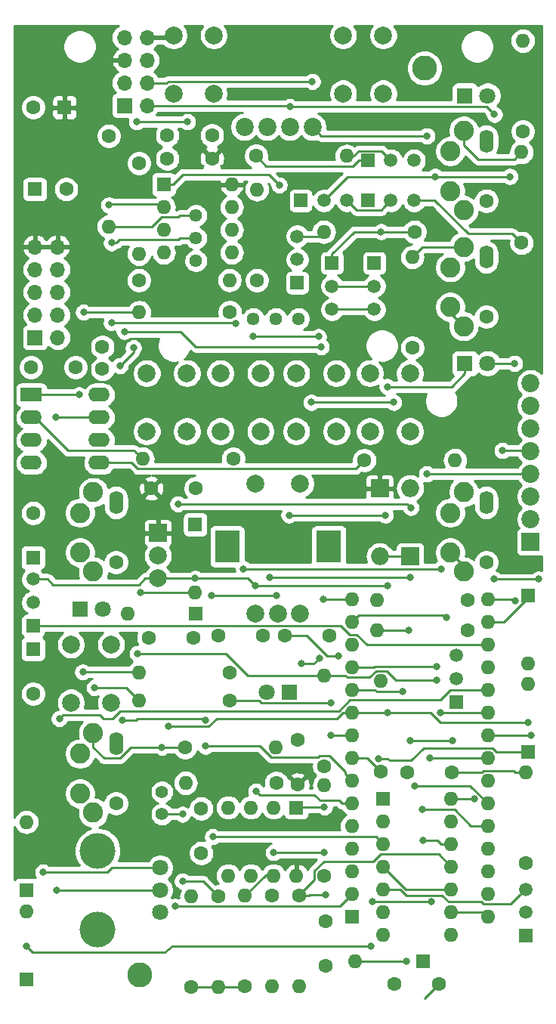
<source format=gbr>
G04 #@! TF.GenerationSoftware,KiCad,Pcbnew,(5.1.2)-1*
G04 #@! TF.CreationDate,2021-04-26T04:40:24-07:00*
G04 #@! TF.ProjectId,Spankulator,5370616e-6b75-46c6-9174-6f722e6b6963,2.2*
G04 #@! TF.SameCoordinates,Original*
G04 #@! TF.FileFunction,Copper,L1,Top*
G04 #@! TF.FilePolarity,Positive*
%FSLAX46Y46*%
G04 Gerber Fmt 4.6, Leading zero omitted, Abs format (unit mm)*
G04 Created by KiCad (PCBNEW (5.1.2)-1) date 2021-04-26 04:40:24*
%MOMM*%
%LPD*%
G04 APERTURE LIST*
%ADD10O,1.600000X1.600000*%
%ADD11C,1.600000*%
%ADD12C,2.020000*%
%ADD13R,2.020000X2.020000*%
%ADD14C,1.800000*%
%ADD15C,4.000000*%
%ADD16C,2.000000*%
%ADD17R,1.600000X1.600000*%
%ADD18R,2.800000X3.600000*%
%ADD19R,1.800000X1.800000*%
%ADD20O,1.600000X2.600000*%
%ADD21C,2.250000*%
%ADD22C,2.800000*%
%ADD23R,2.000000X2.000000*%
%ADD24R,1.500000X1.500000*%
%ADD25C,1.500000*%
%ADD26O,2.000000X2.000000*%
%ADD27C,1.400000*%
%ADD28R,1.700000X1.700000*%
%ADD29O,1.700000X1.700000*%
%ADD30R,2.400000X1.600000*%
%ADD31O,2.400000X1.600000*%
%ADD32C,1.440000*%
%ADD33C,0.800000*%
%ADD34C,0.250000*%
%ADD35C,0.500000*%
%ADD36C,0.200000*%
%ADD37C,0.254000*%
G04 APERTURE END LIST*
D10*
X112500000Y-54340000D03*
D11*
X112500000Y-64500000D03*
D12*
X113510000Y-80210000D03*
X113510000Y-82750000D03*
X113510000Y-85290000D03*
X113510000Y-87830000D03*
X113510000Y-90370000D03*
X113510000Y-92910000D03*
X113510000Y-95450000D03*
D13*
X113510000Y-97990000D03*
D14*
X72000000Y-139500000D03*
X72000000Y-137000000D03*
X72000000Y-134500000D03*
D15*
X65000000Y-141400000D03*
X65000000Y-132600000D03*
D16*
X78750000Y-79100000D03*
X83250000Y-79100000D03*
X78750000Y-85600000D03*
X83250000Y-85600000D03*
D10*
X100250000Y-66090000D03*
D11*
X100250000Y-76250000D03*
D10*
X108740000Y-104440000D03*
X93500000Y-104440000D03*
X108740000Y-140000000D03*
X93500000Y-106980000D03*
X108740000Y-137460000D03*
X93500000Y-109520000D03*
X108740000Y-134920000D03*
X93500000Y-112060000D03*
X108740000Y-132380000D03*
X93500000Y-114600000D03*
X108740000Y-129840000D03*
X93500000Y-117140000D03*
X108740000Y-127300000D03*
X93500000Y-119680000D03*
X108740000Y-124760000D03*
X93500000Y-122220000D03*
X108740000Y-122220000D03*
X93500000Y-124760000D03*
X108740000Y-119680000D03*
X93500000Y-127300000D03*
X108740000Y-117140000D03*
X93500000Y-129840000D03*
X108740000Y-114600000D03*
X93500000Y-132380000D03*
X108740000Y-112060000D03*
X93500000Y-134920000D03*
X108740000Y-109520000D03*
X93500000Y-137460000D03*
X108740000Y-106980000D03*
D17*
X93500000Y-140000000D03*
D16*
X87700000Y-106000000D03*
X85200000Y-106000000D03*
X82700000Y-106000000D03*
X87700000Y-91500000D03*
X82700000Y-91500000D03*
D18*
X90900000Y-98500000D03*
X79500000Y-98500000D03*
D11*
X61460000Y-58480000D03*
D17*
X57960000Y-58480000D03*
D11*
X57780000Y-49320000D03*
D17*
X61280000Y-49320000D03*
D14*
X108700000Y-48000000D03*
D19*
X106160000Y-48000000D03*
D14*
X108700000Y-78000000D03*
D19*
X106160000Y-78000000D03*
D14*
X65540000Y-105500000D03*
D19*
X63000000Y-105500000D03*
D11*
X67050000Y-100270000D03*
D20*
X67050000Y-93590000D03*
D21*
X64500000Y-92430000D03*
X63000000Y-94730000D03*
X63000000Y-99180000D03*
X64500000Y-101330000D03*
D11*
X108550000Y-59770000D03*
D20*
X108550000Y-53090000D03*
D21*
X106000000Y-51930000D03*
X104500000Y-54230000D03*
X104500000Y-58680000D03*
X106000000Y-60830000D03*
D11*
X108550000Y-72770000D03*
D20*
X108550000Y-66090000D03*
D21*
X106000000Y-64930000D03*
X104500000Y-67230000D03*
X104500000Y-71680000D03*
X106000000Y-73830000D03*
D11*
X108550000Y-100270000D03*
D20*
X108550000Y-93590000D03*
D21*
X106000000Y-92430000D03*
X104500000Y-94730000D03*
X104500000Y-99180000D03*
X106000000Y-101330000D03*
D11*
X67050000Y-127270000D03*
D20*
X67050000Y-120590000D03*
D21*
X64500000Y-119430000D03*
X63000000Y-121730000D03*
X63000000Y-126180000D03*
X64500000Y-128330000D03*
D10*
X69640000Y-112600000D03*
D11*
X79800000Y-112600000D03*
D10*
X112650000Y-41840000D03*
D11*
X112650000Y-52000000D03*
D10*
X96750000Y-113590000D03*
D11*
X96750000Y-123750000D03*
D10*
X69640000Y-115800000D03*
D11*
X79800000Y-115800000D03*
D10*
X69630000Y-65720000D03*
D11*
X69630000Y-55560000D03*
D10*
X96340000Y-104500000D03*
D11*
X106500000Y-104500000D03*
D16*
X73500000Y-41250000D03*
X78000000Y-41250000D03*
X73500000Y-47750000D03*
X78000000Y-47750000D03*
X92500000Y-41250000D03*
X97000000Y-41250000D03*
X92500000Y-47750000D03*
X97000000Y-47750000D03*
X62000000Y-109500000D03*
X66500000Y-109500000D03*
X62000000Y-116000000D03*
X66500000Y-116000000D03*
X87250000Y-79100000D03*
X91750000Y-79100000D03*
X87250000Y-85600000D03*
X91750000Y-85600000D03*
X70500000Y-79100000D03*
X75000000Y-79100000D03*
X70500000Y-85600000D03*
X75000000Y-85600000D03*
X95500000Y-79100000D03*
X100000000Y-79100000D03*
X95500000Y-85600000D03*
X100000000Y-85600000D03*
D22*
X69750000Y-146500000D03*
D10*
X104620000Y-126750000D03*
X97000000Y-141990000D03*
X104620000Y-129290000D03*
X97000000Y-139450000D03*
X104620000Y-131830000D03*
X97000000Y-136910000D03*
X104620000Y-134370000D03*
X97000000Y-134370000D03*
X104620000Y-136910000D03*
X97000000Y-131830000D03*
X104620000Y-139450000D03*
X97000000Y-129290000D03*
X104620000Y-141990000D03*
D17*
X97000000Y-126750000D03*
D16*
X71750000Y-102080000D03*
X71750000Y-99540000D03*
D23*
X71750000Y-97000000D03*
D11*
X75700000Y-108750000D03*
X70700000Y-108750000D03*
X76000000Y-92000000D03*
X71000000Y-92000000D03*
X99700000Y-123800000D03*
X104700000Y-123800000D03*
X98250000Y-147500000D03*
X103250000Y-147500000D03*
X72800000Y-55050000D03*
X77800000Y-55050000D03*
X72800000Y-52450000D03*
X77800000Y-52450000D03*
D12*
X89060000Y-51500000D03*
X86520000Y-51500000D03*
X83980000Y-51500000D03*
X81440000Y-51500000D03*
D10*
X96340000Y-107900000D03*
D11*
X106500000Y-107900000D03*
D24*
X105200000Y-115900000D03*
D25*
X105200000Y-110700000D03*
X105200000Y-113300000D03*
D14*
X83930000Y-114800000D03*
D19*
X86470000Y-114800000D03*
D10*
X84500000Y-147760000D03*
D11*
X84500000Y-137600000D03*
D10*
X90400000Y-112940000D03*
D11*
X90400000Y-123100000D03*
D10*
X84960000Y-121000000D03*
D11*
X74800000Y-121000000D03*
D10*
X74840000Y-125000000D03*
D11*
X85000000Y-125000000D03*
D10*
X90400000Y-125240000D03*
D11*
X90400000Y-135400000D03*
D10*
X81500000Y-137640000D03*
D11*
X81500000Y-147800000D03*
D10*
X78500000Y-147860000D03*
D11*
X78500000Y-137700000D03*
X87400000Y-120200000D03*
X87400000Y-125200000D03*
X76600000Y-127850000D03*
X76600000Y-132850000D03*
X91000000Y-108500000D03*
X86000000Y-108500000D03*
X78500000Y-108500000D03*
X83500000Y-108500000D03*
D23*
X96600000Y-92000000D03*
D26*
X96600000Y-99620000D03*
D27*
X72200000Y-126000000D03*
X72200000Y-128500000D03*
D26*
X100000000Y-91980000D03*
D23*
X100000000Y-99600000D03*
D11*
X87550000Y-137600000D03*
D10*
X87550000Y-147760000D03*
D28*
X68000000Y-49100000D03*
D29*
X70540000Y-49100000D03*
X68000000Y-46560000D03*
X70540000Y-46560000D03*
X68000000Y-44020000D03*
X70540000Y-44020000D03*
X68000000Y-41480000D03*
X70540000Y-41480000D03*
D11*
X80180000Y-88680000D03*
D10*
X70020000Y-88680000D03*
D17*
X72400000Y-57950000D03*
D10*
X80020000Y-65570000D03*
X72400000Y-60490000D03*
X80020000Y-63030000D03*
X72400000Y-63030000D03*
X80020000Y-60490000D03*
X72400000Y-65570000D03*
X80020000Y-57950000D03*
X87250000Y-135370000D03*
X79630000Y-127750000D03*
X84710000Y-135370000D03*
X82170000Y-127750000D03*
X82170000Y-135370000D03*
X84710000Y-127750000D03*
X79630000Y-135370000D03*
D17*
X87250000Y-127750000D03*
D22*
X101620000Y-44930000D03*
D25*
X112950000Y-139500000D03*
X112950000Y-136900000D03*
D24*
X112950000Y-142100000D03*
D11*
X112950000Y-134000000D03*
D10*
X112950000Y-123840000D03*
D17*
X113230000Y-121500000D03*
D10*
X113230000Y-113880000D03*
X93880000Y-144975000D03*
D17*
X101500000Y-144975000D03*
D24*
X87360000Y-68960000D03*
D25*
X87360000Y-63760000D03*
X87360000Y-66360000D03*
X90350000Y-59750000D03*
X92950000Y-59750000D03*
D24*
X87750000Y-59750000D03*
D10*
X90340000Y-63250000D03*
D11*
X100500000Y-63250000D03*
X79810000Y-72270000D03*
D10*
X69650000Y-72270000D03*
D11*
X69610000Y-68670000D03*
D10*
X79770000Y-68670000D03*
X82850000Y-58510000D03*
D11*
X82850000Y-68670000D03*
D28*
X57980000Y-75090000D03*
D29*
X60520000Y-75090000D03*
X57980000Y-72550000D03*
X60520000Y-72550000D03*
X57980000Y-70010000D03*
X60520000Y-70010000D03*
X57980000Y-67470000D03*
X60520000Y-67470000D03*
X57980000Y-64930000D03*
X60520000Y-64930000D03*
D11*
X65520000Y-78630000D03*
X65520000Y-76130000D03*
X57530000Y-78420000D03*
X62530000Y-78420000D03*
D30*
X57550000Y-81510000D03*
D31*
X65170000Y-89130000D03*
X57550000Y-84050000D03*
X65170000Y-86590000D03*
X57550000Y-86590000D03*
X65170000Y-84050000D03*
X57550000Y-89130000D03*
X65170000Y-81510000D03*
D17*
X57000000Y-147000000D03*
D10*
X57000000Y-139380000D03*
X57000000Y-129380000D03*
D17*
X57000000Y-137000000D03*
X75930000Y-96040000D03*
D10*
X75930000Y-103660000D03*
X68350000Y-106040000D03*
D17*
X75970000Y-106040000D03*
X113230000Y-103980000D03*
D10*
X113230000Y-111600000D03*
D11*
X94880000Y-88840000D03*
D10*
X105040000Y-88840000D03*
D25*
X57750000Y-104774999D03*
X57750000Y-102174999D03*
D24*
X57750000Y-107374999D03*
D11*
X57750000Y-115000000D03*
D17*
X57750000Y-110000000D03*
X57750000Y-99750000D03*
D11*
X57750000Y-94750000D03*
X90500000Y-140500000D03*
X90500000Y-145500000D03*
D10*
X75500000Y-137700000D03*
D11*
X75500000Y-147860000D03*
X66250000Y-52500000D03*
D10*
X66250000Y-62660000D03*
D32*
X76000000Y-61420000D03*
X76000000Y-63960000D03*
X76000000Y-66500000D03*
X87500000Y-73000000D03*
X84960000Y-73000000D03*
X82420000Y-73000000D03*
D24*
X96000000Y-66750000D03*
D25*
X96000000Y-71950000D03*
X96000000Y-69350000D03*
X97850000Y-59750000D03*
X100450000Y-59750000D03*
D24*
X95250000Y-59750000D03*
D11*
X82750000Y-54750000D03*
D10*
X92910000Y-54750000D03*
D24*
X91250000Y-66750000D03*
D25*
X91250000Y-71950000D03*
X91250000Y-69350000D03*
X97850000Y-55250000D03*
X100450000Y-55250000D03*
D24*
X95250000Y-55250000D03*
D33*
X111720000Y-78000000D03*
X67500000Y-78250000D03*
X69000000Y-76250000D03*
X103500000Y-101000000D03*
X81350000Y-101000000D03*
X80500000Y-73500000D03*
X66545001Y-73454999D03*
X66545001Y-64500000D03*
X60700000Y-117800000D03*
X60394345Y-137025655D03*
X113600000Y-119670000D03*
X114400000Y-102180000D03*
X109440000Y-102180000D03*
X88930000Y-82360000D03*
X98180000Y-82360000D03*
X91124999Y-116025001D03*
X91100000Y-119700000D03*
X103000000Y-112000000D03*
X102820000Y-57070000D03*
X111180000Y-57070000D03*
X104100000Y-106450000D03*
X107200000Y-126800000D03*
X97500000Y-102900000D03*
X82650000Y-102900000D03*
X60330000Y-84050000D03*
X75930000Y-102080000D03*
X99850000Y-107900000D03*
X100000000Y-120250000D03*
X104750000Y-120250000D03*
X82426000Y-75000000D03*
X89750000Y-75000000D03*
X96750000Y-63250000D03*
X87800000Y-111650000D03*
X89850000Y-111000000D03*
X90300000Y-104400000D03*
X111824999Y-104625001D03*
X94480000Y-92110000D03*
X94480000Y-96310000D03*
X64640001Y-114330001D03*
X96500000Y-122300000D03*
X97250000Y-95000000D03*
X86450000Y-95000000D03*
X85350000Y-58010000D03*
X66250000Y-60250000D03*
X63325001Y-112574999D03*
X97460000Y-117140000D03*
X72925000Y-118625000D03*
X99610000Y-144950000D03*
X69364999Y-50928589D03*
X75061411Y-50928589D03*
X113204999Y-118265001D03*
X86520000Y-49230000D03*
X109450000Y-50100000D03*
X110350000Y-87760000D03*
X102200000Y-122200000D03*
X101890001Y-52509999D03*
X101874999Y-90375001D03*
X89054999Y-46424999D03*
X67738095Y-117961905D03*
X77091667Y-117958333D03*
X77080000Y-120890000D03*
X82750000Y-125950000D03*
X92000000Y-110800000D03*
X90400000Y-127700000D03*
X90390000Y-132790000D03*
X84710000Y-132790000D03*
X101500000Y-131450000D03*
X72200000Y-121000000D03*
X74500000Y-128500000D03*
X74500000Y-136000000D03*
X97454999Y-80605001D03*
X63410000Y-72270000D03*
X58875001Y-135000000D03*
X90050000Y-76130000D03*
X67995001Y-74424999D03*
X62910000Y-81510000D03*
X77900000Y-131030001D03*
X69790000Y-103650000D03*
X103374999Y-117140000D03*
X102400000Y-138300000D03*
X95800000Y-138300000D03*
X95600000Y-143325001D03*
X103000000Y-113500000D03*
X69475001Y-110500000D03*
X57000000Y-143325001D03*
X99200000Y-114715001D03*
X100100001Y-94149999D03*
X101400000Y-128000000D03*
X74000000Y-93750000D03*
X84250000Y-102000000D03*
X100000000Y-102000000D03*
X100500000Y-125300000D03*
X73674999Y-138825001D03*
X90500000Y-137500000D03*
X85000000Y-104000000D03*
X77750000Y-104000000D03*
D34*
X108740000Y-106980000D02*
X110543002Y-106980000D01*
X110543002Y-106980000D02*
X113250000Y-104273002D01*
X113250000Y-104273002D02*
X113250000Y-104250000D01*
X109972792Y-78000000D02*
X111720000Y-78000000D01*
X108700000Y-78000000D02*
X109972792Y-78000000D01*
X69000000Y-76750000D02*
X69000000Y-76250000D01*
X67500000Y-78250000D02*
X69000000Y-76750000D01*
X103500000Y-101000000D02*
X103500000Y-101000000D01*
X108280000Y-111600000D02*
X108740000Y-112060000D01*
X103500000Y-101000000D02*
X103500000Y-101000000D01*
X81350000Y-101000000D02*
X81350000Y-101000000D01*
X81350000Y-101000000D02*
X103500000Y-101000000D01*
X66545001Y-73454999D02*
X80454999Y-73454999D01*
X74231767Y-63960000D02*
X76000000Y-63960000D01*
X74036766Y-64155001D02*
X74231767Y-63960000D01*
X67455685Y-64155001D02*
X74036766Y-64155001D01*
X66545001Y-64500000D02*
X67110686Y-64500000D01*
X67110686Y-64500000D02*
X67455685Y-64155001D01*
X106000000Y-100680000D02*
X106000000Y-101330000D01*
X104500000Y-99180000D02*
X106000000Y-100680000D01*
X104500000Y-72330000D02*
X104500000Y-71680000D01*
X106000000Y-73830000D02*
X104500000Y-72330000D01*
X73270000Y-41480000D02*
X73500000Y-41250000D01*
D35*
X70540000Y-41480000D02*
X73270000Y-41480000D01*
D34*
X61099999Y-117400001D02*
X60700000Y-117800000D01*
X65252413Y-117400001D02*
X61099999Y-117400001D01*
X65652412Y-117800000D02*
X65252413Y-117400001D01*
X66661002Y-117800000D02*
X65652412Y-117800000D01*
X108740000Y-114600000D02*
X104508998Y-114600000D01*
X103383997Y-115725001D02*
X93249997Y-115725001D01*
X93249997Y-115725001D02*
X92049997Y-116925001D01*
X92049997Y-116925001D02*
X67536001Y-116925001D01*
X104508998Y-114600000D02*
X103383997Y-115725001D01*
X67536001Y-116925001D02*
X66661002Y-117800000D01*
X71974345Y-137025655D02*
X72000000Y-137000000D01*
X60394345Y-137025655D02*
X71974345Y-137025655D01*
X113590000Y-119680000D02*
X113600000Y-119670000D01*
X108740000Y-119680000D02*
X113590000Y-119680000D01*
X114400000Y-102180000D02*
X109440000Y-102180000D01*
X109440000Y-102180000D02*
X109440000Y-102180000D01*
X95220000Y-122220000D02*
X96750000Y-123750000D01*
X93500000Y-122220000D02*
X95220000Y-122220000D01*
X88930000Y-82360000D02*
X98180000Y-82360000D01*
X83341999Y-116025001D02*
X91124999Y-116025001D01*
X79800000Y-115800000D02*
X83116998Y-115800000D01*
X83116998Y-115800000D02*
X83341999Y-116025001D01*
X91124999Y-116025001D02*
X91124999Y-116025001D01*
X91120000Y-119680000D02*
X91100000Y-119700000D01*
X93500000Y-119680000D02*
X91120000Y-119680000D01*
X102940000Y-112060000D02*
X103000000Y-112000000D01*
X102434315Y-112000000D02*
X103000000Y-112000000D01*
X96038588Y-112000000D02*
X102434315Y-112000000D01*
X95978588Y-112060000D02*
X96038588Y-112000000D01*
X93500000Y-112060000D02*
X95978588Y-112060000D01*
X102820000Y-57070000D02*
X102820000Y-57070000D01*
X93030000Y-57070000D02*
X102820000Y-57070000D01*
X90350000Y-59750000D02*
X93030000Y-57070000D01*
X102820000Y-57070000D02*
X111180000Y-57070000D01*
X111180000Y-57070000D02*
X111180000Y-57070000D01*
X94299999Y-106180001D02*
X103830001Y-106180001D01*
X93500000Y-106980000D02*
X94299999Y-106180001D01*
X103830001Y-106180001D02*
X104100000Y-106450000D01*
X104100000Y-106450000D02*
X104100000Y-106450000D01*
X104670000Y-126800000D02*
X104620000Y-126750000D01*
X107200000Y-126800000D02*
X104670000Y-126800000D01*
X108190000Y-139450000D02*
X108740000Y-140000000D01*
X104620000Y-139450000D02*
X108190000Y-139450000D01*
X101600010Y-149149990D02*
X103250000Y-147500000D01*
X97500000Y-102900000D02*
X97500000Y-102900000D01*
X97500000Y-102900000D02*
X82750000Y-102900000D01*
X82750000Y-102900000D02*
X82650000Y-102900000D01*
X111818630Y-123840000D02*
X112950000Y-123840000D01*
X111613629Y-123634999D02*
X111818630Y-123840000D01*
X108199999Y-123634999D02*
X111613629Y-123634999D01*
X108034998Y-123800000D02*
X108199999Y-123634999D01*
X104700000Y-123800000D02*
X108034998Y-123800000D01*
X65170000Y-84050000D02*
X60330000Y-84050000D01*
X60330000Y-84050000D02*
X60330000Y-84050000D01*
X70335787Y-102080000D02*
X69635786Y-102780001D01*
X71750000Y-102080000D02*
X70335787Y-102080000D01*
X81830000Y-102080000D02*
X82650000Y-102900000D01*
X71750000Y-102080000D02*
X75930000Y-102080000D01*
X75930000Y-102080000D02*
X81830000Y-102080000D01*
X96340000Y-107900000D02*
X99850000Y-107900000D01*
X100000000Y-120250000D02*
X104750000Y-120250000D01*
X104750000Y-120250000D02*
X104750000Y-120250000D01*
X60015662Y-102780001D02*
X60969999Y-102780001D01*
X59410660Y-102174999D02*
X60015662Y-102780001D01*
X58350000Y-102174999D02*
X59410660Y-102174999D01*
X69635786Y-102780001D02*
X60969999Y-102780001D01*
X60969999Y-102780001D02*
X60819999Y-102780001D01*
X82426000Y-75000000D02*
X89750000Y-75000000D01*
X89750000Y-75000000D02*
X89750000Y-75000000D01*
X94250000Y-55250000D02*
X95250000Y-55250000D01*
X93624999Y-55875001D02*
X94250000Y-55250000D01*
X83875001Y-55875001D02*
X93624999Y-55875001D01*
X82750000Y-54750000D02*
X83875001Y-55875001D01*
X99368630Y-63250000D02*
X100500000Y-63250000D01*
X93750000Y-63250000D02*
X99368630Y-63250000D01*
X91250000Y-65750000D02*
X93750000Y-63250000D01*
X91250000Y-66750000D02*
X91250000Y-65750000D01*
X89150000Y-111650000D02*
X89850000Y-111000000D01*
X87800000Y-111650000D02*
X89150000Y-111650000D01*
X89850000Y-111000000D02*
X89850000Y-111000000D01*
X93460000Y-104400000D02*
X93500000Y-104440000D01*
X90300000Y-104400000D02*
X93460000Y-104400000D01*
X108740000Y-104440000D02*
X111639998Y-104440000D01*
X111639998Y-104440000D02*
X111824999Y-104625001D01*
X68170001Y-114330001D02*
X69640000Y-115800000D01*
X64640001Y-114330001D02*
X68170001Y-114330001D01*
X97700000Y-122500000D02*
X97500000Y-122300000D01*
X100105002Y-122500000D02*
X97700000Y-122500000D01*
X109685002Y-121500000D02*
X109280001Y-121094999D01*
X113230000Y-121500000D02*
X109685002Y-121500000D01*
X109280001Y-121094999D02*
X108180001Y-121094999D01*
X108180001Y-121094999D02*
X108175000Y-121100000D01*
X97500000Y-122300000D02*
X96500000Y-122300000D01*
X108175000Y-121100000D02*
X101505002Y-121100000D01*
X101505002Y-121100000D02*
X100105002Y-122500000D01*
X100120000Y-99620000D02*
X100250000Y-99750000D01*
X97250000Y-99620000D02*
X100120000Y-99620000D01*
X97250000Y-95000000D02*
X86450000Y-95000000D01*
X86450000Y-95000000D02*
X86450000Y-95000000D01*
X84950001Y-57610001D02*
X85350000Y-58010000D01*
X84164999Y-56824999D02*
X84950001Y-57610001D01*
X74575001Y-56824999D02*
X84164999Y-56824999D01*
X73450000Y-57950000D02*
X74575001Y-56824999D01*
X72400000Y-57950000D02*
X73450000Y-57950000D01*
X72385000Y-60475000D02*
X72400000Y-60490000D01*
X72080000Y-60170000D02*
X72400000Y-60490000D01*
X66550000Y-60170000D02*
X72080000Y-60170000D01*
X69614999Y-112574999D02*
X69640000Y-112600000D01*
X63325001Y-112574999D02*
X69614999Y-112574999D01*
X101410000Y-64930000D02*
X106000000Y-64930000D01*
X100250000Y-66090000D02*
X101410000Y-64930000D01*
X106000000Y-93230000D02*
X106000000Y-92430000D01*
X111700001Y-55139999D02*
X112500000Y-54340000D01*
X107619009Y-55139999D02*
X111700001Y-55139999D01*
X106000000Y-53520990D02*
X107619009Y-55139999D01*
X106000000Y-51930000D02*
X106000000Y-53520990D01*
X93500000Y-117140000D02*
X97460000Y-117140000D01*
X77439668Y-118683334D02*
X72983334Y-118683334D01*
X78348003Y-117774999D02*
X77439668Y-118683334D01*
X91836409Y-117774999D02*
X78348003Y-117774999D01*
X93500000Y-117140000D02*
X92471408Y-117140000D01*
X92471408Y-117140000D02*
X91836409Y-117774999D01*
X72983334Y-118683334D02*
X72925000Y-118625000D01*
X93905000Y-144950000D02*
X93880000Y-144975000D01*
X99610000Y-144950000D02*
X93905000Y-144950000D01*
X69364999Y-50928589D02*
X75061411Y-50928589D01*
X75061411Y-50928589D02*
X75061411Y-50928589D01*
X103426998Y-118265001D02*
X113204999Y-118265001D01*
X97460000Y-117140000D02*
X102301997Y-117140000D01*
X102301997Y-117140000D02*
X103426998Y-118265001D01*
X113204999Y-118265001D02*
X113204999Y-118265001D01*
X86390000Y-49100000D02*
X86520000Y-49230000D01*
X70540000Y-49100000D02*
X86390000Y-49100000D01*
X108580000Y-49230000D02*
X109450000Y-50100000D01*
X86520000Y-49230000D02*
X108580000Y-49230000D01*
X113440000Y-87760000D02*
X113510000Y-87830000D01*
X110350000Y-87760000D02*
X113440000Y-87760000D01*
X107608630Y-122220000D02*
X108740000Y-122220000D01*
X107603629Y-122225001D02*
X107608630Y-122220000D01*
X102790686Y-122225001D02*
X107603629Y-122225001D01*
X102765685Y-122200000D02*
X102790686Y-122225001D01*
X102200000Y-122200000D02*
X102765685Y-122200000D01*
X90069999Y-52509999D02*
X101890001Y-52509999D01*
X89060000Y-51500000D02*
X90069999Y-52509999D01*
X101890001Y-52509999D02*
X101890001Y-52509999D01*
X113504999Y-90375001D02*
X113510000Y-90370000D01*
X101874999Y-90375001D02*
X113504999Y-90375001D01*
X72863999Y-46424999D02*
X89054999Y-46424999D01*
X70540000Y-46560000D02*
X72728998Y-46560000D01*
X72728998Y-46560000D02*
X72863999Y-46424999D01*
X89054999Y-46424999D02*
X89054999Y-46424999D01*
X76875001Y-117774999D02*
X77091667Y-117958333D01*
X69459999Y-117774999D02*
X76875001Y-117774999D01*
X67738095Y-117961905D02*
X69273093Y-117961905D01*
X69273093Y-117961905D02*
X69459999Y-117774999D01*
X77091667Y-117958333D02*
X77091667Y-117958333D01*
X77080000Y-120890000D02*
X77080000Y-120890000D01*
X92700001Y-123960001D02*
X93500000Y-124760000D01*
X92700001Y-123734999D02*
X92700001Y-123960001D01*
X90940001Y-121974999D02*
X92700001Y-123734999D01*
X89859999Y-121974999D02*
X90940001Y-121974999D01*
X89709997Y-122125001D02*
X89859999Y-121974999D01*
X84419999Y-122125001D02*
X89709997Y-122125001D01*
X83184998Y-120890000D02*
X84419999Y-122125001D01*
X77080000Y-120890000D02*
X83184998Y-120890000D01*
X93450000Y-127250000D02*
X93500000Y-127300000D01*
D36*
X82750000Y-125950000D02*
X82750000Y-125950000D01*
D34*
X92368630Y-127300000D02*
X93500000Y-127300000D01*
X92043629Y-126974999D02*
X92368630Y-127300000D01*
X89905943Y-126974999D02*
X92043629Y-126974999D01*
X89280943Y-126349999D02*
X89905943Y-126974999D01*
X83149999Y-126349999D02*
X89280943Y-126349999D01*
X82750000Y-125950000D02*
X83149999Y-126349999D01*
X91434315Y-110800000D02*
X92000000Y-110800000D01*
X90723002Y-110800000D02*
X91434315Y-110800000D01*
X88423002Y-108500000D02*
X90723002Y-110800000D01*
X86000000Y-108500000D02*
X88423002Y-108500000D01*
X87250000Y-127700000D02*
X90400000Y-127700000D01*
X90390000Y-132790000D02*
X90390000Y-132790000D01*
X84710000Y-132790000D02*
X90390000Y-132790000D01*
X81440000Y-147860000D02*
X81500000Y-147800000D01*
X78500000Y-147860000D02*
X81440000Y-147860000D01*
X76631370Y-147860000D02*
X78500000Y-147860000D01*
X75500000Y-147860000D02*
X76631370Y-147860000D01*
X103488630Y-131830000D02*
X103108630Y-131450000D01*
X104620000Y-131830000D02*
X103488630Y-131830000D01*
X103108630Y-131450000D02*
X101500000Y-131450000D01*
X101500000Y-131450000D02*
X101500000Y-131450000D01*
X104510000Y-129400000D02*
X104620000Y-129290000D01*
X99540000Y-136910000D02*
X105160000Y-136910000D01*
X97000000Y-134370000D02*
X99540000Y-136910000D01*
X65030000Y-118900000D02*
X64500000Y-119430000D01*
X64500000Y-121020990D02*
X64500000Y-119430000D01*
X65694020Y-122215010D02*
X64500000Y-121020990D01*
X67515994Y-122215010D02*
X65694020Y-122215010D01*
X68731004Y-121000000D02*
X67515994Y-122215010D01*
X74800000Y-121000000D02*
X72370000Y-121000000D01*
X72370000Y-121000000D02*
X68731004Y-121000000D01*
X72200000Y-128500000D02*
X73189949Y-128500000D01*
X73189949Y-128500000D02*
X74500000Y-128500000D01*
X74500000Y-128500000D02*
X74500000Y-128500000D01*
X76800000Y-136000000D02*
X74500000Y-136000000D01*
X78500000Y-137700000D02*
X76800000Y-136000000D01*
X83820000Y-135320000D02*
X84710000Y-135320000D01*
X81500000Y-137640000D02*
X83820000Y-135320000D01*
X106160000Y-79150000D02*
X106160000Y-78000000D01*
X97454999Y-80605001D02*
X104704999Y-80605001D01*
X104704999Y-80605001D02*
X106160000Y-79150000D01*
X111264999Y-138585001D02*
X112200001Y-137649999D01*
X112200001Y-137649999D02*
X112950000Y-136900000D01*
X107939997Y-138324999D02*
X108199999Y-138585001D01*
X104369997Y-138324999D02*
X107939997Y-138324999D01*
X103619997Y-137574999D02*
X104369997Y-138324999D01*
X108199999Y-138585001D02*
X111264999Y-138585001D01*
X99568589Y-137574999D02*
X103619997Y-137574999D01*
X98903590Y-136910000D02*
X99568589Y-137574999D01*
X97000000Y-136910000D02*
X98903590Y-136910000D01*
X63410000Y-72270000D02*
X69650000Y-72270000D01*
X108740000Y-109520000D02*
X95165002Y-109520000D01*
X94040001Y-108394999D02*
X95165002Y-109520000D01*
X93249997Y-108394999D02*
X94040001Y-108394999D01*
X92229997Y-107374999D02*
X93249997Y-108394999D01*
X77959999Y-107374999D02*
X92229997Y-107374999D01*
X77909997Y-107425001D02*
X77959999Y-107374999D01*
X58370000Y-107374999D02*
X77959999Y-107374999D01*
X66041002Y-135000000D02*
X58875001Y-135000000D01*
X72000000Y-134500000D02*
X66541002Y-134500000D01*
X66541002Y-134500000D02*
X66041002Y-135000000D01*
X58875001Y-135000000D02*
X58875001Y-135000000D01*
X74306001Y-74424999D02*
X67995001Y-74424999D01*
X90050000Y-76130000D02*
X76011002Y-76130000D01*
X76011002Y-76130000D02*
X74306001Y-74424999D01*
X67995001Y-74424999D02*
X67995001Y-74424999D01*
X57550000Y-81510000D02*
X62910000Y-81510000D01*
X62910000Y-81510000D02*
X62910000Y-81510000D01*
X96200001Y-131030001D02*
X97000000Y-131830000D01*
X77900000Y-131030001D02*
X77900000Y-131030001D01*
X77900000Y-131030001D02*
X96200001Y-131030001D01*
X69220001Y-87880001D02*
X70020000Y-88680000D01*
X69120000Y-87780000D02*
X69220001Y-87880001D01*
X61680000Y-87780000D02*
X69120000Y-87780000D01*
X57950000Y-84050000D02*
X61680000Y-87780000D01*
X57550000Y-84050000D02*
X57950000Y-84050000D01*
X75920000Y-103650000D02*
X75930000Y-103660000D01*
X69790000Y-103650000D02*
X75920000Y-103650000D01*
X94080001Y-89639999D02*
X94880000Y-88840000D01*
X93914999Y-89805001D02*
X94080001Y-89639999D01*
X69479999Y-89805001D02*
X93914999Y-89805001D01*
X68804998Y-89130000D02*
X69479999Y-89805001D01*
X65170000Y-89130000D02*
X68804998Y-89130000D01*
X108740000Y-117140000D02*
X103374999Y-117140000D01*
X102400000Y-138300000D02*
X101834315Y-138300000D01*
X101834315Y-138300000D02*
X95800000Y-138300000D01*
X95800000Y-138300000D02*
X95800000Y-138300000D01*
X98400000Y-113500000D02*
X100150000Y-113500000D01*
X92714998Y-112940000D02*
X92959999Y-113185001D01*
X95489997Y-113185001D02*
X96209999Y-112464999D01*
X92959999Y-113185001D02*
X95489997Y-113185001D01*
X96209999Y-112464999D02*
X97364999Y-112464999D01*
X90400000Y-112940000D02*
X92714998Y-112940000D01*
X97364999Y-112464999D02*
X98400000Y-113500000D01*
X103000000Y-113500000D02*
X103000000Y-113500000D01*
X100150000Y-113500000D02*
X103000000Y-113500000D01*
X57000000Y-143325001D02*
X57000000Y-143325001D01*
X81805002Y-112940000D02*
X79365002Y-110500000D01*
X90400000Y-112940000D02*
X81805002Y-112940000D01*
X79365002Y-110500000D02*
X69475001Y-110500000D01*
X69475001Y-110500000D02*
X69475001Y-110500000D01*
X77125001Y-143325001D02*
X95600000Y-143325001D01*
X73325001Y-143325001D02*
X77125001Y-143325001D01*
X72500000Y-144000000D02*
X73325001Y-143325001D01*
X57000000Y-143325001D02*
X57674999Y-144000000D01*
X57674999Y-144000000D02*
X72500000Y-144000000D01*
X96209999Y-114715001D02*
X99200000Y-114715001D01*
X93500000Y-114600000D02*
X96094998Y-114600000D01*
X96094998Y-114600000D02*
X96209999Y-114715001D01*
X99200000Y-114715001D02*
X99200000Y-114715001D01*
X100100001Y-94149999D02*
X100100001Y-94149999D01*
X106835002Y-129840000D02*
X108740000Y-129840000D01*
X101400000Y-128000000D02*
X101400000Y-128000000D01*
X104995002Y-128000000D02*
X106835002Y-129840000D01*
X101400000Y-128000000D02*
X104995002Y-128000000D01*
X99700002Y-93750000D02*
X100100001Y-94149999D01*
X74000000Y-93750000D02*
X74000000Y-93750000D01*
X74000000Y-93750000D02*
X99700002Y-93750000D01*
X100000000Y-102000000D02*
X84250000Y-102000000D01*
X106740000Y-125300000D02*
X108740000Y-127300000D01*
X100500000Y-125300000D02*
X106740000Y-125300000D01*
X92134999Y-138825001D02*
X73750000Y-138825001D01*
X93500000Y-137460000D02*
X92134999Y-138825001D01*
X104550000Y-134300000D02*
X104620000Y-134370000D01*
X103205001Y-132955001D02*
X96749997Y-132955001D01*
X104620000Y-134370000D02*
X103205001Y-132955001D01*
X89274999Y-135825001D02*
X87500000Y-137600000D01*
X96749997Y-132955001D02*
X95909999Y-133794999D01*
X95909999Y-133794999D02*
X90339999Y-133794999D01*
X90339999Y-133794999D02*
X89274999Y-134859999D01*
X89274999Y-134859999D02*
X89274999Y-135825001D01*
X88681370Y-137600000D02*
X88781370Y-137500000D01*
X87550000Y-137600000D02*
X88681370Y-137600000D01*
X88781370Y-137500000D02*
X90500000Y-137500000D01*
X90500000Y-137500000D02*
X90500000Y-137500000D01*
X77750000Y-104000000D02*
X85000000Y-104000000D01*
X74231767Y-61420000D02*
X76000000Y-61420000D01*
X74036766Y-61615001D02*
X74231767Y-61420000D01*
X72149997Y-61615001D02*
X74036766Y-61615001D01*
X66250000Y-62660000D02*
X71104998Y-62660000D01*
X71104998Y-62660000D02*
X72149997Y-61615001D01*
X90330000Y-63760000D02*
X90340000Y-63750000D01*
X91250000Y-69350000D02*
X96000000Y-69350000D01*
X89830000Y-63760000D02*
X90340000Y-63250000D01*
X87360000Y-63760000D02*
X89830000Y-63760000D01*
X97100001Y-60499999D02*
X97850000Y-59750000D01*
X96774999Y-60825001D02*
X97100001Y-60499999D01*
X94025001Y-60825001D02*
X96774999Y-60825001D01*
X92950000Y-59750000D02*
X94025001Y-60825001D01*
X97100001Y-54500001D02*
X97850000Y-55250000D01*
X96774999Y-54174999D02*
X97100001Y-54500001D01*
X94239999Y-54174999D02*
X96774999Y-54174999D01*
X93664998Y-54750000D02*
X94239999Y-54174999D01*
X92910000Y-54750000D02*
X93664998Y-54750000D01*
X91250000Y-71950000D02*
X96000000Y-71950000D01*
X111700001Y-63700001D02*
X112500000Y-64500000D01*
X111479999Y-63479999D02*
X111700001Y-63700001D01*
X106503997Y-63479999D02*
X111479999Y-63479999D01*
X102773998Y-59750000D02*
X106503997Y-63479999D01*
X100450000Y-59750000D02*
X102773998Y-59750000D01*
D37*
G36*
X67170986Y-40239294D02*
G01*
X66944866Y-40424866D01*
X66759294Y-40650986D01*
X66621401Y-40908966D01*
X66536487Y-41188889D01*
X66507815Y-41480000D01*
X66536487Y-41771111D01*
X66621401Y-42051034D01*
X66759294Y-42309014D01*
X66944866Y-42535134D01*
X67170986Y-42720706D01*
X67235523Y-42755201D01*
X67118645Y-42824822D01*
X66902412Y-43019731D01*
X66728359Y-43253080D01*
X66603175Y-43515901D01*
X66558524Y-43663110D01*
X66679845Y-43893000D01*
X67873000Y-43893000D01*
X67873000Y-43873000D01*
X68127000Y-43873000D01*
X68127000Y-43893000D01*
X68147000Y-43893000D01*
X68147000Y-44147000D01*
X68127000Y-44147000D01*
X68127000Y-44167000D01*
X67873000Y-44167000D01*
X67873000Y-44147000D01*
X66679845Y-44147000D01*
X66558524Y-44376890D01*
X66603175Y-44524099D01*
X66728359Y-44786920D01*
X66902412Y-45020269D01*
X67118645Y-45215178D01*
X67235523Y-45284799D01*
X67170986Y-45319294D01*
X66944866Y-45504866D01*
X66759294Y-45730986D01*
X66621401Y-45988966D01*
X66536487Y-46268889D01*
X66507815Y-46560000D01*
X66536487Y-46851111D01*
X66621401Y-47131034D01*
X66759294Y-47389014D01*
X66944866Y-47615134D01*
X66974687Y-47639607D01*
X66905820Y-47660498D01*
X66795506Y-47719463D01*
X66698815Y-47798815D01*
X66619463Y-47895506D01*
X66560498Y-48005820D01*
X66524188Y-48125518D01*
X66511928Y-48250000D01*
X66511928Y-49950000D01*
X66524188Y-50074482D01*
X66560498Y-50194180D01*
X66619463Y-50304494D01*
X66698815Y-50401185D01*
X66795506Y-50480537D01*
X66905820Y-50539502D01*
X67025518Y-50575812D01*
X67150000Y-50588072D01*
X68385770Y-50588072D01*
X68369773Y-50626691D01*
X68329999Y-50826650D01*
X68329999Y-51030528D01*
X68369773Y-51230487D01*
X68447794Y-51418845D01*
X68561062Y-51588363D01*
X68705225Y-51732526D01*
X68874743Y-51845794D01*
X69063101Y-51923815D01*
X69263060Y-51963589D01*
X69466938Y-51963589D01*
X69666897Y-51923815D01*
X69855255Y-51845794D01*
X70024773Y-51732526D01*
X70068710Y-51688589D01*
X71582899Y-51688589D01*
X71528320Y-51770273D01*
X71420147Y-52031426D01*
X71365000Y-52308665D01*
X71365000Y-52591335D01*
X71420147Y-52868574D01*
X71528320Y-53129727D01*
X71685363Y-53364759D01*
X71885241Y-53564637D01*
X72120273Y-53721680D01*
X72188644Y-53750000D01*
X72120273Y-53778320D01*
X71885241Y-53935363D01*
X71685363Y-54135241D01*
X71528320Y-54370273D01*
X71420147Y-54631426D01*
X71365000Y-54908665D01*
X71365000Y-55191335D01*
X71420147Y-55468574D01*
X71528320Y-55729727D01*
X71685363Y-55964759D01*
X71885241Y-56164637D01*
X72120273Y-56321680D01*
X72381426Y-56429853D01*
X72658665Y-56485000D01*
X72941335Y-56485000D01*
X73218574Y-56429853D01*
X73479727Y-56321680D01*
X73714759Y-56164637D01*
X73914637Y-55964759D01*
X74071680Y-55729727D01*
X74179853Y-55468574D01*
X74235000Y-55191335D01*
X74235000Y-54908665D01*
X74179853Y-54631426D01*
X74071680Y-54370273D01*
X73914637Y-54135241D01*
X73714759Y-53935363D01*
X73479727Y-53778320D01*
X73411356Y-53750000D01*
X73479727Y-53721680D01*
X73714759Y-53564637D01*
X73914637Y-53364759D01*
X74071680Y-53129727D01*
X74179853Y-52868574D01*
X74235000Y-52591335D01*
X74235000Y-52308665D01*
X76365000Y-52308665D01*
X76365000Y-52591335D01*
X76420147Y-52868574D01*
X76528320Y-53129727D01*
X76685363Y-53364759D01*
X76885241Y-53564637D01*
X77120273Y-53721680D01*
X77182065Y-53747275D01*
X77058486Y-53813329D01*
X76986903Y-54057298D01*
X77800000Y-54870395D01*
X78613097Y-54057298D01*
X78541514Y-53813329D01*
X78409393Y-53750813D01*
X78479727Y-53721680D01*
X78714759Y-53564637D01*
X78914637Y-53364759D01*
X79071680Y-53129727D01*
X79179853Y-52868574D01*
X79235000Y-52591335D01*
X79235000Y-52308665D01*
X79179853Y-52031426D01*
X79071680Y-51770273D01*
X78914637Y-51535241D01*
X78714759Y-51335363D01*
X78479727Y-51178320D01*
X78218574Y-51070147D01*
X77941335Y-51015000D01*
X77658665Y-51015000D01*
X77381426Y-51070147D01*
X77120273Y-51178320D01*
X76885241Y-51335363D01*
X76685363Y-51535241D01*
X76528320Y-51770273D01*
X76420147Y-52031426D01*
X76365000Y-52308665D01*
X74235000Y-52308665D01*
X74179853Y-52031426D01*
X74071680Y-51770273D01*
X74017101Y-51688589D01*
X74357700Y-51688589D01*
X74401637Y-51732526D01*
X74571155Y-51845794D01*
X74759513Y-51923815D01*
X74959472Y-51963589D01*
X75163350Y-51963589D01*
X75363309Y-51923815D01*
X75551667Y-51845794D01*
X75721185Y-51732526D01*
X75865348Y-51588363D01*
X75978616Y-51418845D01*
X76056637Y-51230487D01*
X76096411Y-51030528D01*
X76096411Y-50826650D01*
X76056637Y-50626691D01*
X75978616Y-50438333D01*
X75865348Y-50268815D01*
X75721185Y-50124652D01*
X75551667Y-50011384D01*
X75363309Y-49933363D01*
X75163350Y-49893589D01*
X74959472Y-49893589D01*
X74759513Y-49933363D01*
X74571155Y-50011384D01*
X74401637Y-50124652D01*
X74357700Y-50168589D01*
X71578739Y-50168589D01*
X71595134Y-50155134D01*
X71780706Y-49929014D01*
X71817595Y-49860000D01*
X81252845Y-49860000D01*
X80960171Y-49918217D01*
X80660801Y-50042220D01*
X80391374Y-50222245D01*
X80162245Y-50451374D01*
X79982220Y-50720801D01*
X79858217Y-51020171D01*
X79795000Y-51337982D01*
X79795000Y-51662018D01*
X79858217Y-51979829D01*
X79982220Y-52279199D01*
X80162245Y-52548626D01*
X80391374Y-52777755D01*
X80660801Y-52957780D01*
X80960171Y-53081783D01*
X81277982Y-53145000D01*
X81602018Y-53145000D01*
X81919829Y-53081783D01*
X82219199Y-52957780D01*
X82488626Y-52777755D01*
X82710000Y-52556381D01*
X82931374Y-52777755D01*
X83200801Y-52957780D01*
X83500171Y-53081783D01*
X83817982Y-53145000D01*
X84142018Y-53145000D01*
X84459829Y-53081783D01*
X84759199Y-52957780D01*
X85028626Y-52777755D01*
X85250000Y-52556381D01*
X85471374Y-52777755D01*
X85740801Y-52957780D01*
X86040171Y-53081783D01*
X86357982Y-53145000D01*
X86682018Y-53145000D01*
X86999829Y-53081783D01*
X87299199Y-52957780D01*
X87568626Y-52777755D01*
X87790000Y-52556381D01*
X88011374Y-52777755D01*
X88280801Y-52957780D01*
X88580171Y-53081783D01*
X88897982Y-53145000D01*
X89222018Y-53145000D01*
X89539829Y-53081783D01*
X89559033Y-53073828D01*
X89645723Y-53144973D01*
X89777752Y-53215545D01*
X89921013Y-53259002D01*
X90032666Y-53269999D01*
X90032675Y-53269999D01*
X90069998Y-53273675D01*
X90107321Y-53269999D01*
X101186290Y-53269999D01*
X101230227Y-53313936D01*
X101399745Y-53427204D01*
X101588103Y-53505225D01*
X101788062Y-53544999D01*
X101991940Y-53544999D01*
X102191899Y-53505225D01*
X102380257Y-53427204D01*
X102549775Y-53313936D01*
X102693938Y-53169773D01*
X102807206Y-53000255D01*
X102885227Y-52811897D01*
X102925001Y-52611938D01*
X102925001Y-52408060D01*
X102885227Y-52208101D01*
X102807206Y-52019743D01*
X102693938Y-51850225D01*
X102549775Y-51706062D01*
X102380257Y-51592794D01*
X102191899Y-51514773D01*
X101991940Y-51474999D01*
X101788062Y-51474999D01*
X101588103Y-51514773D01*
X101399745Y-51592794D01*
X101230227Y-51706062D01*
X101186290Y-51749999D01*
X90687499Y-51749999D01*
X90705000Y-51662018D01*
X90705000Y-51337982D01*
X90641783Y-51020171D01*
X90517780Y-50720801D01*
X90337755Y-50451374D01*
X90108626Y-50222245D01*
X89839199Y-50042220D01*
X89713129Y-49990000D01*
X108265199Y-49990000D01*
X108415000Y-50139801D01*
X108415000Y-50201939D01*
X108454774Y-50401898D01*
X108532795Y-50590256D01*
X108646063Y-50759774D01*
X108790226Y-50903937D01*
X108959744Y-51017205D01*
X109148102Y-51095226D01*
X109348061Y-51135000D01*
X109551939Y-51135000D01*
X109751898Y-51095226D01*
X109940256Y-51017205D01*
X110109774Y-50903937D01*
X110253937Y-50759774D01*
X110367205Y-50590256D01*
X110445226Y-50401898D01*
X110485000Y-50201939D01*
X110485000Y-49998061D01*
X110445226Y-49798102D01*
X110367205Y-49609744D01*
X110253937Y-49440226D01*
X110109774Y-49296063D01*
X109940256Y-49182795D01*
X109761900Y-49108917D01*
X109892312Y-48978505D01*
X110060299Y-48727095D01*
X110176011Y-48447743D01*
X110235000Y-48151184D01*
X110235000Y-47848816D01*
X110176011Y-47552257D01*
X110060299Y-47272905D01*
X109892312Y-47021495D01*
X109678505Y-46807688D01*
X109427095Y-46639701D01*
X109147743Y-46523989D01*
X108851184Y-46465000D01*
X108548816Y-46465000D01*
X108252257Y-46523989D01*
X107972905Y-46639701D01*
X107721495Y-46807688D01*
X107655056Y-46874127D01*
X107649502Y-46855820D01*
X107590537Y-46745506D01*
X107511185Y-46648815D01*
X107414494Y-46569463D01*
X107304180Y-46510498D01*
X107184482Y-46474188D01*
X107060000Y-46461928D01*
X105260000Y-46461928D01*
X105135518Y-46474188D01*
X105015820Y-46510498D01*
X104905506Y-46569463D01*
X104808815Y-46648815D01*
X104729463Y-46745506D01*
X104670498Y-46855820D01*
X104634188Y-46975518D01*
X104621928Y-47100000D01*
X104621928Y-48470000D01*
X98471477Y-48470000D01*
X98572168Y-48226912D01*
X98635000Y-47911033D01*
X98635000Y-47588967D01*
X98572168Y-47273088D01*
X98448918Y-46975537D01*
X98269987Y-46707748D01*
X98042252Y-46480013D01*
X97774463Y-46301082D01*
X97476912Y-46177832D01*
X97161033Y-46115000D01*
X96838967Y-46115000D01*
X96523088Y-46177832D01*
X96225537Y-46301082D01*
X95957748Y-46480013D01*
X95730013Y-46707748D01*
X95551082Y-46975537D01*
X95427832Y-47273088D01*
X95365000Y-47588967D01*
X95365000Y-47911033D01*
X95427832Y-48226912D01*
X95528523Y-48470000D01*
X93971477Y-48470000D01*
X94072168Y-48226912D01*
X94135000Y-47911033D01*
X94135000Y-47588967D01*
X94072168Y-47273088D01*
X93948918Y-46975537D01*
X93769987Y-46707748D01*
X93542252Y-46480013D01*
X93274463Y-46301082D01*
X92976912Y-46177832D01*
X92661033Y-46115000D01*
X92338967Y-46115000D01*
X92023088Y-46177832D01*
X91725537Y-46301082D01*
X91457748Y-46480013D01*
X91230013Y-46707748D01*
X91051082Y-46975537D01*
X90927832Y-47273088D01*
X90865000Y-47588967D01*
X90865000Y-47911033D01*
X90927832Y-48226912D01*
X91028523Y-48470000D01*
X87223711Y-48470000D01*
X87179774Y-48426063D01*
X87010256Y-48312795D01*
X86821898Y-48234774D01*
X86621939Y-48195000D01*
X86418061Y-48195000D01*
X86218102Y-48234774D01*
X86029744Y-48312795D01*
X85989029Y-48340000D01*
X79525325Y-48340000D01*
X79572168Y-48226912D01*
X79635000Y-47911033D01*
X79635000Y-47588967D01*
X79572168Y-47273088D01*
X79535680Y-47184999D01*
X88351288Y-47184999D01*
X88395225Y-47228936D01*
X88564743Y-47342204D01*
X88753101Y-47420225D01*
X88953060Y-47459999D01*
X89156938Y-47459999D01*
X89356897Y-47420225D01*
X89545255Y-47342204D01*
X89714773Y-47228936D01*
X89858936Y-47084773D01*
X89972204Y-46915255D01*
X90050225Y-46726897D01*
X90089999Y-46526938D01*
X90089999Y-46323060D01*
X90050225Y-46123101D01*
X89972204Y-45934743D01*
X89858936Y-45765225D01*
X89714773Y-45621062D01*
X89545255Y-45507794D01*
X89356897Y-45429773D01*
X89156938Y-45389999D01*
X88953060Y-45389999D01*
X88753101Y-45429773D01*
X88564743Y-45507794D01*
X88395225Y-45621062D01*
X88351288Y-45664999D01*
X72901321Y-45664999D01*
X72863998Y-45661323D01*
X72826676Y-45664999D01*
X72826666Y-45664999D01*
X72715013Y-45675996D01*
X72571752Y-45719453D01*
X72439723Y-45790025D01*
X72427568Y-45800000D01*
X71817595Y-45800000D01*
X71780706Y-45730986D01*
X71595134Y-45504866D01*
X71369014Y-45319294D01*
X71314209Y-45290000D01*
X71369014Y-45260706D01*
X71595134Y-45075134D01*
X71780706Y-44849014D01*
X71844550Y-44729570D01*
X99585000Y-44729570D01*
X99585000Y-45130430D01*
X99663204Y-45523587D01*
X99816607Y-45893934D01*
X100039313Y-46227237D01*
X100322763Y-46510687D01*
X100656066Y-46733393D01*
X101026413Y-46886796D01*
X101419570Y-46965000D01*
X101820430Y-46965000D01*
X102213587Y-46886796D01*
X102583934Y-46733393D01*
X102917237Y-46510687D01*
X103200687Y-46227237D01*
X103423393Y-45893934D01*
X103576796Y-45523587D01*
X103655000Y-45130430D01*
X103655000Y-44729570D01*
X103576796Y-44336413D01*
X103423393Y-43966066D01*
X103200687Y-43632763D01*
X102917237Y-43349313D01*
X102583934Y-43126607D01*
X102213587Y-42973204D01*
X101820430Y-42895000D01*
X101419570Y-42895000D01*
X101026413Y-42973204D01*
X100656066Y-43126607D01*
X100322763Y-43349313D01*
X100039313Y-43632763D01*
X99816607Y-43966066D01*
X99663204Y-44336413D01*
X99585000Y-44729570D01*
X71844550Y-44729570D01*
X71918599Y-44591034D01*
X72003513Y-44311111D01*
X72032185Y-44020000D01*
X72003513Y-43728889D01*
X71918599Y-43448966D01*
X71780706Y-43190986D01*
X71595134Y-42964866D01*
X71369014Y-42779294D01*
X71314209Y-42750000D01*
X71369014Y-42720706D01*
X71595134Y-42535134D01*
X71734759Y-42365000D01*
X72302761Y-42365000D01*
X72457748Y-42519987D01*
X72725537Y-42698918D01*
X73023088Y-42822168D01*
X73338967Y-42885000D01*
X73661033Y-42885000D01*
X73976912Y-42822168D01*
X74274463Y-42698918D01*
X74542252Y-42519987D01*
X74769987Y-42292252D01*
X74948918Y-42024463D01*
X75072168Y-41726912D01*
X75135000Y-41411033D01*
X75135000Y-41088967D01*
X75072168Y-40773088D01*
X74948918Y-40475537D01*
X74769987Y-40207748D01*
X74722239Y-40160000D01*
X76777761Y-40160000D01*
X76730013Y-40207748D01*
X76551082Y-40475537D01*
X76427832Y-40773088D01*
X76365000Y-41088967D01*
X76365000Y-41411033D01*
X76427832Y-41726912D01*
X76551082Y-42024463D01*
X76730013Y-42292252D01*
X76957748Y-42519987D01*
X77225537Y-42698918D01*
X77523088Y-42822168D01*
X77838967Y-42885000D01*
X78161033Y-42885000D01*
X78476912Y-42822168D01*
X78774463Y-42698918D01*
X79042252Y-42519987D01*
X79269987Y-42292252D01*
X79448918Y-42024463D01*
X79572168Y-41726912D01*
X79635000Y-41411033D01*
X79635000Y-41088967D01*
X79572168Y-40773088D01*
X79448918Y-40475537D01*
X79269987Y-40207748D01*
X79222239Y-40160000D01*
X91277761Y-40160000D01*
X91230013Y-40207748D01*
X91051082Y-40475537D01*
X90927832Y-40773088D01*
X90865000Y-41088967D01*
X90865000Y-41411033D01*
X90927832Y-41726912D01*
X91051082Y-42024463D01*
X91230013Y-42292252D01*
X91457748Y-42519987D01*
X91725537Y-42698918D01*
X92023088Y-42822168D01*
X92338967Y-42885000D01*
X92661033Y-42885000D01*
X92976912Y-42822168D01*
X93274463Y-42698918D01*
X93542252Y-42519987D01*
X93769987Y-42292252D01*
X93948918Y-42024463D01*
X94072168Y-41726912D01*
X94135000Y-41411033D01*
X94135000Y-41088967D01*
X94072168Y-40773088D01*
X93948918Y-40475537D01*
X93769987Y-40207748D01*
X93722239Y-40160000D01*
X95777761Y-40160000D01*
X95730013Y-40207748D01*
X95551082Y-40475537D01*
X95427832Y-40773088D01*
X95365000Y-41088967D01*
X95365000Y-41411033D01*
X95427832Y-41726912D01*
X95551082Y-42024463D01*
X95730013Y-42292252D01*
X95957748Y-42519987D01*
X96225537Y-42698918D01*
X96523088Y-42822168D01*
X96838967Y-42885000D01*
X97161033Y-42885000D01*
X97476912Y-42822168D01*
X97774463Y-42698918D01*
X98042252Y-42519987D01*
X98247895Y-42314344D01*
X105615000Y-42314344D01*
X105615000Y-42685656D01*
X105687439Y-43049834D01*
X105829534Y-43392882D01*
X106035825Y-43701618D01*
X106298382Y-43964175D01*
X106607118Y-44170466D01*
X106950166Y-44312561D01*
X107314344Y-44385000D01*
X107685656Y-44385000D01*
X108049834Y-44312561D01*
X108392882Y-44170466D01*
X108701618Y-43964175D01*
X108964175Y-43701618D01*
X109170466Y-43392882D01*
X109312561Y-43049834D01*
X109385000Y-42685656D01*
X109385000Y-42314344D01*
X109312561Y-41950166D01*
X109266929Y-41840000D01*
X111208057Y-41840000D01*
X111235764Y-42121309D01*
X111317818Y-42391808D01*
X111451068Y-42641101D01*
X111630392Y-42859608D01*
X111848899Y-43038932D01*
X112098192Y-43172182D01*
X112368691Y-43254236D01*
X112579508Y-43275000D01*
X112720492Y-43275000D01*
X112931309Y-43254236D01*
X113201808Y-43172182D01*
X113451101Y-43038932D01*
X113669608Y-42859608D01*
X113848932Y-42641101D01*
X113982182Y-42391808D01*
X114064236Y-42121309D01*
X114091943Y-41840000D01*
X114064236Y-41558691D01*
X113982182Y-41288192D01*
X113848932Y-41038899D01*
X113669608Y-40820392D01*
X113451101Y-40641068D01*
X113201808Y-40507818D01*
X112931309Y-40425764D01*
X112720492Y-40405000D01*
X112579508Y-40405000D01*
X112368691Y-40425764D01*
X112098192Y-40507818D01*
X111848899Y-40641068D01*
X111630392Y-40820392D01*
X111451068Y-41038899D01*
X111317818Y-41288192D01*
X111235764Y-41558691D01*
X111208057Y-41840000D01*
X109266929Y-41840000D01*
X109170466Y-41607118D01*
X108964175Y-41298382D01*
X108701618Y-41035825D01*
X108392882Y-40829534D01*
X108049834Y-40687439D01*
X107685656Y-40615000D01*
X107314344Y-40615000D01*
X106950166Y-40687439D01*
X106607118Y-40829534D01*
X106298382Y-41035825D01*
X106035825Y-41298382D01*
X105829534Y-41607118D01*
X105687439Y-41950166D01*
X105615000Y-42314344D01*
X98247895Y-42314344D01*
X98269987Y-42292252D01*
X98448918Y-42024463D01*
X98572168Y-41726912D01*
X98635000Y-41411033D01*
X98635000Y-41088967D01*
X98572168Y-40773088D01*
X98448918Y-40475537D01*
X98269987Y-40207748D01*
X98222239Y-40160000D01*
X114740000Y-40160000D01*
X114740000Y-79113619D01*
X114558626Y-78932245D01*
X114289199Y-78752220D01*
X113989829Y-78628217D01*
X113672018Y-78565000D01*
X113347982Y-78565000D01*
X113030171Y-78628217D01*
X112730801Y-78752220D01*
X112461374Y-78932245D01*
X112232245Y-79161374D01*
X112052220Y-79430801D01*
X111928217Y-79730171D01*
X111865000Y-80047982D01*
X111865000Y-80372018D01*
X111928217Y-80689829D01*
X112052220Y-80989199D01*
X112232245Y-81258626D01*
X112453619Y-81480000D01*
X112232245Y-81701374D01*
X112052220Y-81970801D01*
X111928217Y-82270171D01*
X111865000Y-82587982D01*
X111865000Y-82912018D01*
X111928217Y-83229829D01*
X112052220Y-83529199D01*
X112232245Y-83798626D01*
X112453619Y-84020000D01*
X112232245Y-84241374D01*
X112052220Y-84510801D01*
X111928217Y-84810171D01*
X111865000Y-85127982D01*
X111865000Y-85452018D01*
X111928217Y-85769829D01*
X112052220Y-86069199D01*
X112232245Y-86338626D01*
X112453619Y-86560000D01*
X112232245Y-86781374D01*
X112086164Y-87000000D01*
X111053711Y-87000000D01*
X111009774Y-86956063D01*
X110840256Y-86842795D01*
X110651898Y-86764774D01*
X110451939Y-86725000D01*
X110248061Y-86725000D01*
X110048102Y-86764774D01*
X109859744Y-86842795D01*
X109690226Y-86956063D01*
X109546063Y-87100226D01*
X109432795Y-87269744D01*
X109354774Y-87458102D01*
X109315000Y-87658061D01*
X109315000Y-87861939D01*
X109354774Y-88061898D01*
X109432795Y-88250256D01*
X109546063Y-88419774D01*
X109690226Y-88563937D01*
X109859744Y-88677205D01*
X110048102Y-88755226D01*
X110248061Y-88795000D01*
X110451939Y-88795000D01*
X110651898Y-88755226D01*
X110840256Y-88677205D01*
X111009774Y-88563937D01*
X111053711Y-88520000D01*
X112015273Y-88520000D01*
X112052220Y-88609199D01*
X112232245Y-88878626D01*
X112453619Y-89100000D01*
X112232245Y-89321374D01*
X112052220Y-89590801D01*
X112042196Y-89615001D01*
X106252883Y-89615001D01*
X106372182Y-89391808D01*
X106454236Y-89121309D01*
X106481943Y-88840000D01*
X106454236Y-88558691D01*
X106372182Y-88288192D01*
X106238932Y-88038899D01*
X106059608Y-87820392D01*
X105841101Y-87641068D01*
X105591808Y-87507818D01*
X105321309Y-87425764D01*
X105110492Y-87405000D01*
X104969508Y-87405000D01*
X104758691Y-87425764D01*
X104488192Y-87507818D01*
X104238899Y-87641068D01*
X104020392Y-87820392D01*
X103841068Y-88038899D01*
X103707818Y-88288192D01*
X103625764Y-88558691D01*
X103598057Y-88840000D01*
X103625764Y-89121309D01*
X103707818Y-89391808D01*
X103827117Y-89615001D01*
X102578710Y-89615001D01*
X102534773Y-89571064D01*
X102365255Y-89457796D01*
X102176897Y-89379775D01*
X101976938Y-89340001D01*
X101773060Y-89340001D01*
X101573101Y-89379775D01*
X101384743Y-89457796D01*
X101215225Y-89571064D01*
X101071062Y-89715227D01*
X100957794Y-89884745D01*
X100879773Y-90073103D01*
X100839999Y-90273062D01*
X100839999Y-90476940D01*
X100861843Y-90586757D01*
X100628715Y-90462148D01*
X100320516Y-90368657D01*
X100080322Y-90345000D01*
X99919678Y-90345000D01*
X99679484Y-90368657D01*
X99371285Y-90462148D01*
X99087248Y-90613969D01*
X98838286Y-90818286D01*
X98633969Y-91067248D01*
X98482148Y-91351285D01*
X98388657Y-91659484D01*
X98357089Y-91980000D01*
X98388657Y-92300516D01*
X98482148Y-92608715D01*
X98633969Y-92892752D01*
X98713778Y-92990000D01*
X98238029Y-92990000D01*
X98235000Y-92285750D01*
X98076250Y-92127000D01*
X96727000Y-92127000D01*
X96727000Y-92147000D01*
X96473000Y-92147000D01*
X96473000Y-92127000D01*
X95123750Y-92127000D01*
X94965000Y-92285750D01*
X94961971Y-92990000D01*
X88375283Y-92990000D01*
X88474463Y-92948918D01*
X88742252Y-92769987D01*
X88969987Y-92542252D01*
X89148918Y-92274463D01*
X89272168Y-91976912D01*
X89335000Y-91661033D01*
X89335000Y-91338967D01*
X89272168Y-91023088D01*
X89262605Y-91000000D01*
X94961928Y-91000000D01*
X94965000Y-91714250D01*
X95123750Y-91873000D01*
X96473000Y-91873000D01*
X96473000Y-90523750D01*
X96727000Y-90523750D01*
X96727000Y-91873000D01*
X98076250Y-91873000D01*
X98235000Y-91714250D01*
X98238072Y-91000000D01*
X98225812Y-90875518D01*
X98189502Y-90755820D01*
X98130537Y-90645506D01*
X98051185Y-90548815D01*
X97954494Y-90469463D01*
X97844180Y-90410498D01*
X97724482Y-90374188D01*
X97600000Y-90361928D01*
X96885750Y-90365000D01*
X96727000Y-90523750D01*
X96473000Y-90523750D01*
X96314250Y-90365000D01*
X95600000Y-90361928D01*
X95475518Y-90374188D01*
X95355820Y-90410498D01*
X95245506Y-90469463D01*
X95148815Y-90548815D01*
X95069463Y-90645506D01*
X95010498Y-90755820D01*
X94974188Y-90875518D01*
X94961928Y-91000000D01*
X89262605Y-91000000D01*
X89148918Y-90725537D01*
X89041651Y-90565001D01*
X93877677Y-90565001D01*
X93914999Y-90568677D01*
X93952321Y-90565001D01*
X93952332Y-90565001D01*
X94063985Y-90554004D01*
X94207246Y-90510547D01*
X94339275Y-90439975D01*
X94455000Y-90345002D01*
X94478803Y-90315998D01*
X94556113Y-90238688D01*
X94738665Y-90275000D01*
X95021335Y-90275000D01*
X95298574Y-90219853D01*
X95559727Y-90111680D01*
X95794759Y-89954637D01*
X95994637Y-89754759D01*
X96151680Y-89519727D01*
X96259853Y-89258574D01*
X96315000Y-88981335D01*
X96315000Y-88698665D01*
X96259853Y-88421426D01*
X96151680Y-88160273D01*
X95994637Y-87925241D01*
X95794759Y-87725363D01*
X95559727Y-87568320D01*
X95298574Y-87460147D01*
X95021335Y-87405000D01*
X94738665Y-87405000D01*
X94461426Y-87460147D01*
X94200273Y-87568320D01*
X93965241Y-87725363D01*
X93765363Y-87925241D01*
X93608320Y-88160273D01*
X93500147Y-88421426D01*
X93445000Y-88698665D01*
X93445000Y-88981335D01*
X93457664Y-89045001D01*
X81570509Y-89045001D01*
X81615000Y-88821335D01*
X81615000Y-88538665D01*
X81559853Y-88261426D01*
X81451680Y-88000273D01*
X81294637Y-87765241D01*
X81094759Y-87565363D01*
X80859727Y-87408320D01*
X80598574Y-87300147D01*
X80321335Y-87245000D01*
X80038665Y-87245000D01*
X79761426Y-87300147D01*
X79500273Y-87408320D01*
X79265241Y-87565363D01*
X79065363Y-87765241D01*
X78908320Y-88000273D01*
X78800147Y-88261426D01*
X78745000Y-88538665D01*
X78745000Y-88821335D01*
X78789491Y-89045001D01*
X71408849Y-89045001D01*
X71434236Y-88961309D01*
X71461943Y-88680000D01*
X71434236Y-88398691D01*
X71352182Y-88128192D01*
X71218932Y-87878899D01*
X71039608Y-87660392D01*
X70821101Y-87481068D01*
X70571808Y-87347818D01*
X70301309Y-87265764D01*
X70090492Y-87245000D01*
X69949508Y-87245000D01*
X69738691Y-87265764D01*
X69694093Y-87279292D01*
X69683804Y-87269003D01*
X69660001Y-87239999D01*
X69544276Y-87145026D01*
X69412247Y-87074454D01*
X69268986Y-87030997D01*
X69157333Y-87020000D01*
X69157322Y-87020000D01*
X69120000Y-87016324D01*
X69082678Y-87020000D01*
X66939132Y-87020000D01*
X66984236Y-86871309D01*
X67011943Y-86590000D01*
X66984236Y-86308691D01*
X66902182Y-86038192D01*
X66768932Y-85788899D01*
X66589608Y-85570392D01*
X66429467Y-85438967D01*
X68865000Y-85438967D01*
X68865000Y-85761033D01*
X68927832Y-86076912D01*
X69051082Y-86374463D01*
X69230013Y-86642252D01*
X69457748Y-86869987D01*
X69725537Y-87048918D01*
X70023088Y-87172168D01*
X70338967Y-87235000D01*
X70661033Y-87235000D01*
X70976912Y-87172168D01*
X71274463Y-87048918D01*
X71542252Y-86869987D01*
X71769987Y-86642252D01*
X71948918Y-86374463D01*
X72072168Y-86076912D01*
X72135000Y-85761033D01*
X72135000Y-85438967D01*
X73365000Y-85438967D01*
X73365000Y-85761033D01*
X73427832Y-86076912D01*
X73551082Y-86374463D01*
X73730013Y-86642252D01*
X73957748Y-86869987D01*
X74225537Y-87048918D01*
X74523088Y-87172168D01*
X74838967Y-87235000D01*
X75161033Y-87235000D01*
X75476912Y-87172168D01*
X75774463Y-87048918D01*
X76042252Y-86869987D01*
X76269987Y-86642252D01*
X76448918Y-86374463D01*
X76572168Y-86076912D01*
X76635000Y-85761033D01*
X76635000Y-85438967D01*
X77115000Y-85438967D01*
X77115000Y-85761033D01*
X77177832Y-86076912D01*
X77301082Y-86374463D01*
X77480013Y-86642252D01*
X77707748Y-86869987D01*
X77975537Y-87048918D01*
X78273088Y-87172168D01*
X78588967Y-87235000D01*
X78911033Y-87235000D01*
X79226912Y-87172168D01*
X79524463Y-87048918D01*
X79792252Y-86869987D01*
X80019987Y-86642252D01*
X80198918Y-86374463D01*
X80322168Y-86076912D01*
X80385000Y-85761033D01*
X80385000Y-85438967D01*
X81615000Y-85438967D01*
X81615000Y-85761033D01*
X81677832Y-86076912D01*
X81801082Y-86374463D01*
X81980013Y-86642252D01*
X82207748Y-86869987D01*
X82475537Y-87048918D01*
X82773088Y-87172168D01*
X83088967Y-87235000D01*
X83411033Y-87235000D01*
X83726912Y-87172168D01*
X84024463Y-87048918D01*
X84292252Y-86869987D01*
X84519987Y-86642252D01*
X84698918Y-86374463D01*
X84822168Y-86076912D01*
X84885000Y-85761033D01*
X84885000Y-85438967D01*
X85615000Y-85438967D01*
X85615000Y-85761033D01*
X85677832Y-86076912D01*
X85801082Y-86374463D01*
X85980013Y-86642252D01*
X86207748Y-86869987D01*
X86475537Y-87048918D01*
X86773088Y-87172168D01*
X87088967Y-87235000D01*
X87411033Y-87235000D01*
X87726912Y-87172168D01*
X88024463Y-87048918D01*
X88292252Y-86869987D01*
X88519987Y-86642252D01*
X88698918Y-86374463D01*
X88822168Y-86076912D01*
X88885000Y-85761033D01*
X88885000Y-85438967D01*
X90115000Y-85438967D01*
X90115000Y-85761033D01*
X90177832Y-86076912D01*
X90301082Y-86374463D01*
X90480013Y-86642252D01*
X90707748Y-86869987D01*
X90975537Y-87048918D01*
X91273088Y-87172168D01*
X91588967Y-87235000D01*
X91911033Y-87235000D01*
X92226912Y-87172168D01*
X92524463Y-87048918D01*
X92792252Y-86869987D01*
X93019987Y-86642252D01*
X93198918Y-86374463D01*
X93322168Y-86076912D01*
X93385000Y-85761033D01*
X93385000Y-85438967D01*
X93865000Y-85438967D01*
X93865000Y-85761033D01*
X93927832Y-86076912D01*
X94051082Y-86374463D01*
X94230013Y-86642252D01*
X94457748Y-86869987D01*
X94725537Y-87048918D01*
X95023088Y-87172168D01*
X95338967Y-87235000D01*
X95661033Y-87235000D01*
X95976912Y-87172168D01*
X96274463Y-87048918D01*
X96542252Y-86869987D01*
X96769987Y-86642252D01*
X96948918Y-86374463D01*
X97072168Y-86076912D01*
X97135000Y-85761033D01*
X97135000Y-85438967D01*
X98365000Y-85438967D01*
X98365000Y-85761033D01*
X98427832Y-86076912D01*
X98551082Y-86374463D01*
X98730013Y-86642252D01*
X98957748Y-86869987D01*
X99225537Y-87048918D01*
X99523088Y-87172168D01*
X99838967Y-87235000D01*
X100161033Y-87235000D01*
X100476912Y-87172168D01*
X100774463Y-87048918D01*
X101042252Y-86869987D01*
X101269987Y-86642252D01*
X101448918Y-86374463D01*
X101572168Y-86076912D01*
X101635000Y-85761033D01*
X101635000Y-85438967D01*
X101572168Y-85123088D01*
X101448918Y-84825537D01*
X101269987Y-84557748D01*
X101042252Y-84330013D01*
X100774463Y-84151082D01*
X100476912Y-84027832D01*
X100161033Y-83965000D01*
X99838967Y-83965000D01*
X99523088Y-84027832D01*
X99225537Y-84151082D01*
X98957748Y-84330013D01*
X98730013Y-84557748D01*
X98551082Y-84825537D01*
X98427832Y-85123088D01*
X98365000Y-85438967D01*
X97135000Y-85438967D01*
X97072168Y-85123088D01*
X96948918Y-84825537D01*
X96769987Y-84557748D01*
X96542252Y-84330013D01*
X96274463Y-84151082D01*
X95976912Y-84027832D01*
X95661033Y-83965000D01*
X95338967Y-83965000D01*
X95023088Y-84027832D01*
X94725537Y-84151082D01*
X94457748Y-84330013D01*
X94230013Y-84557748D01*
X94051082Y-84825537D01*
X93927832Y-85123088D01*
X93865000Y-85438967D01*
X93385000Y-85438967D01*
X93322168Y-85123088D01*
X93198918Y-84825537D01*
X93019987Y-84557748D01*
X92792252Y-84330013D01*
X92524463Y-84151082D01*
X92226912Y-84027832D01*
X91911033Y-83965000D01*
X91588967Y-83965000D01*
X91273088Y-84027832D01*
X90975537Y-84151082D01*
X90707748Y-84330013D01*
X90480013Y-84557748D01*
X90301082Y-84825537D01*
X90177832Y-85123088D01*
X90115000Y-85438967D01*
X88885000Y-85438967D01*
X88822168Y-85123088D01*
X88698918Y-84825537D01*
X88519987Y-84557748D01*
X88292252Y-84330013D01*
X88024463Y-84151082D01*
X87726912Y-84027832D01*
X87411033Y-83965000D01*
X87088967Y-83965000D01*
X86773088Y-84027832D01*
X86475537Y-84151082D01*
X86207748Y-84330013D01*
X85980013Y-84557748D01*
X85801082Y-84825537D01*
X85677832Y-85123088D01*
X85615000Y-85438967D01*
X84885000Y-85438967D01*
X84822168Y-85123088D01*
X84698918Y-84825537D01*
X84519987Y-84557748D01*
X84292252Y-84330013D01*
X84024463Y-84151082D01*
X83726912Y-84027832D01*
X83411033Y-83965000D01*
X83088967Y-83965000D01*
X82773088Y-84027832D01*
X82475537Y-84151082D01*
X82207748Y-84330013D01*
X81980013Y-84557748D01*
X81801082Y-84825537D01*
X81677832Y-85123088D01*
X81615000Y-85438967D01*
X80385000Y-85438967D01*
X80322168Y-85123088D01*
X80198918Y-84825537D01*
X80019987Y-84557748D01*
X79792252Y-84330013D01*
X79524463Y-84151082D01*
X79226912Y-84027832D01*
X78911033Y-83965000D01*
X78588967Y-83965000D01*
X78273088Y-84027832D01*
X77975537Y-84151082D01*
X77707748Y-84330013D01*
X77480013Y-84557748D01*
X77301082Y-84825537D01*
X77177832Y-85123088D01*
X77115000Y-85438967D01*
X76635000Y-85438967D01*
X76572168Y-85123088D01*
X76448918Y-84825537D01*
X76269987Y-84557748D01*
X76042252Y-84330013D01*
X75774463Y-84151082D01*
X75476912Y-84027832D01*
X75161033Y-83965000D01*
X74838967Y-83965000D01*
X74523088Y-84027832D01*
X74225537Y-84151082D01*
X73957748Y-84330013D01*
X73730013Y-84557748D01*
X73551082Y-84825537D01*
X73427832Y-85123088D01*
X73365000Y-85438967D01*
X72135000Y-85438967D01*
X72072168Y-85123088D01*
X71948918Y-84825537D01*
X71769987Y-84557748D01*
X71542252Y-84330013D01*
X71274463Y-84151082D01*
X70976912Y-84027832D01*
X70661033Y-83965000D01*
X70338967Y-83965000D01*
X70023088Y-84027832D01*
X69725537Y-84151082D01*
X69457748Y-84330013D01*
X69230013Y-84557748D01*
X69051082Y-84825537D01*
X68927832Y-85123088D01*
X68865000Y-85438967D01*
X66429467Y-85438967D01*
X66371101Y-85391068D01*
X66238142Y-85320000D01*
X66371101Y-85248932D01*
X66589608Y-85069608D01*
X66768932Y-84851101D01*
X66902182Y-84601808D01*
X66984236Y-84331309D01*
X67011943Y-84050000D01*
X66984236Y-83768691D01*
X66902182Y-83498192D01*
X66768932Y-83248899D01*
X66589608Y-83030392D01*
X66371101Y-82851068D01*
X66238142Y-82780000D01*
X66371101Y-82708932D01*
X66589608Y-82529608D01*
X66768932Y-82311101D01*
X66797282Y-82258061D01*
X87895000Y-82258061D01*
X87895000Y-82461939D01*
X87934774Y-82661898D01*
X88012795Y-82850256D01*
X88126063Y-83019774D01*
X88270226Y-83163937D01*
X88439744Y-83277205D01*
X88628102Y-83355226D01*
X88828061Y-83395000D01*
X89031939Y-83395000D01*
X89231898Y-83355226D01*
X89420256Y-83277205D01*
X89589774Y-83163937D01*
X89633711Y-83120000D01*
X97476289Y-83120000D01*
X97520226Y-83163937D01*
X97689744Y-83277205D01*
X97878102Y-83355226D01*
X98078061Y-83395000D01*
X98281939Y-83395000D01*
X98481898Y-83355226D01*
X98670256Y-83277205D01*
X98839774Y-83163937D01*
X98983937Y-83019774D01*
X99097205Y-82850256D01*
X99175226Y-82661898D01*
X99215000Y-82461939D01*
X99215000Y-82258061D01*
X99175226Y-82058102D01*
X99097205Y-81869744D01*
X98983937Y-81700226D01*
X98839774Y-81556063D01*
X98670256Y-81442795D01*
X98482446Y-81365001D01*
X101819700Y-81365001D01*
X101697439Y-81660166D01*
X101625000Y-82024344D01*
X101625000Y-82395656D01*
X101697439Y-82759834D01*
X101839534Y-83102882D01*
X102045825Y-83411618D01*
X102308382Y-83674175D01*
X102617118Y-83880466D01*
X102960166Y-84022561D01*
X103324344Y-84095000D01*
X103695656Y-84095000D01*
X104059834Y-84022561D01*
X104402882Y-83880466D01*
X104711618Y-83674175D01*
X104974175Y-83411618D01*
X105180466Y-83102882D01*
X105322561Y-82759834D01*
X105395000Y-82395656D01*
X105395000Y-82024344D01*
X105322561Y-81660166D01*
X105180466Y-81317118D01*
X105129014Y-81240115D01*
X105129275Y-81239975D01*
X105245000Y-81145002D01*
X105268803Y-81115998D01*
X106671004Y-79713798D01*
X106700001Y-79690001D01*
X106792811Y-79576912D01*
X106794974Y-79574277D01*
X106814326Y-79538072D01*
X107060000Y-79538072D01*
X107184482Y-79525812D01*
X107304180Y-79489502D01*
X107414494Y-79430537D01*
X107511185Y-79351185D01*
X107590537Y-79254494D01*
X107649502Y-79144180D01*
X107655056Y-79125873D01*
X107721495Y-79192312D01*
X107972905Y-79360299D01*
X108252257Y-79476011D01*
X108548816Y-79535000D01*
X108851184Y-79535000D01*
X109147743Y-79476011D01*
X109427095Y-79360299D01*
X109678505Y-79192312D01*
X109892312Y-78978505D01*
X110038313Y-78760000D01*
X111016289Y-78760000D01*
X111060226Y-78803937D01*
X111229744Y-78917205D01*
X111418102Y-78995226D01*
X111618061Y-79035000D01*
X111821939Y-79035000D01*
X112021898Y-78995226D01*
X112210256Y-78917205D01*
X112379774Y-78803937D01*
X112523937Y-78659774D01*
X112637205Y-78490256D01*
X112715226Y-78301898D01*
X112755000Y-78101939D01*
X112755000Y-77898061D01*
X112715226Y-77698102D01*
X112637205Y-77509744D01*
X112523937Y-77340226D01*
X112379774Y-77196063D01*
X112210256Y-77082795D01*
X112021898Y-77004774D01*
X111821939Y-76965000D01*
X111618061Y-76965000D01*
X111418102Y-77004774D01*
X111229744Y-77082795D01*
X111060226Y-77196063D01*
X111016289Y-77240000D01*
X110038313Y-77240000D01*
X109892312Y-77021495D01*
X109678505Y-76807688D01*
X109427095Y-76639701D01*
X109147743Y-76523989D01*
X108851184Y-76465000D01*
X108548816Y-76465000D01*
X108252257Y-76523989D01*
X107972905Y-76639701D01*
X107721495Y-76807688D01*
X107655056Y-76874127D01*
X107649502Y-76855820D01*
X107590537Y-76745506D01*
X107511185Y-76648815D01*
X107414494Y-76569463D01*
X107304180Y-76510498D01*
X107184482Y-76474188D01*
X107060000Y-76461928D01*
X105260000Y-76461928D01*
X105135518Y-76474188D01*
X105015820Y-76510498D01*
X104905506Y-76569463D01*
X104808815Y-76648815D01*
X104729463Y-76745506D01*
X104670498Y-76855820D01*
X104634188Y-76975518D01*
X104621928Y-77100000D01*
X104621928Y-78900000D01*
X104634188Y-79024482D01*
X104670498Y-79144180D01*
X104729463Y-79254494D01*
X104808815Y-79351185D01*
X104850118Y-79385081D01*
X104390198Y-79845001D01*
X101461122Y-79845001D01*
X101572168Y-79576912D01*
X101635000Y-79261033D01*
X101635000Y-78938967D01*
X101572168Y-78623088D01*
X101448918Y-78325537D01*
X101269987Y-78057748D01*
X101042252Y-77830013D01*
X100774463Y-77651082D01*
X100695893Y-77618537D01*
X100929727Y-77521680D01*
X101164759Y-77364637D01*
X101364637Y-77164759D01*
X101521680Y-76929727D01*
X101629853Y-76668574D01*
X101685000Y-76391335D01*
X101685000Y-76108665D01*
X101629853Y-75831426D01*
X101521680Y-75570273D01*
X101364637Y-75335241D01*
X101164759Y-75135363D01*
X100929727Y-74978320D01*
X100668574Y-74870147D01*
X100391335Y-74815000D01*
X100108665Y-74815000D01*
X99831426Y-74870147D01*
X99570273Y-74978320D01*
X99335241Y-75135363D01*
X99135363Y-75335241D01*
X98978320Y-75570273D01*
X98870147Y-75831426D01*
X98815000Y-76108665D01*
X98815000Y-76391335D01*
X98870147Y-76668574D01*
X98978320Y-76929727D01*
X99135363Y-77164759D01*
X99335241Y-77364637D01*
X99566544Y-77519188D01*
X99523088Y-77527832D01*
X99225537Y-77651082D01*
X98957748Y-77830013D01*
X98730013Y-78057748D01*
X98551082Y-78325537D01*
X98427832Y-78623088D01*
X98365000Y-78938967D01*
X98365000Y-79261033D01*
X98427832Y-79576912D01*
X98538878Y-79845001D01*
X98158710Y-79845001D01*
X98114773Y-79801064D01*
X97945255Y-79687796D01*
X97756897Y-79609775D01*
X97556938Y-79570001D01*
X97353060Y-79570001D01*
X97153101Y-79609775D01*
X97038974Y-79657048D01*
X97072168Y-79576912D01*
X97135000Y-79261033D01*
X97135000Y-78938967D01*
X97072168Y-78623088D01*
X96948918Y-78325537D01*
X96769987Y-78057748D01*
X96580577Y-77868338D01*
X96664344Y-77885000D01*
X97035656Y-77885000D01*
X97399834Y-77812561D01*
X97742882Y-77670466D01*
X98051618Y-77464175D01*
X98314175Y-77201618D01*
X98520466Y-76892882D01*
X98662561Y-76549834D01*
X98735000Y-76185656D01*
X98735000Y-75814344D01*
X98662561Y-75450166D01*
X98520466Y-75107118D01*
X98314175Y-74798382D01*
X98051618Y-74535825D01*
X97742882Y-74329534D01*
X97399834Y-74187439D01*
X97035656Y-74115000D01*
X96664344Y-74115000D01*
X96300166Y-74187439D01*
X95957118Y-74329534D01*
X95648382Y-74535825D01*
X95385825Y-74798382D01*
X95179534Y-75107118D01*
X95037439Y-75450166D01*
X94965000Y-75814344D01*
X94965000Y-76185656D01*
X95037439Y-76549834D01*
X95179534Y-76892882D01*
X95385825Y-77201618D01*
X95648382Y-77464175D01*
X95649617Y-77465000D01*
X95338967Y-77465000D01*
X95023088Y-77527832D01*
X94725537Y-77651082D01*
X94457748Y-77830013D01*
X94230013Y-78057748D01*
X94051082Y-78325537D01*
X93927832Y-78623088D01*
X93865000Y-78938967D01*
X93865000Y-79261033D01*
X93927832Y-79576912D01*
X94051082Y-79874463D01*
X94230013Y-80142252D01*
X94457748Y-80369987D01*
X94725537Y-80548918D01*
X95023088Y-80672168D01*
X95338967Y-80735000D01*
X95661033Y-80735000D01*
X95976912Y-80672168D01*
X96274463Y-80548918D01*
X96431787Y-80443797D01*
X96419999Y-80503062D01*
X96419999Y-80706940D01*
X96459773Y-80906899D01*
X96537794Y-81095257D01*
X96651062Y-81264775D01*
X96795225Y-81408938D01*
X96964743Y-81522206D01*
X97152553Y-81600000D01*
X89633711Y-81600000D01*
X89589774Y-81556063D01*
X89420256Y-81442795D01*
X89231898Y-81364774D01*
X89031939Y-81325000D01*
X88828061Y-81325000D01*
X88628102Y-81364774D01*
X88439744Y-81442795D01*
X88270226Y-81556063D01*
X88126063Y-81700226D01*
X88012795Y-81869744D01*
X87934774Y-82058102D01*
X87895000Y-82258061D01*
X66797282Y-82258061D01*
X66902182Y-82061808D01*
X66984236Y-81791309D01*
X67011943Y-81510000D01*
X66984236Y-81228691D01*
X66902182Y-80958192D01*
X66768932Y-80708899D01*
X66589608Y-80490392D01*
X66371101Y-80311068D01*
X66121808Y-80177818D01*
X65851309Y-80095764D01*
X65640492Y-80075000D01*
X64699508Y-80075000D01*
X64488691Y-80095764D01*
X64218192Y-80177818D01*
X63968899Y-80311068D01*
X63750392Y-80490392D01*
X63571763Y-80708052D01*
X63569774Y-80706063D01*
X63400256Y-80592795D01*
X63211898Y-80514774D01*
X63011939Y-80475000D01*
X62808061Y-80475000D01*
X62608102Y-80514774D01*
X62419744Y-80592795D01*
X62250226Y-80706063D01*
X62206289Y-80750000D01*
X59388072Y-80750000D01*
X59388072Y-80710000D01*
X59375812Y-80585518D01*
X59339502Y-80465820D01*
X59280537Y-80355506D01*
X59201185Y-80258815D01*
X59104494Y-80179463D01*
X58994180Y-80120498D01*
X58874482Y-80084188D01*
X58750000Y-80071928D01*
X56350000Y-80071928D01*
X56225518Y-80084188D01*
X56105820Y-80120498D01*
X55995506Y-80179463D01*
X55898815Y-80258815D01*
X55819463Y-80355506D01*
X55760498Y-80465820D01*
X55724188Y-80585518D01*
X55711928Y-80710000D01*
X55711928Y-82310000D01*
X55724188Y-82434482D01*
X55760498Y-82554180D01*
X55819463Y-82664494D01*
X55898815Y-82761185D01*
X55995506Y-82840537D01*
X56105820Y-82899502D01*
X56225518Y-82935812D01*
X56243482Y-82937581D01*
X56130392Y-83030392D01*
X55951068Y-83248899D01*
X55817818Y-83498192D01*
X55735764Y-83768691D01*
X55708057Y-84050000D01*
X55735764Y-84331309D01*
X55817818Y-84601808D01*
X55951068Y-84851101D01*
X56130392Y-85069608D01*
X56348899Y-85248932D01*
X56481858Y-85320000D01*
X56348899Y-85391068D01*
X56130392Y-85570392D01*
X55951068Y-85788899D01*
X55817818Y-86038192D01*
X55735764Y-86308691D01*
X55708057Y-86590000D01*
X55735764Y-86871309D01*
X55817818Y-87141808D01*
X55951068Y-87391101D01*
X56130392Y-87609608D01*
X56348899Y-87788932D01*
X56481858Y-87860000D01*
X56348899Y-87931068D01*
X56130392Y-88110392D01*
X55951068Y-88328899D01*
X55817818Y-88578192D01*
X55735764Y-88848691D01*
X55708057Y-89130000D01*
X55735764Y-89411309D01*
X55817818Y-89681808D01*
X55951068Y-89931101D01*
X56130392Y-90149608D01*
X56348899Y-90328932D01*
X56598192Y-90462182D01*
X56868691Y-90544236D01*
X57079508Y-90565000D01*
X58020492Y-90565000D01*
X58231309Y-90544236D01*
X58501808Y-90462182D01*
X58751101Y-90328932D01*
X58969608Y-90149608D01*
X59148932Y-89931101D01*
X59282182Y-89681808D01*
X59364236Y-89411309D01*
X59391943Y-89130000D01*
X59364236Y-88848691D01*
X59282182Y-88578192D01*
X59148932Y-88328899D01*
X58969608Y-88110392D01*
X58751101Y-87931068D01*
X58618142Y-87860000D01*
X58751101Y-87788932D01*
X58969608Y-87609608D01*
X59148932Y-87391101D01*
X59282182Y-87141808D01*
X59364236Y-86871309D01*
X59391943Y-86590000D01*
X59389402Y-86564204D01*
X61116200Y-88291002D01*
X61139999Y-88320001D01*
X61168997Y-88343799D01*
X61255724Y-88414974D01*
X61387753Y-88485546D01*
X61531014Y-88529003D01*
X61680000Y-88543677D01*
X61717333Y-88540000D01*
X63458232Y-88540000D01*
X63437818Y-88578192D01*
X63355764Y-88848691D01*
X63328057Y-89130000D01*
X63355764Y-89411309D01*
X63437818Y-89681808D01*
X63571068Y-89931101D01*
X63750392Y-90149608D01*
X63968899Y-90328932D01*
X64218192Y-90462182D01*
X64488691Y-90544236D01*
X64699508Y-90565000D01*
X65640492Y-90565000D01*
X65851309Y-90544236D01*
X66121808Y-90462182D01*
X66371101Y-90328932D01*
X66589608Y-90149608D01*
X66768932Y-89931101D01*
X66790901Y-89890000D01*
X68490197Y-89890000D01*
X68916199Y-90316003D01*
X68939998Y-90345002D01*
X69055723Y-90439975D01*
X69187752Y-90510547D01*
X69331013Y-90554004D01*
X69389688Y-90559783D01*
X69479999Y-90568678D01*
X69517332Y-90565001D01*
X70894271Y-90565001D01*
X70649870Y-90601213D01*
X70383708Y-90696397D01*
X70258486Y-90763329D01*
X70186903Y-91007298D01*
X71000000Y-91820395D01*
X71813097Y-91007298D01*
X71741514Y-90763329D01*
X71486004Y-90642429D01*
X71211816Y-90573700D01*
X71035343Y-90565001D01*
X75858660Y-90565001D01*
X75581426Y-90620147D01*
X75320273Y-90728320D01*
X75085241Y-90885363D01*
X74885363Y-91085241D01*
X74728320Y-91320273D01*
X74620147Y-91581426D01*
X74565000Y-91858665D01*
X74565000Y-92141335D01*
X74620147Y-92418574D01*
X74728320Y-92679727D01*
X74885363Y-92914759D01*
X74960604Y-92990000D01*
X74703711Y-92990000D01*
X74659774Y-92946063D01*
X74490256Y-92832795D01*
X74301898Y-92754774D01*
X74101939Y-92715000D01*
X73898061Y-92715000D01*
X73698102Y-92754774D01*
X73509744Y-92832795D01*
X73340226Y-92946063D01*
X73196063Y-93090226D01*
X73082795Y-93259744D01*
X73004774Y-93448102D01*
X72965000Y-93648061D01*
X72965000Y-93851939D01*
X73004774Y-94051898D01*
X73082795Y-94240256D01*
X73196063Y-94409774D01*
X73340226Y-94553937D01*
X73509744Y-94667205D01*
X73698102Y-94745226D01*
X73898061Y-94785000D01*
X74101939Y-94785000D01*
X74301898Y-94745226D01*
X74490256Y-94667205D01*
X74659774Y-94553937D01*
X74703711Y-94510000D01*
X85532689Y-94510000D01*
X85454774Y-94698102D01*
X85415000Y-94898061D01*
X85415000Y-95101939D01*
X85454774Y-95301898D01*
X85532795Y-95490256D01*
X85646063Y-95659774D01*
X85790226Y-95803937D01*
X85959744Y-95917205D01*
X86148102Y-95995226D01*
X86348061Y-96035000D01*
X86551939Y-96035000D01*
X86751898Y-95995226D01*
X86940256Y-95917205D01*
X87109774Y-95803937D01*
X87153711Y-95760000D01*
X96546289Y-95760000D01*
X96590226Y-95803937D01*
X96759744Y-95917205D01*
X96948102Y-95995226D01*
X97148061Y-96035000D01*
X97351939Y-96035000D01*
X97551898Y-95995226D01*
X97740256Y-95917205D01*
X97909774Y-95803937D01*
X98053937Y-95659774D01*
X98167205Y-95490256D01*
X98245226Y-95301898D01*
X98285000Y-95101939D01*
X98285000Y-94898061D01*
X98245226Y-94698102D01*
X98167311Y-94510000D01*
X99128842Y-94510000D01*
X99182796Y-94640255D01*
X99296064Y-94809773D01*
X99440227Y-94953936D01*
X99609745Y-95067204D01*
X99798103Y-95145225D01*
X99998062Y-95184999D01*
X100201940Y-95184999D01*
X100401899Y-95145225D01*
X100590257Y-95067204D01*
X100759775Y-94953936D01*
X100903938Y-94809773D01*
X101017206Y-94640255D01*
X101095227Y-94451897D01*
X101135001Y-94251938D01*
X101135001Y-94048060D01*
X101095227Y-93848101D01*
X101017206Y-93659743D01*
X100903938Y-93490225D01*
X100813041Y-93399328D01*
X100912752Y-93346031D01*
X101161714Y-93141714D01*
X101366031Y-92892752D01*
X101517852Y-92608715D01*
X101611343Y-92300516D01*
X101642911Y-91980000D01*
X101611343Y-91659484D01*
X101517852Y-91351285D01*
X101515145Y-91346221D01*
X101573101Y-91370227D01*
X101773060Y-91410001D01*
X101976938Y-91410001D01*
X102176897Y-91370227D01*
X102365255Y-91292206D01*
X102534773Y-91178938D01*
X102578710Y-91135001D01*
X104805983Y-91135001D01*
X104632919Y-91308065D01*
X104440308Y-91596327D01*
X104307636Y-91916627D01*
X104240000Y-92256655D01*
X104240000Y-92603345D01*
X104307636Y-92943373D01*
X104319273Y-92971468D01*
X103986627Y-93037636D01*
X103666327Y-93170308D01*
X103378065Y-93362919D01*
X103132919Y-93608065D01*
X102940308Y-93896327D01*
X102807636Y-94216627D01*
X102740000Y-94556655D01*
X102740000Y-94903345D01*
X102807636Y-95243373D01*
X102940308Y-95563673D01*
X103132919Y-95851935D01*
X103378065Y-96097081D01*
X103666327Y-96289692D01*
X103986627Y-96422364D01*
X104326655Y-96490000D01*
X104673345Y-96490000D01*
X105013373Y-96422364D01*
X105333673Y-96289692D01*
X105621935Y-96097081D01*
X105867081Y-95851935D01*
X106059692Y-95563673D01*
X106192364Y-95243373D01*
X106260000Y-94903345D01*
X106260000Y-94556655D01*
X106192364Y-94216627D01*
X106180727Y-94188532D01*
X106513373Y-94122364D01*
X106833673Y-93989692D01*
X107115000Y-93801715D01*
X107115000Y-94160492D01*
X107135764Y-94371309D01*
X107217818Y-94641808D01*
X107351068Y-94891101D01*
X107530393Y-95109608D01*
X107748900Y-95288932D01*
X107998193Y-95422182D01*
X108268692Y-95504236D01*
X108550000Y-95531943D01*
X108831309Y-95504236D01*
X109101808Y-95422182D01*
X109351101Y-95288932D01*
X109569608Y-95109608D01*
X109748932Y-94891101D01*
X109882182Y-94641808D01*
X109964236Y-94371309D01*
X109985000Y-94160492D01*
X109985000Y-93019508D01*
X109964236Y-92808691D01*
X109882182Y-92538192D01*
X109748932Y-92288899D01*
X109569607Y-92070392D01*
X109351100Y-91891068D01*
X109101807Y-91757818D01*
X108831308Y-91675764D01*
X108550000Y-91648057D01*
X108268691Y-91675764D01*
X107998192Y-91757818D01*
X107748899Y-91891068D01*
X107695927Y-91934541D01*
X107692364Y-91916627D01*
X107559692Y-91596327D01*
X107367081Y-91308065D01*
X107194017Y-91135001D01*
X112046339Y-91135001D01*
X112052220Y-91149199D01*
X112232245Y-91418626D01*
X112453619Y-91640000D01*
X112232245Y-91861374D01*
X112052220Y-92130801D01*
X111928217Y-92430171D01*
X111865000Y-92747982D01*
X111865000Y-93072018D01*
X111928217Y-93389829D01*
X112052220Y-93689199D01*
X112232245Y-93958626D01*
X112453619Y-94180000D01*
X112232245Y-94401374D01*
X112052220Y-94670801D01*
X111928217Y-94970171D01*
X111865000Y-95287982D01*
X111865000Y-95612018D01*
X111928217Y-95929829D01*
X112052220Y-96229199D01*
X112185214Y-96428238D01*
X112145506Y-96449463D01*
X112048815Y-96528815D01*
X111969463Y-96625506D01*
X111910498Y-96735820D01*
X111874188Y-96855518D01*
X111861928Y-96980000D01*
X111861928Y-99000000D01*
X111874188Y-99124482D01*
X111910498Y-99244180D01*
X111969463Y-99354494D01*
X112048815Y-99451185D01*
X112145506Y-99530537D01*
X112255820Y-99589502D01*
X112375518Y-99625812D01*
X112500000Y-99638072D01*
X114520000Y-99638072D01*
X114644482Y-99625812D01*
X114740001Y-99596837D01*
X114740001Y-101200557D01*
X114701898Y-101184774D01*
X114501939Y-101145000D01*
X114298061Y-101145000D01*
X114098102Y-101184774D01*
X113909744Y-101262795D01*
X113740226Y-101376063D01*
X113696289Y-101420000D01*
X110143711Y-101420000D01*
X110099774Y-101376063D01*
X109930256Y-101262795D01*
X109741898Y-101184774D01*
X109673692Y-101171207D01*
X109821680Y-100949727D01*
X109929853Y-100688574D01*
X109985000Y-100411335D01*
X109985000Y-100128665D01*
X109929853Y-99851426D01*
X109821680Y-99590273D01*
X109664637Y-99355241D01*
X109464759Y-99155363D01*
X109229727Y-98998320D01*
X108968574Y-98890147D01*
X108691335Y-98835000D01*
X108408665Y-98835000D01*
X108131426Y-98890147D01*
X107870273Y-98998320D01*
X107635241Y-99155363D01*
X107435363Y-99355241D01*
X107278320Y-99590273D01*
X107170147Y-99851426D01*
X107143650Y-99984634D01*
X107121935Y-99962919D01*
X106833673Y-99770308D01*
X106513373Y-99637636D01*
X106215247Y-99578335D01*
X106260000Y-99353345D01*
X106260000Y-99006655D01*
X106192364Y-98666627D01*
X106059692Y-98346327D01*
X105867081Y-98058065D01*
X105621935Y-97812919D01*
X105333673Y-97620308D01*
X105013373Y-97487636D01*
X104673345Y-97420000D01*
X104326655Y-97420000D01*
X103986627Y-97487636D01*
X103666327Y-97620308D01*
X103378065Y-97812919D01*
X103132919Y-98058065D01*
X102940308Y-98346327D01*
X102807636Y-98666627D01*
X102740000Y-99006655D01*
X102740000Y-99353345D01*
X102807636Y-99693373D01*
X102940308Y-100013673D01*
X102993670Y-100093535D01*
X102840226Y-100196063D01*
X102796289Y-100240000D01*
X101638072Y-100240000D01*
X101638072Y-98600000D01*
X101625812Y-98475518D01*
X101589502Y-98355820D01*
X101530537Y-98245506D01*
X101451185Y-98148815D01*
X101354494Y-98069463D01*
X101244180Y-98010498D01*
X101124482Y-97974188D01*
X101000000Y-97961928D01*
X99000000Y-97961928D01*
X98875518Y-97974188D01*
X98755820Y-98010498D01*
X98645506Y-98069463D01*
X98548815Y-98148815D01*
X98469463Y-98245506D01*
X98410498Y-98355820D01*
X98374188Y-98475518D01*
X98361928Y-98600000D01*
X98361928Y-98860000D01*
X98047679Y-98860000D01*
X97966031Y-98707248D01*
X97761714Y-98458286D01*
X97512752Y-98253969D01*
X97228715Y-98102148D01*
X96920516Y-98008657D01*
X96680322Y-97985000D01*
X96519678Y-97985000D01*
X96279484Y-98008657D01*
X95971285Y-98102148D01*
X95687248Y-98253969D01*
X95438286Y-98458286D01*
X95233969Y-98707248D01*
X95082148Y-98991285D01*
X94988657Y-99299484D01*
X94957089Y-99620000D01*
X94988657Y-99940516D01*
X95079504Y-100240000D01*
X92938072Y-100240000D01*
X92938072Y-96700000D01*
X92925812Y-96575518D01*
X92889502Y-96455820D01*
X92830537Y-96345506D01*
X92751185Y-96248815D01*
X92654494Y-96169463D01*
X92544180Y-96110498D01*
X92424482Y-96074188D01*
X92300000Y-96061928D01*
X89500000Y-96061928D01*
X89375518Y-96074188D01*
X89255820Y-96110498D01*
X89145506Y-96169463D01*
X89048815Y-96248815D01*
X88969463Y-96345506D01*
X88910498Y-96455820D01*
X88874188Y-96575518D01*
X88861928Y-96700000D01*
X88861928Y-100240000D01*
X82053711Y-100240000D01*
X82009774Y-100196063D01*
X81840256Y-100082795D01*
X81651898Y-100004774D01*
X81538072Y-99982133D01*
X81538072Y-96700000D01*
X81525812Y-96575518D01*
X81489502Y-96455820D01*
X81430537Y-96345506D01*
X81351185Y-96248815D01*
X81254494Y-96169463D01*
X81144180Y-96110498D01*
X81024482Y-96074188D01*
X80900000Y-96061928D01*
X78100000Y-96061928D01*
X77975518Y-96074188D01*
X77855820Y-96110498D01*
X77745506Y-96169463D01*
X77648815Y-96248815D01*
X77569463Y-96345506D01*
X77510498Y-96455820D01*
X77474188Y-96575518D01*
X77461928Y-96700000D01*
X77461928Y-100300000D01*
X77474188Y-100424482D01*
X77510498Y-100544180D01*
X77569463Y-100654494D01*
X77648815Y-100751185D01*
X77745506Y-100830537D01*
X77855820Y-100889502D01*
X77975518Y-100925812D01*
X78100000Y-100938072D01*
X80315000Y-100938072D01*
X80315000Y-101101939D01*
X80354774Y-101301898D01*
X80362272Y-101320000D01*
X76633711Y-101320000D01*
X76589774Y-101276063D01*
X76420256Y-101162795D01*
X76231898Y-101084774D01*
X76031939Y-101045000D01*
X75828061Y-101045000D01*
X75628102Y-101084774D01*
X75439744Y-101162795D01*
X75270226Y-101276063D01*
X75226289Y-101320000D01*
X73204909Y-101320000D01*
X73198918Y-101305537D01*
X73019987Y-101037748D01*
X72792252Y-100810013D01*
X72792233Y-100810000D01*
X72792252Y-100809987D01*
X73019987Y-100582252D01*
X73198918Y-100314463D01*
X73322168Y-100016912D01*
X73385000Y-99701033D01*
X73385000Y-99378967D01*
X73322168Y-99063088D01*
X73198918Y-98765537D01*
X73058370Y-98555191D01*
X73104494Y-98530537D01*
X73201185Y-98451185D01*
X73280537Y-98354494D01*
X73339502Y-98244180D01*
X73375812Y-98124482D01*
X73388072Y-98000000D01*
X73385000Y-97285750D01*
X73226250Y-97127000D01*
X71877000Y-97127000D01*
X71877000Y-97147000D01*
X71623000Y-97147000D01*
X71623000Y-97127000D01*
X70273750Y-97127000D01*
X70115000Y-97285750D01*
X70111928Y-98000000D01*
X70124188Y-98124482D01*
X70160498Y-98244180D01*
X70219463Y-98354494D01*
X70298815Y-98451185D01*
X70395506Y-98530537D01*
X70441630Y-98555191D01*
X70301082Y-98765537D01*
X70177832Y-99063088D01*
X70115000Y-99378967D01*
X70115000Y-99701033D01*
X70177832Y-100016912D01*
X70301082Y-100314463D01*
X70480013Y-100582252D01*
X70707748Y-100809987D01*
X70707767Y-100810000D01*
X70707748Y-100810013D01*
X70480013Y-101037748D01*
X70301082Y-101305537D01*
X70294948Y-101320345D01*
X70186801Y-101330997D01*
X70043540Y-101374454D01*
X69911510Y-101445026D01*
X69856398Y-101490256D01*
X69795786Y-101539999D01*
X69771988Y-101568998D01*
X69320985Y-102020001D01*
X66119203Y-102020001D01*
X66192364Y-101843373D01*
X66260000Y-101503345D01*
X66260000Y-101467998D01*
X66370273Y-101541680D01*
X66631426Y-101649853D01*
X66908665Y-101705000D01*
X67191335Y-101705000D01*
X67468574Y-101649853D01*
X67729727Y-101541680D01*
X67964759Y-101384637D01*
X68164637Y-101184759D01*
X68321680Y-100949727D01*
X68429853Y-100688574D01*
X68485000Y-100411335D01*
X68485000Y-100128665D01*
X68429853Y-99851426D01*
X68321680Y-99590273D01*
X68164637Y-99355241D01*
X67964759Y-99155363D01*
X67729727Y-98998320D01*
X67468574Y-98890147D01*
X67191335Y-98835000D01*
X66908665Y-98835000D01*
X66631426Y-98890147D01*
X66370273Y-98998320D01*
X66135241Y-99155363D01*
X65935363Y-99355241D01*
X65778320Y-99590273D01*
X65670147Y-99851426D01*
X65643650Y-99984634D01*
X65621935Y-99962919D01*
X65333673Y-99770308D01*
X65013373Y-99637636D01*
X64715247Y-99578335D01*
X64760000Y-99353345D01*
X64760000Y-99006655D01*
X64692364Y-98666627D01*
X64559692Y-98346327D01*
X64367081Y-98058065D01*
X64121935Y-97812919D01*
X63833673Y-97620308D01*
X63513373Y-97487636D01*
X63173345Y-97420000D01*
X62826655Y-97420000D01*
X62486627Y-97487636D01*
X62166327Y-97620308D01*
X61878065Y-97812919D01*
X61632919Y-98058065D01*
X61440308Y-98346327D01*
X61307636Y-98666627D01*
X61240000Y-99006655D01*
X61240000Y-99353345D01*
X61307636Y-99693373D01*
X61440308Y-100013673D01*
X61632919Y-100301935D01*
X61878065Y-100547081D01*
X62166327Y-100739692D01*
X62486627Y-100872364D01*
X62784753Y-100931665D01*
X62740000Y-101156655D01*
X62740000Y-101503345D01*
X62807636Y-101843373D01*
X62880797Y-102020001D01*
X60330464Y-102020001D01*
X59974463Y-101664001D01*
X59950661Y-101634998D01*
X59834936Y-101540025D01*
X59702907Y-101469453D01*
X59559646Y-101425996D01*
X59447993Y-101414999D01*
X59447982Y-101414999D01*
X59410660Y-101411323D01*
X59373338Y-101414999D01*
X58907909Y-101414999D01*
X58825799Y-101292113D01*
X58701348Y-101167662D01*
X58794180Y-101139502D01*
X58904494Y-101080537D01*
X59001185Y-101001185D01*
X59080537Y-100904494D01*
X59139502Y-100794180D01*
X59175812Y-100674482D01*
X59188072Y-100550000D01*
X59188072Y-98950000D01*
X59175812Y-98825518D01*
X59139502Y-98705820D01*
X59080537Y-98595506D01*
X59001185Y-98498815D01*
X58904494Y-98419463D01*
X58794180Y-98360498D01*
X58674482Y-98324188D01*
X58550000Y-98311928D01*
X56950000Y-98311928D01*
X56825518Y-98324188D01*
X56705820Y-98360498D01*
X56595506Y-98419463D01*
X56498815Y-98498815D01*
X56419463Y-98595506D01*
X56360498Y-98705820D01*
X56324188Y-98825518D01*
X56311928Y-98950000D01*
X56311928Y-100550000D01*
X56324188Y-100674482D01*
X56360498Y-100794180D01*
X56419463Y-100904494D01*
X56498815Y-101001185D01*
X56595506Y-101080537D01*
X56705820Y-101139502D01*
X56798652Y-101167662D01*
X56674201Y-101292113D01*
X56522629Y-101518956D01*
X56418225Y-101771010D01*
X56365000Y-102038588D01*
X56365000Y-102311410D01*
X56418225Y-102578988D01*
X56522629Y-102831042D01*
X56674201Y-103057885D01*
X56867114Y-103250798D01*
X57093957Y-103402370D01*
X57269299Y-103474999D01*
X57093957Y-103547628D01*
X56867114Y-103699200D01*
X56674201Y-103892113D01*
X56522629Y-104118956D01*
X56418225Y-104371010D01*
X56365000Y-104638588D01*
X56365000Y-104911410D01*
X56418225Y-105178988D01*
X56522629Y-105431042D01*
X56674201Y-105657885D01*
X56867114Y-105850798D01*
X57070845Y-105986927D01*
X57000000Y-105986927D01*
X56875518Y-105999187D01*
X56755820Y-106035497D01*
X56645506Y-106094462D01*
X56548815Y-106173814D01*
X56469463Y-106270505D01*
X56410498Y-106380819D01*
X56374188Y-106500517D01*
X56361928Y-106624999D01*
X56361928Y-108124999D01*
X56374188Y-108249481D01*
X56410498Y-108369179D01*
X56469463Y-108479493D01*
X56548815Y-108576184D01*
X56636062Y-108647785D01*
X56595506Y-108669463D01*
X56498815Y-108748815D01*
X56419463Y-108845506D01*
X56360498Y-108955820D01*
X56324188Y-109075518D01*
X56311928Y-109200000D01*
X56311928Y-110800000D01*
X56324188Y-110924482D01*
X56360498Y-111044180D01*
X56419463Y-111154494D01*
X56498815Y-111251185D01*
X56595506Y-111330537D01*
X56705820Y-111389502D01*
X56825518Y-111425812D01*
X56950000Y-111438072D01*
X58550000Y-111438072D01*
X58674482Y-111425812D01*
X58794180Y-111389502D01*
X58904494Y-111330537D01*
X59001185Y-111251185D01*
X59080537Y-111154494D01*
X59139502Y-111044180D01*
X59175812Y-110924482D01*
X59188072Y-110800000D01*
X59188072Y-109200000D01*
X59175812Y-109075518D01*
X59139502Y-108955820D01*
X59080537Y-108845506D01*
X59001185Y-108748815D01*
X58904494Y-108669463D01*
X58863938Y-108647785D01*
X58951185Y-108576184D01*
X59030537Y-108479493D01*
X59089502Y-108369179D01*
X59125812Y-108249481D01*
X59137087Y-108134999D01*
X61099946Y-108134999D01*
X60957748Y-108230013D01*
X60730013Y-108457748D01*
X60551082Y-108725537D01*
X60427832Y-109023088D01*
X60365000Y-109338967D01*
X60365000Y-109661033D01*
X60427832Y-109976912D01*
X60551082Y-110274463D01*
X60730013Y-110542252D01*
X60957748Y-110769987D01*
X61225537Y-110948918D01*
X61523088Y-111072168D01*
X61838967Y-111135000D01*
X62161033Y-111135000D01*
X62476912Y-111072168D01*
X62774463Y-110948918D01*
X63042252Y-110769987D01*
X63269987Y-110542252D01*
X63448918Y-110274463D01*
X63572168Y-109976912D01*
X63635000Y-109661033D01*
X63635000Y-109338967D01*
X63572168Y-109023088D01*
X63448918Y-108725537D01*
X63269987Y-108457748D01*
X63042252Y-108230013D01*
X62900054Y-108134999D01*
X65599946Y-108134999D01*
X65457748Y-108230013D01*
X65230013Y-108457748D01*
X65051082Y-108725537D01*
X64927832Y-109023088D01*
X64865000Y-109338967D01*
X64865000Y-109661033D01*
X64927832Y-109976912D01*
X65051082Y-110274463D01*
X65230013Y-110542252D01*
X65457748Y-110769987D01*
X65725537Y-110948918D01*
X66023088Y-111072168D01*
X66338967Y-111135000D01*
X66661033Y-111135000D01*
X66976912Y-111072168D01*
X67274463Y-110948918D01*
X67542252Y-110769987D01*
X67769987Y-110542252D01*
X67948918Y-110274463D01*
X68072168Y-109976912D01*
X68135000Y-109661033D01*
X68135000Y-109338967D01*
X68072168Y-109023088D01*
X67948918Y-108725537D01*
X67769987Y-108457748D01*
X67542252Y-108230013D01*
X67400054Y-108134999D01*
X69401510Y-108134999D01*
X69320147Y-108331426D01*
X69265000Y-108608665D01*
X69265000Y-108891335D01*
X69320147Y-109168574D01*
X69428320Y-109429727D01*
X69451889Y-109465000D01*
X69373062Y-109465000D01*
X69173103Y-109504774D01*
X68984745Y-109582795D01*
X68815227Y-109696063D01*
X68671064Y-109840226D01*
X68557796Y-110009744D01*
X68479775Y-110198102D01*
X68440001Y-110398061D01*
X68440001Y-110601939D01*
X68479775Y-110801898D01*
X68557796Y-110990256D01*
X68671064Y-111159774D01*
X68815227Y-111303937D01*
X68906509Y-111364930D01*
X68838899Y-111401068D01*
X68620392Y-111580392D01*
X68441068Y-111798899D01*
X68432462Y-111814999D01*
X64028712Y-111814999D01*
X63984775Y-111771062D01*
X63815257Y-111657794D01*
X63626899Y-111579773D01*
X63426940Y-111539999D01*
X63223062Y-111539999D01*
X63023103Y-111579773D01*
X62834745Y-111657794D01*
X62665227Y-111771062D01*
X62521064Y-111915225D01*
X62407796Y-112084743D01*
X62329775Y-112273101D01*
X62290001Y-112473060D01*
X62290001Y-112676938D01*
X62329775Y-112876897D01*
X62407796Y-113065255D01*
X62521064Y-113234773D01*
X62665227Y-113378936D01*
X62834745Y-113492204D01*
X63023103Y-113570225D01*
X63223062Y-113609999D01*
X63426940Y-113609999D01*
X63626899Y-113570225D01*
X63815257Y-113492204D01*
X63984775Y-113378936D01*
X64028712Y-113334999D01*
X64337562Y-113334999D01*
X64149745Y-113412796D01*
X63980227Y-113526064D01*
X63836064Y-113670227D01*
X63722796Y-113839745D01*
X63644775Y-114028103D01*
X63605001Y-114228062D01*
X63605001Y-114431940D01*
X63644775Y-114631899D01*
X63722796Y-114820257D01*
X63836064Y-114989775D01*
X63980227Y-115133938D01*
X64149745Y-115247206D01*
X64338103Y-115325227D01*
X64538062Y-115365001D01*
X64741940Y-115365001D01*
X64941899Y-115325227D01*
X65023850Y-115291282D01*
X64927832Y-115523088D01*
X64865000Y-115838967D01*
X64865000Y-116161033D01*
X64927832Y-116476912D01*
X64995386Y-116640001D01*
X63504614Y-116640001D01*
X63572168Y-116476912D01*
X63635000Y-116161033D01*
X63635000Y-115838967D01*
X63572168Y-115523088D01*
X63448918Y-115225537D01*
X63269987Y-114957748D01*
X63042252Y-114730013D01*
X62774463Y-114551082D01*
X62476912Y-114427832D01*
X62161033Y-114365000D01*
X61838967Y-114365000D01*
X61523088Y-114427832D01*
X61225537Y-114551082D01*
X60957748Y-114730013D01*
X60730013Y-114957748D01*
X60551082Y-115225537D01*
X60427832Y-115523088D01*
X60365000Y-115838967D01*
X60365000Y-116161033D01*
X60427832Y-116476912D01*
X60551037Y-116774354D01*
X60398102Y-116804774D01*
X60209744Y-116882795D01*
X60040226Y-116996063D01*
X59896063Y-117140226D01*
X59782795Y-117309744D01*
X59704774Y-117498102D01*
X59665000Y-117698061D01*
X59665000Y-117901939D01*
X59704774Y-118101898D01*
X59782795Y-118290256D01*
X59896063Y-118459774D01*
X60040226Y-118603937D01*
X60209744Y-118717205D01*
X60398102Y-118795226D01*
X60598061Y-118835000D01*
X60801939Y-118835000D01*
X61001898Y-118795226D01*
X61190256Y-118717205D01*
X61359774Y-118603937D01*
X61503937Y-118459774D01*
X61617205Y-118290256D01*
X61671159Y-118160001D01*
X63280983Y-118160001D01*
X63132919Y-118308065D01*
X62940308Y-118596327D01*
X62807636Y-118916627D01*
X62740000Y-119256655D01*
X62740000Y-119603345D01*
X62807636Y-119943373D01*
X62819273Y-119971468D01*
X62486627Y-120037636D01*
X62166327Y-120170308D01*
X61878065Y-120362919D01*
X61632919Y-120608065D01*
X61440308Y-120896327D01*
X61307636Y-121216627D01*
X61240000Y-121556655D01*
X61240000Y-121903345D01*
X61307636Y-122243373D01*
X61440308Y-122563673D01*
X61632919Y-122851935D01*
X61878065Y-123097081D01*
X62166327Y-123289692D01*
X62486627Y-123422364D01*
X62826655Y-123490000D01*
X63173345Y-123490000D01*
X63513373Y-123422364D01*
X63833673Y-123289692D01*
X64121935Y-123097081D01*
X64367081Y-122851935D01*
X64559692Y-122563673D01*
X64679248Y-122275039D01*
X65130221Y-122726013D01*
X65154019Y-122755011D01*
X65269744Y-122849984D01*
X65401773Y-122920556D01*
X65545034Y-122964013D01*
X65656687Y-122975010D01*
X65656696Y-122975010D01*
X65694019Y-122978686D01*
X65731342Y-122975010D01*
X67478672Y-122975010D01*
X67515994Y-122978686D01*
X67553316Y-122975010D01*
X67553327Y-122975010D01*
X67664980Y-122964013D01*
X67808241Y-122920556D01*
X67940270Y-122849984D01*
X68055995Y-122755011D01*
X68079798Y-122726007D01*
X69045806Y-121760000D01*
X71496289Y-121760000D01*
X71540226Y-121803937D01*
X71709744Y-121917205D01*
X71898102Y-121995226D01*
X72098061Y-122035000D01*
X72301939Y-122035000D01*
X72501898Y-121995226D01*
X72690256Y-121917205D01*
X72859774Y-121803937D01*
X72903711Y-121760000D01*
X73581957Y-121760000D01*
X73685363Y-121914759D01*
X73885241Y-122114637D01*
X74120273Y-122271680D01*
X74381426Y-122379853D01*
X74658665Y-122435000D01*
X74941335Y-122435000D01*
X75218574Y-122379853D01*
X75479727Y-122271680D01*
X75714759Y-122114637D01*
X75914637Y-121914759D01*
X76071680Y-121679727D01*
X76179853Y-121418574D01*
X76181813Y-121408719D01*
X76276063Y-121549774D01*
X76420226Y-121693937D01*
X76589744Y-121807205D01*
X76778102Y-121885226D01*
X76978061Y-121925000D01*
X77181939Y-121925000D01*
X77381898Y-121885226D01*
X77570256Y-121807205D01*
X77739774Y-121693937D01*
X77783711Y-121650000D01*
X82870197Y-121650000D01*
X83856200Y-122636004D01*
X83879998Y-122665002D01*
X83995723Y-122759975D01*
X84127752Y-122830547D01*
X84271013Y-122874004D01*
X84382666Y-122885001D01*
X84382675Y-122885001D01*
X84419998Y-122888677D01*
X84457321Y-122885001D01*
X88979653Y-122885001D01*
X88965000Y-122958665D01*
X88965000Y-123241335D01*
X89020147Y-123518574D01*
X89128320Y-123779727D01*
X89285363Y-124014759D01*
X89441141Y-124170537D01*
X89380392Y-124220392D01*
X89201068Y-124438899D01*
X89067818Y-124688192D01*
X88985764Y-124958691D01*
X88958057Y-125240000D01*
X88985764Y-125521309D01*
X89006601Y-125589999D01*
X88781636Y-125589999D01*
X88826300Y-125411816D01*
X88840217Y-125129488D01*
X88798787Y-124849870D01*
X88703603Y-124583708D01*
X88636671Y-124458486D01*
X88392702Y-124386903D01*
X87579605Y-125200000D01*
X87593748Y-125214143D01*
X87414143Y-125393748D01*
X87400000Y-125379605D01*
X87385858Y-125393748D01*
X87206253Y-125214143D01*
X87220395Y-125200000D01*
X86407298Y-124386903D01*
X86310984Y-124415162D01*
X86271680Y-124320273D01*
X86196193Y-124207298D01*
X86586903Y-124207298D01*
X87400000Y-125020395D01*
X88213097Y-124207298D01*
X88141514Y-123963329D01*
X87886004Y-123842429D01*
X87611816Y-123773700D01*
X87329488Y-123759783D01*
X87049870Y-123801213D01*
X86783708Y-123896397D01*
X86658486Y-123963329D01*
X86586903Y-124207298D01*
X86196193Y-124207298D01*
X86114637Y-124085241D01*
X85914759Y-123885363D01*
X85679727Y-123728320D01*
X85418574Y-123620147D01*
X85141335Y-123565000D01*
X84858665Y-123565000D01*
X84581426Y-123620147D01*
X84320273Y-123728320D01*
X84085241Y-123885363D01*
X83885363Y-124085241D01*
X83728320Y-124320273D01*
X83620147Y-124581426D01*
X83565000Y-124858665D01*
X83565000Y-125141335D01*
X83611860Y-125376915D01*
X83553937Y-125290226D01*
X83409774Y-125146063D01*
X83240256Y-125032795D01*
X83051898Y-124954774D01*
X82851939Y-124915000D01*
X82648061Y-124915000D01*
X82448102Y-124954774D01*
X82259744Y-125032795D01*
X82090226Y-125146063D01*
X81946063Y-125290226D01*
X81832795Y-125459744D01*
X81754774Y-125648102D01*
X81715000Y-125848061D01*
X81715000Y-126051939D01*
X81754774Y-126251898D01*
X81800583Y-126362491D01*
X81618192Y-126417818D01*
X81368899Y-126551068D01*
X81150392Y-126730392D01*
X80971068Y-126948899D01*
X80900000Y-127081858D01*
X80828932Y-126948899D01*
X80649608Y-126730392D01*
X80431101Y-126551068D01*
X80181808Y-126417818D01*
X79911309Y-126335764D01*
X79700492Y-126315000D01*
X79559508Y-126315000D01*
X79348691Y-126335764D01*
X79078192Y-126417818D01*
X78828899Y-126551068D01*
X78610392Y-126730392D01*
X78431068Y-126948899D01*
X78297818Y-127198192D01*
X78215764Y-127468691D01*
X78188057Y-127750000D01*
X78215764Y-128031309D01*
X78297818Y-128301808D01*
X78431068Y-128551101D01*
X78610392Y-128769608D01*
X78828899Y-128948932D01*
X79078192Y-129082182D01*
X79348691Y-129164236D01*
X79559508Y-129185000D01*
X79700492Y-129185000D01*
X79911309Y-129164236D01*
X80181808Y-129082182D01*
X80431101Y-128948932D01*
X80649608Y-128769608D01*
X80828932Y-128551101D01*
X80900000Y-128418142D01*
X80971068Y-128551101D01*
X81150392Y-128769608D01*
X81368899Y-128948932D01*
X81618192Y-129082182D01*
X81888691Y-129164236D01*
X82099508Y-129185000D01*
X82240492Y-129185000D01*
X82451309Y-129164236D01*
X82721808Y-129082182D01*
X82971101Y-128948932D01*
X83189608Y-128769608D01*
X83368932Y-128551101D01*
X83440000Y-128418142D01*
X83511068Y-128551101D01*
X83690392Y-128769608D01*
X83908899Y-128948932D01*
X84158192Y-129082182D01*
X84428691Y-129164236D01*
X84639508Y-129185000D01*
X84780492Y-129185000D01*
X84991309Y-129164236D01*
X85261808Y-129082182D01*
X85511101Y-128948932D01*
X85729608Y-128769608D01*
X85822419Y-128656518D01*
X85824188Y-128674482D01*
X85860498Y-128794180D01*
X85919463Y-128904494D01*
X85998815Y-129001185D01*
X86095506Y-129080537D01*
X86205820Y-129139502D01*
X86325518Y-129175812D01*
X86450000Y-129188072D01*
X88050000Y-129188072D01*
X88174482Y-129175812D01*
X88294180Y-129139502D01*
X88404494Y-129080537D01*
X88501185Y-129001185D01*
X88580537Y-128904494D01*
X88639502Y-128794180D01*
X88675812Y-128674482D01*
X88688072Y-128550000D01*
X88688072Y-128460000D01*
X89696289Y-128460000D01*
X89740226Y-128503937D01*
X89909744Y-128617205D01*
X90098102Y-128695226D01*
X90298061Y-128735000D01*
X90501939Y-128735000D01*
X90701898Y-128695226D01*
X90890256Y-128617205D01*
X91059774Y-128503937D01*
X91203937Y-128359774D01*
X91317205Y-128190256D01*
X91395226Y-128001898D01*
X91435000Y-127801939D01*
X91435000Y-127734999D01*
X91728828Y-127734999D01*
X91804826Y-127810997D01*
X91828629Y-127840001D01*
X91944354Y-127934974D01*
X92076383Y-128005546D01*
X92219644Y-128049003D01*
X92276198Y-128054573D01*
X92301068Y-128101101D01*
X92480392Y-128319608D01*
X92698899Y-128498932D01*
X92831858Y-128570000D01*
X92698899Y-128641068D01*
X92480392Y-128820392D01*
X92301068Y-129038899D01*
X92167818Y-129288192D01*
X92085764Y-129558691D01*
X92058057Y-129840000D01*
X92085764Y-130121309D01*
X92130869Y-130270001D01*
X78603711Y-130270001D01*
X78559774Y-130226064D01*
X78390256Y-130112796D01*
X78201898Y-130034775D01*
X78001939Y-129995001D01*
X77798061Y-129995001D01*
X77598102Y-130034775D01*
X77409744Y-130112796D01*
X77240226Y-130226064D01*
X77096063Y-130370227D01*
X76982795Y-130539745D01*
X76904774Y-130728103D01*
X76865000Y-130928062D01*
X76865000Y-131131940D01*
X76904774Y-131331899D01*
X76956962Y-131457891D01*
X76741335Y-131415000D01*
X76458665Y-131415000D01*
X76181426Y-131470147D01*
X75920273Y-131578320D01*
X75685241Y-131735363D01*
X75485363Y-131935241D01*
X75328320Y-132170273D01*
X75220147Y-132431426D01*
X75165000Y-132708665D01*
X75165000Y-132991335D01*
X75220147Y-133268574D01*
X75328320Y-133529727D01*
X75485363Y-133764759D01*
X75685241Y-133964637D01*
X75920273Y-134121680D01*
X76181426Y-134229853D01*
X76458665Y-134285000D01*
X76741335Y-134285000D01*
X77018574Y-134229853D01*
X77279727Y-134121680D01*
X77514759Y-133964637D01*
X77714637Y-133764759D01*
X77871680Y-133529727D01*
X77979853Y-133268574D01*
X78035000Y-132991335D01*
X78035000Y-132708665D01*
X77979853Y-132431426D01*
X77871680Y-132170273D01*
X77801340Y-132065001D01*
X78001939Y-132065001D01*
X78201898Y-132025227D01*
X78390256Y-131947206D01*
X78559774Y-131833938D01*
X78603711Y-131790001D01*
X84432098Y-131790001D01*
X84408102Y-131794774D01*
X84219744Y-131872795D01*
X84050226Y-131986063D01*
X83906063Y-132130226D01*
X83792795Y-132299744D01*
X83714774Y-132488102D01*
X83675000Y-132688061D01*
X83675000Y-132891939D01*
X83714774Y-133091898D01*
X83792795Y-133280256D01*
X83906063Y-133449774D01*
X84050226Y-133593937D01*
X84219744Y-133707205D01*
X84408102Y-133785226D01*
X84608061Y-133825000D01*
X84811939Y-133825000D01*
X85011898Y-133785226D01*
X85200256Y-133707205D01*
X85369774Y-133593937D01*
X85413711Y-133550000D01*
X89510196Y-133550000D01*
X88764001Y-134296196D01*
X88734998Y-134319998D01*
X88703156Y-134358798D01*
X88640025Y-134435723D01*
X88613557Y-134485241D01*
X88569453Y-134567753D01*
X88525996Y-134711014D01*
X88525153Y-134719574D01*
X88402385Y-134514869D01*
X88213414Y-134306481D01*
X87987420Y-134138963D01*
X87733087Y-134018754D01*
X87599039Y-133978096D01*
X87377000Y-134100085D01*
X87377000Y-135243000D01*
X87397000Y-135243000D01*
X87397000Y-135497000D01*
X87377000Y-135497000D01*
X87377000Y-135517000D01*
X87123000Y-135517000D01*
X87123000Y-135497000D01*
X87103000Y-135497000D01*
X87103000Y-135243000D01*
X87123000Y-135243000D01*
X87123000Y-134100085D01*
X86900961Y-133978096D01*
X86766913Y-134018754D01*
X86512580Y-134138963D01*
X86286586Y-134306481D01*
X86097615Y-134514869D01*
X85982579Y-134706682D01*
X85908932Y-134568899D01*
X85729608Y-134350392D01*
X85511101Y-134171068D01*
X85261808Y-134037818D01*
X84991309Y-133955764D01*
X84780492Y-133935000D01*
X84639508Y-133935000D01*
X84428691Y-133955764D01*
X84158192Y-134037818D01*
X83908899Y-134171068D01*
X83690392Y-134350392D01*
X83511068Y-134568899D01*
X83470305Y-134645161D01*
X83423164Y-134670359D01*
X83368932Y-134568899D01*
X83189608Y-134350392D01*
X82971101Y-134171068D01*
X82721808Y-134037818D01*
X82451309Y-133955764D01*
X82240492Y-133935000D01*
X82099508Y-133935000D01*
X81888691Y-133955764D01*
X81618192Y-134037818D01*
X81368899Y-134171068D01*
X81150392Y-134350392D01*
X80971068Y-134568899D01*
X80900000Y-134701858D01*
X80828932Y-134568899D01*
X80649608Y-134350392D01*
X80431101Y-134171068D01*
X80181808Y-134037818D01*
X79911309Y-133955764D01*
X79700492Y-133935000D01*
X79559508Y-133935000D01*
X79348691Y-133955764D01*
X79078192Y-134037818D01*
X78828899Y-134171068D01*
X78610392Y-134350392D01*
X78431068Y-134568899D01*
X78297818Y-134818192D01*
X78215764Y-135088691D01*
X78188057Y-135370000D01*
X78215764Y-135651309D01*
X78297818Y-135921808D01*
X78431068Y-136171101D01*
X78508129Y-136265000D01*
X78358665Y-136265000D01*
X78176114Y-136301312D01*
X77363804Y-135489003D01*
X77340001Y-135459999D01*
X77224276Y-135365026D01*
X77092247Y-135294454D01*
X76948986Y-135250997D01*
X76837333Y-135240000D01*
X76837322Y-135240000D01*
X76800000Y-135236324D01*
X76762678Y-135240000D01*
X75203711Y-135240000D01*
X75159774Y-135196063D01*
X74990256Y-135082795D01*
X74801898Y-135004774D01*
X74601939Y-134965000D01*
X74398061Y-134965000D01*
X74198102Y-135004774D01*
X74009744Y-135082795D01*
X73840226Y-135196063D01*
X73696063Y-135340226D01*
X73582795Y-135509744D01*
X73504774Y-135698102D01*
X73465000Y-135898061D01*
X73465000Y-136101939D01*
X73504774Y-136301898D01*
X73582795Y-136490256D01*
X73696063Y-136659774D01*
X73840226Y-136803937D01*
X74009744Y-136917205D01*
X74198102Y-136995226D01*
X74244633Y-137004482D01*
X74167818Y-137148192D01*
X74085764Y-137418691D01*
X74058057Y-137700000D01*
X74074835Y-137870342D01*
X73976897Y-137829775D01*
X73776938Y-137790001D01*
X73573060Y-137790001D01*
X73373101Y-137829775D01*
X73260535Y-137876402D01*
X73360299Y-137727095D01*
X73476011Y-137447743D01*
X73535000Y-137151184D01*
X73535000Y-136848816D01*
X73476011Y-136552257D01*
X73360299Y-136272905D01*
X73192312Y-136021495D01*
X72978505Y-135807688D01*
X72892169Y-135750000D01*
X72978505Y-135692312D01*
X73192312Y-135478505D01*
X73360299Y-135227095D01*
X73476011Y-134947743D01*
X73535000Y-134651184D01*
X73535000Y-134348816D01*
X73476011Y-134052257D01*
X73360299Y-133772905D01*
X73192312Y-133521495D01*
X72978505Y-133307688D01*
X72727095Y-133139701D01*
X72447743Y-133023989D01*
X72151184Y-132965000D01*
X71848816Y-132965000D01*
X71552257Y-133023989D01*
X71272905Y-133139701D01*
X71021495Y-133307688D01*
X70807688Y-133521495D01*
X70661687Y-133740000D01*
X67379900Y-133740000D01*
X67533739Y-133368601D01*
X67635000Y-132859525D01*
X67635000Y-132340475D01*
X67533739Y-131831399D01*
X67335107Y-131351859D01*
X67046738Y-130920285D01*
X66679715Y-130553262D01*
X66248141Y-130264893D01*
X65768601Y-130066261D01*
X65259525Y-129965000D01*
X65151863Y-129965000D01*
X65333673Y-129889692D01*
X65621935Y-129697081D01*
X65867081Y-129451935D01*
X66059692Y-129163673D01*
X66192364Y-128843373D01*
X66260000Y-128503345D01*
X66260000Y-128467998D01*
X66370273Y-128541680D01*
X66631426Y-128649853D01*
X66908665Y-128705000D01*
X67191335Y-128705000D01*
X67468574Y-128649853D01*
X67729727Y-128541680D01*
X67964759Y-128384637D01*
X68164637Y-128184759D01*
X68321680Y-127949727D01*
X68429853Y-127688574D01*
X68485000Y-127411335D01*
X68485000Y-127128665D01*
X68429853Y-126851426D01*
X68321680Y-126590273D01*
X68164637Y-126355241D01*
X67964759Y-126155363D01*
X67729727Y-125998320D01*
X67468574Y-125890147D01*
X67359820Y-125868514D01*
X70865000Y-125868514D01*
X70865000Y-126131486D01*
X70916304Y-126389405D01*
X71016939Y-126632359D01*
X71163038Y-126851013D01*
X71348987Y-127036962D01*
X71567641Y-127183061D01*
X71729246Y-127250000D01*
X71567641Y-127316939D01*
X71348987Y-127463038D01*
X71163038Y-127648987D01*
X71016939Y-127867641D01*
X70916304Y-128110595D01*
X70865000Y-128368514D01*
X70865000Y-128631486D01*
X70916304Y-128889405D01*
X71016939Y-129132359D01*
X71163038Y-129351013D01*
X71348987Y-129536962D01*
X71567641Y-129683061D01*
X71810595Y-129783696D01*
X72068514Y-129835000D01*
X72331486Y-129835000D01*
X72589405Y-129783696D01*
X72832359Y-129683061D01*
X73051013Y-129536962D01*
X73236962Y-129351013D01*
X73297775Y-129260000D01*
X73796289Y-129260000D01*
X73840226Y-129303937D01*
X74009744Y-129417205D01*
X74198102Y-129495226D01*
X74398061Y-129535000D01*
X74601939Y-129535000D01*
X74801898Y-129495226D01*
X74990256Y-129417205D01*
X75159774Y-129303937D01*
X75303937Y-129159774D01*
X75417205Y-128990256D01*
X75495226Y-128801898D01*
X75499751Y-128779147D01*
X75685241Y-128964637D01*
X75920273Y-129121680D01*
X76181426Y-129229853D01*
X76458665Y-129285000D01*
X76741335Y-129285000D01*
X77018574Y-129229853D01*
X77279727Y-129121680D01*
X77514759Y-128964637D01*
X77714637Y-128764759D01*
X77871680Y-128529727D01*
X77979853Y-128268574D01*
X78035000Y-127991335D01*
X78035000Y-127708665D01*
X77979853Y-127431426D01*
X77871680Y-127170273D01*
X77714637Y-126935241D01*
X77514759Y-126735363D01*
X77279727Y-126578320D01*
X77018574Y-126470147D01*
X76741335Y-126415000D01*
X76458665Y-126415000D01*
X76181426Y-126470147D01*
X75920273Y-126578320D01*
X75685241Y-126735363D01*
X75485363Y-126935241D01*
X75328320Y-127170273D01*
X75220147Y-127431426D01*
X75166224Y-127702513D01*
X75159774Y-127696063D01*
X74990256Y-127582795D01*
X74801898Y-127504774D01*
X74601939Y-127465000D01*
X74398061Y-127465000D01*
X74198102Y-127504774D01*
X74009744Y-127582795D01*
X73840226Y-127696063D01*
X73796289Y-127740000D01*
X73297775Y-127740000D01*
X73236962Y-127648987D01*
X73051013Y-127463038D01*
X72832359Y-127316939D01*
X72670754Y-127250000D01*
X72832359Y-127183061D01*
X73051013Y-127036962D01*
X73236962Y-126851013D01*
X73383061Y-126632359D01*
X73483696Y-126389405D01*
X73535000Y-126131486D01*
X73535000Y-125868514D01*
X73483696Y-125610595D01*
X73383061Y-125367641D01*
X73236962Y-125148987D01*
X73087975Y-125000000D01*
X73398057Y-125000000D01*
X73425764Y-125281309D01*
X73507818Y-125551808D01*
X73641068Y-125801101D01*
X73820392Y-126019608D01*
X74038899Y-126198932D01*
X74288192Y-126332182D01*
X74558691Y-126414236D01*
X74769508Y-126435000D01*
X74910492Y-126435000D01*
X75121309Y-126414236D01*
X75391808Y-126332182D01*
X75641101Y-126198932D01*
X75859608Y-126019608D01*
X76038932Y-125801101D01*
X76172182Y-125551808D01*
X76254236Y-125281309D01*
X76281943Y-125000000D01*
X76254236Y-124718691D01*
X76172182Y-124448192D01*
X76038932Y-124198899D01*
X75859608Y-123980392D01*
X75641101Y-123801068D01*
X75391808Y-123667818D01*
X75121309Y-123585764D01*
X74910492Y-123565000D01*
X74769508Y-123565000D01*
X74558691Y-123585764D01*
X74288192Y-123667818D01*
X74038899Y-123801068D01*
X73820392Y-123980392D01*
X73641068Y-124198899D01*
X73507818Y-124448192D01*
X73425764Y-124718691D01*
X73398057Y-125000000D01*
X73087975Y-125000000D01*
X73051013Y-124963038D01*
X72832359Y-124816939D01*
X72589405Y-124716304D01*
X72331486Y-124665000D01*
X72068514Y-124665000D01*
X71810595Y-124716304D01*
X71567641Y-124816939D01*
X71348987Y-124963038D01*
X71163038Y-125148987D01*
X71016939Y-125367641D01*
X70916304Y-125610595D01*
X70865000Y-125868514D01*
X67359820Y-125868514D01*
X67191335Y-125835000D01*
X66908665Y-125835000D01*
X66631426Y-125890147D01*
X66370273Y-125998320D01*
X66135241Y-126155363D01*
X65935363Y-126355241D01*
X65778320Y-126590273D01*
X65670147Y-126851426D01*
X65643650Y-126984634D01*
X65621935Y-126962919D01*
X65333673Y-126770308D01*
X65013373Y-126637636D01*
X64715247Y-126578335D01*
X64760000Y-126353345D01*
X64760000Y-126006655D01*
X64692364Y-125666627D01*
X64559692Y-125346327D01*
X64367081Y-125058065D01*
X64121935Y-124812919D01*
X63833673Y-124620308D01*
X63513373Y-124487636D01*
X63173345Y-124420000D01*
X62826655Y-124420000D01*
X62486627Y-124487636D01*
X62166327Y-124620308D01*
X61878065Y-124812919D01*
X61632919Y-125058065D01*
X61440308Y-125346327D01*
X61307636Y-125666627D01*
X61240000Y-126006655D01*
X61240000Y-126353345D01*
X61307636Y-126693373D01*
X61440308Y-127013673D01*
X61632919Y-127301935D01*
X61878065Y-127547081D01*
X62166327Y-127739692D01*
X62486627Y-127872364D01*
X62784753Y-127931665D01*
X62740000Y-128156655D01*
X62740000Y-128503345D01*
X62807636Y-128843373D01*
X62940308Y-129163673D01*
X63132919Y-129451935D01*
X63378065Y-129697081D01*
X63666327Y-129889692D01*
X63986627Y-130022364D01*
X64223584Y-130069498D01*
X63751859Y-130264893D01*
X63320285Y-130553262D01*
X62953262Y-130920285D01*
X62664893Y-131351859D01*
X62466261Y-131831399D01*
X62365000Y-132340475D01*
X62365000Y-132859525D01*
X62466261Y-133368601D01*
X62664893Y-133848141D01*
X62926725Y-134240000D01*
X59578712Y-134240000D01*
X59534775Y-134196063D01*
X59365257Y-134082795D01*
X59176899Y-134004774D01*
X58976940Y-133965000D01*
X58773062Y-133965000D01*
X58573103Y-134004774D01*
X58384745Y-134082795D01*
X58215227Y-134196063D01*
X58071064Y-134340226D01*
X57957796Y-134509744D01*
X57879775Y-134698102D01*
X57840001Y-134898061D01*
X57840001Y-135101939D01*
X57879775Y-135301898D01*
X57957796Y-135490256D01*
X58036603Y-135608200D01*
X57924482Y-135574188D01*
X57800000Y-135561928D01*
X56200000Y-135561928D01*
X56075518Y-135574188D01*
X55955820Y-135610498D01*
X55845506Y-135669463D01*
X55748815Y-135748815D01*
X55669463Y-135845506D01*
X55660000Y-135863210D01*
X55660000Y-129906035D01*
X55667818Y-129931808D01*
X55801068Y-130181101D01*
X55980392Y-130399608D01*
X56198899Y-130578932D01*
X56448192Y-130712182D01*
X56718691Y-130794236D01*
X56929508Y-130815000D01*
X57070492Y-130815000D01*
X57281309Y-130794236D01*
X57551808Y-130712182D01*
X57801101Y-130578932D01*
X58019608Y-130399608D01*
X58198932Y-130181101D01*
X58332182Y-129931808D01*
X58414236Y-129661309D01*
X58441943Y-129380000D01*
X58414236Y-129098691D01*
X58332182Y-128828192D01*
X58198932Y-128578899D01*
X58019608Y-128360392D01*
X57801101Y-128181068D01*
X57551808Y-128047818D01*
X57281309Y-127965764D01*
X57070492Y-127945000D01*
X56929508Y-127945000D01*
X56718691Y-127965764D01*
X56448192Y-128047818D01*
X56198899Y-128181068D01*
X55980392Y-128360392D01*
X55801068Y-128578899D01*
X55667818Y-128828192D01*
X55660000Y-128853965D01*
X55660000Y-114858665D01*
X56315000Y-114858665D01*
X56315000Y-115141335D01*
X56370147Y-115418574D01*
X56478320Y-115679727D01*
X56635363Y-115914759D01*
X56835241Y-116114637D01*
X57070273Y-116271680D01*
X57331426Y-116379853D01*
X57608665Y-116435000D01*
X57891335Y-116435000D01*
X58168574Y-116379853D01*
X58429727Y-116271680D01*
X58664759Y-116114637D01*
X58864637Y-115914759D01*
X59021680Y-115679727D01*
X59129853Y-115418574D01*
X59185000Y-115141335D01*
X59185000Y-114858665D01*
X59129853Y-114581426D01*
X59021680Y-114320273D01*
X58864637Y-114085241D01*
X58664759Y-113885363D01*
X58429727Y-113728320D01*
X58168574Y-113620147D01*
X57891335Y-113565000D01*
X57608665Y-113565000D01*
X57331426Y-113620147D01*
X57070273Y-113728320D01*
X56835241Y-113885363D01*
X56635363Y-114085241D01*
X56478320Y-114320273D01*
X56370147Y-114581426D01*
X56315000Y-114858665D01*
X55660000Y-114858665D01*
X55660000Y-94608665D01*
X56315000Y-94608665D01*
X56315000Y-94891335D01*
X56370147Y-95168574D01*
X56478320Y-95429727D01*
X56635363Y-95664759D01*
X56835241Y-95864637D01*
X57070273Y-96021680D01*
X57331426Y-96129853D01*
X57608665Y-96185000D01*
X57891335Y-96185000D01*
X58168574Y-96129853D01*
X58429727Y-96021680D01*
X58664759Y-95864637D01*
X58864637Y-95664759D01*
X59021680Y-95429727D01*
X59129853Y-95168574D01*
X59185000Y-94891335D01*
X59185000Y-94608665D01*
X59174655Y-94556655D01*
X61240000Y-94556655D01*
X61240000Y-94903345D01*
X61307636Y-95243373D01*
X61440308Y-95563673D01*
X61632919Y-95851935D01*
X61878065Y-96097081D01*
X62166327Y-96289692D01*
X62486627Y-96422364D01*
X62826655Y-96490000D01*
X63173345Y-96490000D01*
X63513373Y-96422364D01*
X63833673Y-96289692D01*
X64121935Y-96097081D01*
X64219016Y-96000000D01*
X70111928Y-96000000D01*
X70115000Y-96714250D01*
X70273750Y-96873000D01*
X71623000Y-96873000D01*
X71623000Y-95523750D01*
X71877000Y-95523750D01*
X71877000Y-96873000D01*
X73226250Y-96873000D01*
X73385000Y-96714250D01*
X73388072Y-96000000D01*
X73375812Y-95875518D01*
X73339502Y-95755820D01*
X73280537Y-95645506D01*
X73201185Y-95548815D01*
X73104494Y-95469463D01*
X72994180Y-95410498D01*
X72874482Y-95374188D01*
X72750000Y-95361928D01*
X72035750Y-95365000D01*
X71877000Y-95523750D01*
X71623000Y-95523750D01*
X71464250Y-95365000D01*
X70750000Y-95361928D01*
X70625518Y-95374188D01*
X70505820Y-95410498D01*
X70395506Y-95469463D01*
X70298815Y-95548815D01*
X70219463Y-95645506D01*
X70160498Y-95755820D01*
X70124188Y-95875518D01*
X70111928Y-96000000D01*
X64219016Y-96000000D01*
X64367081Y-95851935D01*
X64559692Y-95563673D01*
X64692364Y-95243373D01*
X64760000Y-94903345D01*
X64760000Y-94556655D01*
X64692364Y-94216627D01*
X64680727Y-94188532D01*
X65013373Y-94122364D01*
X65333673Y-93989692D01*
X65615000Y-93801715D01*
X65615000Y-94160492D01*
X65635764Y-94371309D01*
X65717818Y-94641808D01*
X65851068Y-94891101D01*
X66030393Y-95109608D01*
X66248900Y-95288932D01*
X66498193Y-95422182D01*
X66768692Y-95504236D01*
X67050000Y-95531943D01*
X67331309Y-95504236D01*
X67601808Y-95422182D01*
X67851101Y-95288932D01*
X67910724Y-95240000D01*
X74491928Y-95240000D01*
X74491928Y-96840000D01*
X74504188Y-96964482D01*
X74540498Y-97084180D01*
X74599463Y-97194494D01*
X74678815Y-97291185D01*
X74775506Y-97370537D01*
X74885820Y-97429502D01*
X75005518Y-97465812D01*
X75130000Y-97478072D01*
X76730000Y-97478072D01*
X76854482Y-97465812D01*
X76974180Y-97429502D01*
X77084494Y-97370537D01*
X77181185Y-97291185D01*
X77260537Y-97194494D01*
X77319502Y-97084180D01*
X77355812Y-96964482D01*
X77368072Y-96840000D01*
X77368072Y-95240000D01*
X77355812Y-95115518D01*
X77319502Y-94995820D01*
X77260537Y-94885506D01*
X77181185Y-94788815D01*
X77084494Y-94709463D01*
X76974180Y-94650498D01*
X76854482Y-94614188D01*
X76730000Y-94601928D01*
X75130000Y-94601928D01*
X75005518Y-94614188D01*
X74885820Y-94650498D01*
X74775506Y-94709463D01*
X74678815Y-94788815D01*
X74599463Y-94885506D01*
X74540498Y-94995820D01*
X74504188Y-95115518D01*
X74491928Y-95240000D01*
X67910724Y-95240000D01*
X68069608Y-95109608D01*
X68248932Y-94891101D01*
X68382182Y-94641808D01*
X68464236Y-94371309D01*
X68485000Y-94160492D01*
X68485000Y-93019508D01*
X68482360Y-92992702D01*
X70186903Y-92992702D01*
X70258486Y-93236671D01*
X70513996Y-93357571D01*
X70788184Y-93426300D01*
X71070512Y-93440217D01*
X71350130Y-93398787D01*
X71616292Y-93303603D01*
X71741514Y-93236671D01*
X71813097Y-92992702D01*
X71000000Y-92179605D01*
X70186903Y-92992702D01*
X68482360Y-92992702D01*
X68464236Y-92808691D01*
X68382182Y-92538192D01*
X68248932Y-92288899D01*
X68069706Y-92070512D01*
X69559783Y-92070512D01*
X69601213Y-92350130D01*
X69696397Y-92616292D01*
X69763329Y-92741514D01*
X70007298Y-92813097D01*
X70820395Y-92000000D01*
X71179605Y-92000000D01*
X71992702Y-92813097D01*
X72236671Y-92741514D01*
X72357571Y-92486004D01*
X72426300Y-92211816D01*
X72440217Y-91929488D01*
X72398787Y-91649870D01*
X72303603Y-91383708D01*
X72236671Y-91258486D01*
X71992702Y-91186903D01*
X71179605Y-92000000D01*
X70820395Y-92000000D01*
X70007298Y-91186903D01*
X69763329Y-91258486D01*
X69642429Y-91513996D01*
X69573700Y-91788184D01*
X69559783Y-92070512D01*
X68069706Y-92070512D01*
X68069607Y-92070392D01*
X67851100Y-91891068D01*
X67601807Y-91757818D01*
X67331308Y-91675764D01*
X67050000Y-91648057D01*
X66768691Y-91675764D01*
X66498192Y-91757818D01*
X66248899Y-91891068D01*
X66195927Y-91934541D01*
X66192364Y-91916627D01*
X66059692Y-91596327D01*
X65867081Y-91308065D01*
X65621935Y-91062919D01*
X65333673Y-90870308D01*
X65013373Y-90737636D01*
X64673345Y-90670000D01*
X64326655Y-90670000D01*
X63986627Y-90737636D01*
X63666327Y-90870308D01*
X63378065Y-91062919D01*
X63132919Y-91308065D01*
X62940308Y-91596327D01*
X62807636Y-91916627D01*
X62740000Y-92256655D01*
X62740000Y-92603345D01*
X62807636Y-92943373D01*
X62819273Y-92971468D01*
X62486627Y-93037636D01*
X62166327Y-93170308D01*
X61878065Y-93362919D01*
X61632919Y-93608065D01*
X61440308Y-93896327D01*
X61307636Y-94216627D01*
X61240000Y-94556655D01*
X59174655Y-94556655D01*
X59129853Y-94331426D01*
X59021680Y-94070273D01*
X58864637Y-93835241D01*
X58664759Y-93635363D01*
X58429727Y-93478320D01*
X58168574Y-93370147D01*
X57891335Y-93315000D01*
X57608665Y-93315000D01*
X57331426Y-93370147D01*
X57070273Y-93478320D01*
X56835241Y-93635363D01*
X56635363Y-93835241D01*
X56478320Y-94070273D01*
X56370147Y-94331426D01*
X56315000Y-94608665D01*
X55660000Y-94608665D01*
X55660000Y-78278665D01*
X56095000Y-78278665D01*
X56095000Y-78561335D01*
X56150147Y-78838574D01*
X56258320Y-79099727D01*
X56415363Y-79334759D01*
X56615241Y-79534637D01*
X56850273Y-79691680D01*
X57111426Y-79799853D01*
X57388665Y-79855000D01*
X57671335Y-79855000D01*
X57948574Y-79799853D01*
X58209727Y-79691680D01*
X58444759Y-79534637D01*
X58644637Y-79334759D01*
X58801680Y-79099727D01*
X58909853Y-78838574D01*
X58965000Y-78561335D01*
X58965000Y-78278665D01*
X61095000Y-78278665D01*
X61095000Y-78561335D01*
X61150147Y-78838574D01*
X61258320Y-79099727D01*
X61415363Y-79334759D01*
X61615241Y-79534637D01*
X61850273Y-79691680D01*
X62111426Y-79799853D01*
X62388665Y-79855000D01*
X62671335Y-79855000D01*
X62948574Y-79799853D01*
X63209727Y-79691680D01*
X63444759Y-79534637D01*
X63644637Y-79334759D01*
X63801680Y-79099727D01*
X63909853Y-78838574D01*
X63965000Y-78561335D01*
X63965000Y-78278665D01*
X63909853Y-78001426D01*
X63801680Y-77740273D01*
X63644637Y-77505241D01*
X63444759Y-77305363D01*
X63209727Y-77148320D01*
X62948574Y-77040147D01*
X62671335Y-76985000D01*
X62388665Y-76985000D01*
X62111426Y-77040147D01*
X61850273Y-77148320D01*
X61615241Y-77305363D01*
X61415363Y-77505241D01*
X61258320Y-77740273D01*
X61150147Y-78001426D01*
X61095000Y-78278665D01*
X58965000Y-78278665D01*
X58909853Y-78001426D01*
X58801680Y-77740273D01*
X58644637Y-77505241D01*
X58444759Y-77305363D01*
X58209727Y-77148320D01*
X57948574Y-77040147D01*
X57671335Y-76985000D01*
X57388665Y-76985000D01*
X57111426Y-77040147D01*
X56850273Y-77148320D01*
X56615241Y-77305363D01*
X56415363Y-77505241D01*
X56258320Y-77740273D01*
X56150147Y-78001426D01*
X56095000Y-78278665D01*
X55660000Y-78278665D01*
X55660000Y-67470000D01*
X56487815Y-67470000D01*
X56516487Y-67761111D01*
X56601401Y-68041034D01*
X56739294Y-68299014D01*
X56924866Y-68525134D01*
X57150986Y-68710706D01*
X57205791Y-68740000D01*
X57150986Y-68769294D01*
X56924866Y-68954866D01*
X56739294Y-69180986D01*
X56601401Y-69438966D01*
X56516487Y-69718889D01*
X56487815Y-70010000D01*
X56516487Y-70301111D01*
X56601401Y-70581034D01*
X56739294Y-70839014D01*
X56924866Y-71065134D01*
X57150986Y-71250706D01*
X57205791Y-71280000D01*
X57150986Y-71309294D01*
X56924866Y-71494866D01*
X56739294Y-71720986D01*
X56601401Y-71978966D01*
X56516487Y-72258889D01*
X56487815Y-72550000D01*
X56516487Y-72841111D01*
X56601401Y-73121034D01*
X56739294Y-73379014D01*
X56924866Y-73605134D01*
X56954687Y-73629607D01*
X56885820Y-73650498D01*
X56775506Y-73709463D01*
X56678815Y-73788815D01*
X56599463Y-73885506D01*
X56540498Y-73995820D01*
X56504188Y-74115518D01*
X56491928Y-74240000D01*
X56491928Y-75940000D01*
X56504188Y-76064482D01*
X56540498Y-76184180D01*
X56599463Y-76294494D01*
X56678815Y-76391185D01*
X56775506Y-76470537D01*
X56885820Y-76529502D01*
X57005518Y-76565812D01*
X57130000Y-76578072D01*
X58830000Y-76578072D01*
X58954482Y-76565812D01*
X59074180Y-76529502D01*
X59184494Y-76470537D01*
X59281185Y-76391185D01*
X59360537Y-76294494D01*
X59419502Y-76184180D01*
X59440393Y-76115313D01*
X59464866Y-76145134D01*
X59690986Y-76330706D01*
X59948966Y-76468599D01*
X60228889Y-76553513D01*
X60447050Y-76575000D01*
X60592950Y-76575000D01*
X60811111Y-76553513D01*
X61091034Y-76468599D01*
X61349014Y-76330706D01*
X61575134Y-76145134D01*
X61703544Y-75988665D01*
X64085000Y-75988665D01*
X64085000Y-76271335D01*
X64140147Y-76548574D01*
X64248320Y-76809727D01*
X64405363Y-77044759D01*
X64605241Y-77244637D01*
X64807827Y-77380000D01*
X64605241Y-77515363D01*
X64405363Y-77715241D01*
X64248320Y-77950273D01*
X64140147Y-78211426D01*
X64085000Y-78488665D01*
X64085000Y-78771335D01*
X64140147Y-79048574D01*
X64248320Y-79309727D01*
X64405363Y-79544759D01*
X64605241Y-79744637D01*
X64840273Y-79901680D01*
X65101426Y-80009853D01*
X65378665Y-80065000D01*
X65661335Y-80065000D01*
X65938574Y-80009853D01*
X66199727Y-79901680D01*
X66434759Y-79744637D01*
X66634637Y-79544759D01*
X66791680Y-79309727D01*
X66885188Y-79083979D01*
X67009744Y-79167205D01*
X67198102Y-79245226D01*
X67398061Y-79285000D01*
X67601939Y-79285000D01*
X67801898Y-79245226D01*
X67990256Y-79167205D01*
X68159774Y-79053937D01*
X68274744Y-78938967D01*
X68865000Y-78938967D01*
X68865000Y-79261033D01*
X68927832Y-79576912D01*
X69051082Y-79874463D01*
X69230013Y-80142252D01*
X69457748Y-80369987D01*
X69725537Y-80548918D01*
X70023088Y-80672168D01*
X70338967Y-80735000D01*
X70661033Y-80735000D01*
X70976912Y-80672168D01*
X71274463Y-80548918D01*
X71542252Y-80369987D01*
X71769987Y-80142252D01*
X71948918Y-79874463D01*
X72072168Y-79576912D01*
X72135000Y-79261033D01*
X72135000Y-78938967D01*
X72072168Y-78623088D01*
X71948918Y-78325537D01*
X71769987Y-78057748D01*
X71542252Y-77830013D01*
X71274463Y-77651082D01*
X70976912Y-77527832D01*
X70661033Y-77465000D01*
X70338967Y-77465000D01*
X70023088Y-77527832D01*
X69725537Y-77651082D01*
X69457748Y-77830013D01*
X69230013Y-78057748D01*
X69051082Y-78325537D01*
X68927832Y-78623088D01*
X68865000Y-78938967D01*
X68274744Y-78938967D01*
X68303937Y-78909774D01*
X68417205Y-78740256D01*
X68495226Y-78551898D01*
X68535000Y-78351939D01*
X68535000Y-78289801D01*
X69511004Y-77313798D01*
X69540001Y-77290001D01*
X69634974Y-77174276D01*
X69705546Y-77042247D01*
X69720386Y-76993325D01*
X69803937Y-76909774D01*
X69917205Y-76740256D01*
X69995226Y-76551898D01*
X70035000Y-76351939D01*
X70035000Y-76148061D01*
X69995226Y-75948102D01*
X69917205Y-75759744D01*
X69803937Y-75590226D01*
X69659774Y-75446063D01*
X69490256Y-75332795D01*
X69301898Y-75254774D01*
X69101939Y-75215000D01*
X68898061Y-75215000D01*
X68698102Y-75254774D01*
X68509744Y-75332795D01*
X68340226Y-75446063D01*
X68196063Y-75590226D01*
X68082795Y-75759744D01*
X68004774Y-75948102D01*
X67965000Y-76148061D01*
X67965000Y-76351939D01*
X68004774Y-76551898D01*
X68039490Y-76635709D01*
X67460199Y-77215000D01*
X67398061Y-77215000D01*
X67198102Y-77254774D01*
X67009744Y-77332795D01*
X66840226Y-77446063D01*
X66696063Y-77590226D01*
X66621385Y-77701989D01*
X66434759Y-77515363D01*
X66232173Y-77380000D01*
X66434759Y-77244637D01*
X66634637Y-77044759D01*
X66791680Y-76809727D01*
X66899853Y-76548574D01*
X66955000Y-76271335D01*
X66955000Y-75988665D01*
X66899853Y-75711426D01*
X66791680Y-75450273D01*
X66634637Y-75215241D01*
X66434759Y-75015363D01*
X66199727Y-74858320D01*
X65938574Y-74750147D01*
X65661335Y-74695000D01*
X65378665Y-74695000D01*
X65101426Y-74750147D01*
X64840273Y-74858320D01*
X64605241Y-75015363D01*
X64405363Y-75215241D01*
X64248320Y-75450273D01*
X64140147Y-75711426D01*
X64085000Y-75988665D01*
X61703544Y-75988665D01*
X61760706Y-75919014D01*
X61898599Y-75661034D01*
X61983513Y-75381111D01*
X62012185Y-75090000D01*
X61983513Y-74798889D01*
X61898599Y-74518966D01*
X61760706Y-74260986D01*
X61575134Y-74034866D01*
X61349014Y-73849294D01*
X61294209Y-73820000D01*
X61349014Y-73790706D01*
X61575134Y-73605134D01*
X61760706Y-73379014D01*
X61898599Y-73121034D01*
X61983513Y-72841111D01*
X62012185Y-72550000D01*
X61983513Y-72258889D01*
X61955961Y-72168061D01*
X62375000Y-72168061D01*
X62375000Y-72371939D01*
X62414774Y-72571898D01*
X62492795Y-72760256D01*
X62606063Y-72929774D01*
X62750226Y-73073937D01*
X62919744Y-73187205D01*
X63108102Y-73265226D01*
X63308061Y-73305000D01*
X63511939Y-73305000D01*
X63711898Y-73265226D01*
X63900256Y-73187205D01*
X64069774Y-73073937D01*
X64113711Y-73030000D01*
X65600765Y-73030000D01*
X65549775Y-73153101D01*
X65510001Y-73353060D01*
X65510001Y-73556938D01*
X65549775Y-73756897D01*
X65627796Y-73945255D01*
X65741064Y-74114773D01*
X65885227Y-74258936D01*
X66054745Y-74372204D01*
X66243103Y-74450225D01*
X66443062Y-74489999D01*
X66646940Y-74489999D01*
X66846899Y-74450225D01*
X66960001Y-74403376D01*
X66960001Y-74526938D01*
X66999775Y-74726897D01*
X67077796Y-74915255D01*
X67191064Y-75084773D01*
X67335227Y-75228936D01*
X67504745Y-75342204D01*
X67693103Y-75420225D01*
X67893062Y-75459999D01*
X68096940Y-75459999D01*
X68296899Y-75420225D01*
X68485257Y-75342204D01*
X68654775Y-75228936D01*
X68698712Y-75184999D01*
X71847275Y-75184999D01*
X71737439Y-75450166D01*
X71665000Y-75814344D01*
X71665000Y-76185656D01*
X71737439Y-76549834D01*
X71879534Y-76892882D01*
X72085825Y-77201618D01*
X72348382Y-77464175D01*
X72657118Y-77670466D01*
X73000166Y-77812561D01*
X73364344Y-77885000D01*
X73735656Y-77885000D01*
X73944253Y-77843508D01*
X73730013Y-78057748D01*
X73551082Y-78325537D01*
X73427832Y-78623088D01*
X73365000Y-78938967D01*
X73365000Y-79261033D01*
X73427832Y-79576912D01*
X73551082Y-79874463D01*
X73730013Y-80142252D01*
X73957748Y-80369987D01*
X74225537Y-80548918D01*
X74523088Y-80672168D01*
X74838967Y-80735000D01*
X75161033Y-80735000D01*
X75476912Y-80672168D01*
X75774463Y-80548918D01*
X76042252Y-80369987D01*
X76269987Y-80142252D01*
X76448918Y-79874463D01*
X76572168Y-79576912D01*
X76635000Y-79261033D01*
X76635000Y-78938967D01*
X77115000Y-78938967D01*
X77115000Y-79261033D01*
X77177832Y-79576912D01*
X77301082Y-79874463D01*
X77480013Y-80142252D01*
X77707748Y-80369987D01*
X77975537Y-80548918D01*
X78273088Y-80672168D01*
X78588967Y-80735000D01*
X78911033Y-80735000D01*
X79226912Y-80672168D01*
X79524463Y-80548918D01*
X79792252Y-80369987D01*
X80019987Y-80142252D01*
X80198918Y-79874463D01*
X80322168Y-79576912D01*
X80385000Y-79261033D01*
X80385000Y-78938967D01*
X81615000Y-78938967D01*
X81615000Y-79261033D01*
X81677832Y-79576912D01*
X81801082Y-79874463D01*
X81980013Y-80142252D01*
X82207748Y-80369987D01*
X82475537Y-80548918D01*
X82773088Y-80672168D01*
X83088967Y-80735000D01*
X83411033Y-80735000D01*
X83726912Y-80672168D01*
X84024463Y-80548918D01*
X84292252Y-80369987D01*
X84519987Y-80142252D01*
X84698918Y-79874463D01*
X84822168Y-79576912D01*
X84885000Y-79261033D01*
X84885000Y-78938967D01*
X85615000Y-78938967D01*
X85615000Y-79261033D01*
X85677832Y-79576912D01*
X85801082Y-79874463D01*
X85980013Y-80142252D01*
X86207748Y-80369987D01*
X86475537Y-80548918D01*
X86773088Y-80672168D01*
X87088967Y-80735000D01*
X87411033Y-80735000D01*
X87726912Y-80672168D01*
X88024463Y-80548918D01*
X88292252Y-80369987D01*
X88519987Y-80142252D01*
X88698918Y-79874463D01*
X88822168Y-79576912D01*
X88885000Y-79261033D01*
X88885000Y-78938967D01*
X90115000Y-78938967D01*
X90115000Y-79261033D01*
X90177832Y-79576912D01*
X90301082Y-79874463D01*
X90480013Y-80142252D01*
X90707748Y-80369987D01*
X90975537Y-80548918D01*
X91273088Y-80672168D01*
X91588967Y-80735000D01*
X91911033Y-80735000D01*
X92226912Y-80672168D01*
X92524463Y-80548918D01*
X92792252Y-80369987D01*
X93019987Y-80142252D01*
X93198918Y-79874463D01*
X93322168Y-79576912D01*
X93385000Y-79261033D01*
X93385000Y-78938967D01*
X93322168Y-78623088D01*
X93198918Y-78325537D01*
X93019987Y-78057748D01*
X92792252Y-77830013D01*
X92524463Y-77651082D01*
X92226912Y-77527832D01*
X91911033Y-77465000D01*
X91588967Y-77465000D01*
X91273088Y-77527832D01*
X90975537Y-77651082D01*
X90707748Y-77830013D01*
X90480013Y-78057748D01*
X90301082Y-78325537D01*
X90177832Y-78623088D01*
X90115000Y-78938967D01*
X88885000Y-78938967D01*
X88822168Y-78623088D01*
X88698918Y-78325537D01*
X88519987Y-78057748D01*
X88292252Y-77830013D01*
X88024463Y-77651082D01*
X87726912Y-77527832D01*
X87411033Y-77465000D01*
X87088967Y-77465000D01*
X86773088Y-77527832D01*
X86475537Y-77651082D01*
X86207748Y-77830013D01*
X85980013Y-78057748D01*
X85801082Y-78325537D01*
X85677832Y-78623088D01*
X85615000Y-78938967D01*
X84885000Y-78938967D01*
X84822168Y-78623088D01*
X84698918Y-78325537D01*
X84519987Y-78057748D01*
X84292252Y-77830013D01*
X84024463Y-77651082D01*
X83726912Y-77527832D01*
X83411033Y-77465000D01*
X83088967Y-77465000D01*
X82773088Y-77527832D01*
X82475537Y-77651082D01*
X82207748Y-77830013D01*
X81980013Y-78057748D01*
X81801082Y-78325537D01*
X81677832Y-78623088D01*
X81615000Y-78938967D01*
X80385000Y-78938967D01*
X80322168Y-78623088D01*
X80198918Y-78325537D01*
X80019987Y-78057748D01*
X79792252Y-77830013D01*
X79524463Y-77651082D01*
X79226912Y-77527832D01*
X78911033Y-77465000D01*
X78588967Y-77465000D01*
X78273088Y-77527832D01*
X77975537Y-77651082D01*
X77707748Y-77830013D01*
X77480013Y-78057748D01*
X77301082Y-78325537D01*
X77177832Y-78623088D01*
X77115000Y-78938967D01*
X76635000Y-78938967D01*
X76572168Y-78623088D01*
X76448918Y-78325537D01*
X76269987Y-78057748D01*
X76042252Y-77830013D01*
X75774463Y-77651082D01*
X75476912Y-77527832D01*
X75161033Y-77465000D01*
X74838967Y-77465000D01*
X74712835Y-77490089D01*
X74751618Y-77464175D01*
X75014175Y-77201618D01*
X75220466Y-76892882D01*
X75360649Y-76554449D01*
X75447203Y-76641003D01*
X75471001Y-76670001D01*
X75499999Y-76693799D01*
X75586726Y-76764974D01*
X75718755Y-76835546D01*
X75862016Y-76879003D01*
X76011002Y-76893677D01*
X76048335Y-76890000D01*
X89346289Y-76890000D01*
X89390226Y-76933937D01*
X89559744Y-77047205D01*
X89748102Y-77125226D01*
X89948061Y-77165000D01*
X90151939Y-77165000D01*
X90351898Y-77125226D01*
X90540256Y-77047205D01*
X90709774Y-76933937D01*
X90853937Y-76789774D01*
X90967205Y-76620256D01*
X91045226Y-76431898D01*
X91085000Y-76231939D01*
X91085000Y-76028061D01*
X91045226Y-75828102D01*
X90967205Y-75639744D01*
X90853937Y-75470226D01*
X90727764Y-75344053D01*
X90745226Y-75301898D01*
X90785000Y-75101939D01*
X90785000Y-74898061D01*
X90745226Y-74698102D01*
X90667205Y-74509744D01*
X90553937Y-74340226D01*
X90409774Y-74196063D01*
X90240256Y-74082795D01*
X90051898Y-74004774D01*
X89851939Y-73965000D01*
X89648061Y-73965000D01*
X89448102Y-74004774D01*
X89259744Y-74082795D01*
X89090226Y-74196063D01*
X89046289Y-74240000D01*
X88047160Y-74240000D01*
X88141833Y-74200785D01*
X88363762Y-74052497D01*
X88552497Y-73863762D01*
X88700785Y-73641833D01*
X88802928Y-73395239D01*
X88855000Y-73133456D01*
X88855000Y-72866544D01*
X88802928Y-72604761D01*
X88700785Y-72358167D01*
X88552497Y-72136238D01*
X88363762Y-71947503D01*
X88141833Y-71799215D01*
X87895239Y-71697072D01*
X87633456Y-71645000D01*
X87366544Y-71645000D01*
X87104761Y-71697072D01*
X86858167Y-71799215D01*
X86636238Y-71947503D01*
X86447503Y-72136238D01*
X86299215Y-72358167D01*
X86230000Y-72525266D01*
X86160785Y-72358167D01*
X86012497Y-72136238D01*
X85823762Y-71947503D01*
X85601833Y-71799215D01*
X85355239Y-71697072D01*
X85093456Y-71645000D01*
X84826544Y-71645000D01*
X84564761Y-71697072D01*
X84318167Y-71799215D01*
X84096238Y-71947503D01*
X83907503Y-72136238D01*
X83759215Y-72358167D01*
X83690000Y-72525266D01*
X83620785Y-72358167D01*
X83472497Y-72136238D01*
X83283762Y-71947503D01*
X83061833Y-71799215D01*
X82815239Y-71697072D01*
X82553456Y-71645000D01*
X82286544Y-71645000D01*
X82024761Y-71697072D01*
X81778167Y-71799215D01*
X81556238Y-71947503D01*
X81367503Y-72136238D01*
X81245000Y-72319577D01*
X81245000Y-72128665D01*
X81189853Y-71851426D01*
X81081680Y-71590273D01*
X80924637Y-71355241D01*
X80724759Y-71155363D01*
X80489727Y-70998320D01*
X80228574Y-70890147D01*
X79951335Y-70835000D01*
X79668665Y-70835000D01*
X79391426Y-70890147D01*
X79130273Y-70998320D01*
X78895241Y-71155363D01*
X78695363Y-71355241D01*
X78538320Y-71590273D01*
X78430147Y-71851426D01*
X78375000Y-72128665D01*
X78375000Y-72411335D01*
X78430147Y-72688574D01*
X78432808Y-72694999D01*
X71020649Y-72694999D01*
X71064236Y-72551309D01*
X71091943Y-72270000D01*
X71064236Y-71988691D01*
X70982182Y-71718192D01*
X70848932Y-71468899D01*
X70669608Y-71250392D01*
X70451101Y-71071068D01*
X70201808Y-70937818D01*
X69931309Y-70855764D01*
X69720492Y-70835000D01*
X69579508Y-70835000D01*
X69368691Y-70855764D01*
X69098192Y-70937818D01*
X68848899Y-71071068D01*
X68630392Y-71250392D01*
X68451068Y-71468899D01*
X68429099Y-71510000D01*
X64113711Y-71510000D01*
X64069774Y-71466063D01*
X63900256Y-71352795D01*
X63711898Y-71274774D01*
X63511939Y-71235000D01*
X63308061Y-71235000D01*
X63108102Y-71274774D01*
X62919744Y-71352795D01*
X62750226Y-71466063D01*
X62606063Y-71610226D01*
X62492795Y-71779744D01*
X62414774Y-71968102D01*
X62375000Y-72168061D01*
X61955961Y-72168061D01*
X61898599Y-71978966D01*
X61760706Y-71720986D01*
X61575134Y-71494866D01*
X61349014Y-71309294D01*
X61294209Y-71280000D01*
X61349014Y-71250706D01*
X61575134Y-71065134D01*
X61760706Y-70839014D01*
X61898599Y-70581034D01*
X61983513Y-70301111D01*
X62012185Y-70010000D01*
X61983513Y-69718889D01*
X61898599Y-69438966D01*
X61760706Y-69180986D01*
X61575134Y-68954866D01*
X61349014Y-68769294D01*
X61294209Y-68740000D01*
X61349014Y-68710706D01*
X61570831Y-68528665D01*
X68175000Y-68528665D01*
X68175000Y-68811335D01*
X68230147Y-69088574D01*
X68338320Y-69349727D01*
X68495363Y-69584759D01*
X68695241Y-69784637D01*
X68930273Y-69941680D01*
X69191426Y-70049853D01*
X69468665Y-70105000D01*
X69751335Y-70105000D01*
X70028574Y-70049853D01*
X70289727Y-69941680D01*
X70524759Y-69784637D01*
X70724637Y-69584759D01*
X70881680Y-69349727D01*
X70989853Y-69088574D01*
X71045000Y-68811335D01*
X71045000Y-68670000D01*
X78328057Y-68670000D01*
X78355764Y-68951309D01*
X78437818Y-69221808D01*
X78571068Y-69471101D01*
X78750392Y-69689608D01*
X78968899Y-69868932D01*
X79218192Y-70002182D01*
X79488691Y-70084236D01*
X79699508Y-70105000D01*
X79840492Y-70105000D01*
X80051309Y-70084236D01*
X80321808Y-70002182D01*
X80571101Y-69868932D01*
X80789608Y-69689608D01*
X80968932Y-69471101D01*
X81102182Y-69221808D01*
X81184236Y-68951309D01*
X81211943Y-68670000D01*
X81198023Y-68528665D01*
X81415000Y-68528665D01*
X81415000Y-68811335D01*
X81470147Y-69088574D01*
X81578320Y-69349727D01*
X81735363Y-69584759D01*
X81935241Y-69784637D01*
X82170273Y-69941680D01*
X82431426Y-70049853D01*
X82708665Y-70105000D01*
X82991335Y-70105000D01*
X83268574Y-70049853D01*
X83529727Y-69941680D01*
X83764759Y-69784637D01*
X83964637Y-69584759D01*
X84121680Y-69349727D01*
X84229853Y-69088574D01*
X84285000Y-68811335D01*
X84285000Y-68528665D01*
X84229853Y-68251426D01*
X84212694Y-68210000D01*
X85971928Y-68210000D01*
X85971928Y-69710000D01*
X85984188Y-69834482D01*
X86020498Y-69954180D01*
X86079463Y-70064494D01*
X86158815Y-70161185D01*
X86255506Y-70240537D01*
X86365820Y-70299502D01*
X86485518Y-70335812D01*
X86610000Y-70348072D01*
X88110000Y-70348072D01*
X88234482Y-70335812D01*
X88354180Y-70299502D01*
X88464494Y-70240537D01*
X88561185Y-70161185D01*
X88640537Y-70064494D01*
X88699502Y-69954180D01*
X88735812Y-69834482D01*
X88748072Y-69710000D01*
X88748072Y-68210000D01*
X88735812Y-68085518D01*
X88699502Y-67965820D01*
X88640537Y-67855506D01*
X88561185Y-67758815D01*
X88464494Y-67679463D01*
X88354180Y-67620498D01*
X88234482Y-67584188D01*
X88110000Y-67571928D01*
X88039155Y-67571928D01*
X88242886Y-67435799D01*
X88435799Y-67242886D01*
X88587371Y-67016043D01*
X88691775Y-66763989D01*
X88745000Y-66496411D01*
X88745000Y-66223589D01*
X88691775Y-65956011D01*
X88587371Y-65703957D01*
X88435799Y-65477114D01*
X88242886Y-65284201D01*
X88016043Y-65132629D01*
X87840701Y-65060000D01*
X88016043Y-64987371D01*
X88242886Y-64835799D01*
X88435799Y-64642886D01*
X88517909Y-64520000D01*
X89671858Y-64520000D01*
X89788192Y-64582182D01*
X90058691Y-64664236D01*
X90269508Y-64685000D01*
X90410492Y-64685000D01*
X90621309Y-64664236D01*
X90891808Y-64582182D01*
X91141101Y-64448932D01*
X91359608Y-64269608D01*
X91538932Y-64051101D01*
X91672182Y-63801808D01*
X91754236Y-63531309D01*
X91781943Y-63250000D01*
X91754236Y-62968691D01*
X91672182Y-62698192D01*
X91538932Y-62448899D01*
X91359608Y-62230392D01*
X91141101Y-62051068D01*
X90891808Y-61917818D01*
X90621309Y-61835764D01*
X90410492Y-61815000D01*
X90269508Y-61815000D01*
X90058691Y-61835764D01*
X89788192Y-61917818D01*
X89538899Y-62051068D01*
X89320392Y-62230392D01*
X89141068Y-62448899D01*
X89007818Y-62698192D01*
X88925764Y-62968691D01*
X88922680Y-63000000D01*
X88517909Y-63000000D01*
X88435799Y-62877114D01*
X88242886Y-62684201D01*
X88016043Y-62532629D01*
X87763989Y-62428225D01*
X87496411Y-62375000D01*
X87223589Y-62375000D01*
X86956011Y-62428225D01*
X86703957Y-62532629D01*
X86477114Y-62684201D01*
X86284201Y-62877114D01*
X86132629Y-63103957D01*
X86028225Y-63356011D01*
X85975000Y-63623589D01*
X85975000Y-63896411D01*
X86028225Y-64163989D01*
X86132629Y-64416043D01*
X86284201Y-64642886D01*
X86477114Y-64835799D01*
X86703957Y-64987371D01*
X86879299Y-65060000D01*
X86703957Y-65132629D01*
X86477114Y-65284201D01*
X86284201Y-65477114D01*
X86132629Y-65703957D01*
X86028225Y-65956011D01*
X85975000Y-66223589D01*
X85975000Y-66496411D01*
X86028225Y-66763989D01*
X86132629Y-67016043D01*
X86284201Y-67242886D01*
X86477114Y-67435799D01*
X86680845Y-67571928D01*
X86610000Y-67571928D01*
X86485518Y-67584188D01*
X86365820Y-67620498D01*
X86255506Y-67679463D01*
X86158815Y-67758815D01*
X86079463Y-67855506D01*
X86020498Y-67965820D01*
X85984188Y-68085518D01*
X85971928Y-68210000D01*
X84212694Y-68210000D01*
X84121680Y-67990273D01*
X83964637Y-67755241D01*
X83764759Y-67555363D01*
X83529727Y-67398320D01*
X83268574Y-67290147D01*
X82991335Y-67235000D01*
X82708665Y-67235000D01*
X82431426Y-67290147D01*
X82170273Y-67398320D01*
X81935241Y-67555363D01*
X81735363Y-67755241D01*
X81578320Y-67990273D01*
X81470147Y-68251426D01*
X81415000Y-68528665D01*
X81198023Y-68528665D01*
X81184236Y-68388691D01*
X81102182Y-68118192D01*
X80968932Y-67868899D01*
X80789608Y-67650392D01*
X80571101Y-67471068D01*
X80321808Y-67337818D01*
X80051309Y-67255764D01*
X79840492Y-67235000D01*
X79699508Y-67235000D01*
X79488691Y-67255764D01*
X79218192Y-67337818D01*
X78968899Y-67471068D01*
X78750392Y-67650392D01*
X78571068Y-67868899D01*
X78437818Y-68118192D01*
X78355764Y-68388691D01*
X78328057Y-68670000D01*
X71045000Y-68670000D01*
X71045000Y-68528665D01*
X70989853Y-68251426D01*
X70881680Y-67990273D01*
X70724637Y-67755241D01*
X70524759Y-67555363D01*
X70289727Y-67398320D01*
X70028574Y-67290147D01*
X69751335Y-67235000D01*
X69468665Y-67235000D01*
X69191426Y-67290147D01*
X68930273Y-67398320D01*
X68695241Y-67555363D01*
X68495363Y-67755241D01*
X68338320Y-67990273D01*
X68230147Y-68251426D01*
X68175000Y-68528665D01*
X61570831Y-68528665D01*
X61575134Y-68525134D01*
X61760706Y-68299014D01*
X61898599Y-68041034D01*
X61983513Y-67761111D01*
X62012185Y-67470000D01*
X61983513Y-67178889D01*
X61898599Y-66898966D01*
X61760706Y-66640986D01*
X61575134Y-66414866D01*
X61349014Y-66229294D01*
X61284477Y-66194799D01*
X61401355Y-66125178D01*
X61617588Y-65930269D01*
X61791641Y-65696920D01*
X61916825Y-65434099D01*
X61961476Y-65286890D01*
X61840155Y-65057000D01*
X60647000Y-65057000D01*
X60647000Y-65077000D01*
X60393000Y-65077000D01*
X60393000Y-65057000D01*
X58107000Y-65057000D01*
X58107000Y-65077000D01*
X57853000Y-65077000D01*
X57853000Y-65057000D01*
X56659845Y-65057000D01*
X56538524Y-65286890D01*
X56583175Y-65434099D01*
X56708359Y-65696920D01*
X56882412Y-65930269D01*
X57098645Y-66125178D01*
X57215523Y-66194799D01*
X57150986Y-66229294D01*
X56924866Y-66414866D01*
X56739294Y-66640986D01*
X56601401Y-66898966D01*
X56516487Y-67178889D01*
X56487815Y-67470000D01*
X55660000Y-67470000D01*
X55660000Y-64573110D01*
X56538524Y-64573110D01*
X56659845Y-64803000D01*
X57853000Y-64803000D01*
X57853000Y-63609186D01*
X58107000Y-63609186D01*
X58107000Y-64803000D01*
X60393000Y-64803000D01*
X60393000Y-63609186D01*
X60647000Y-63609186D01*
X60647000Y-64803000D01*
X61840155Y-64803000D01*
X61961476Y-64573110D01*
X61916825Y-64425901D01*
X61791641Y-64163080D01*
X61617588Y-63929731D01*
X61401355Y-63734822D01*
X61151252Y-63585843D01*
X60876891Y-63488519D01*
X60647000Y-63609186D01*
X60393000Y-63609186D01*
X60163109Y-63488519D01*
X59888748Y-63585843D01*
X59638645Y-63734822D01*
X59422412Y-63929731D01*
X59250000Y-64160880D01*
X59077588Y-63929731D01*
X58861355Y-63734822D01*
X58611252Y-63585843D01*
X58336891Y-63488519D01*
X58107000Y-63609186D01*
X57853000Y-63609186D01*
X57623109Y-63488519D01*
X57348748Y-63585843D01*
X57098645Y-63734822D01*
X56882412Y-63929731D01*
X56708359Y-64163080D01*
X56583175Y-64425901D01*
X56538524Y-64573110D01*
X55660000Y-64573110D01*
X55660000Y-62660000D01*
X64808057Y-62660000D01*
X64835764Y-62941309D01*
X64917818Y-63211808D01*
X65051068Y-63461101D01*
X65230392Y-63679608D01*
X65448899Y-63858932D01*
X65654968Y-63969078D01*
X65627796Y-64009744D01*
X65549775Y-64198102D01*
X65510001Y-64398061D01*
X65510001Y-64601939D01*
X65549775Y-64801898D01*
X65627796Y-64990256D01*
X65741064Y-65159774D01*
X65885227Y-65303937D01*
X66054745Y-65417205D01*
X66243103Y-65495226D01*
X66443062Y-65535000D01*
X66646940Y-65535000D01*
X66846899Y-65495226D01*
X67035257Y-65417205D01*
X67204775Y-65303937D01*
X67259725Y-65248987D01*
X67402933Y-65205546D01*
X67534962Y-65134974D01*
X67650687Y-65040001D01*
X67674490Y-65010997D01*
X67770486Y-64915001D01*
X68434267Y-64915001D01*
X68431068Y-64918899D01*
X68297818Y-65168192D01*
X68215764Y-65438691D01*
X68188057Y-65720000D01*
X68215764Y-66001309D01*
X68297818Y-66271808D01*
X68431068Y-66521101D01*
X68610392Y-66739608D01*
X68828899Y-66918932D01*
X69078192Y-67052182D01*
X69348691Y-67134236D01*
X69559508Y-67155000D01*
X69700492Y-67155000D01*
X69911309Y-67134236D01*
X70181808Y-67052182D01*
X70431101Y-66918932D01*
X70649608Y-66739608D01*
X70828932Y-66521101D01*
X70962182Y-66271808D01*
X71037751Y-66022688D01*
X71067818Y-66121808D01*
X71201068Y-66371101D01*
X71380392Y-66589608D01*
X71598899Y-66768932D01*
X71848192Y-66902182D01*
X72118691Y-66984236D01*
X72329508Y-67005000D01*
X72470492Y-67005000D01*
X72681309Y-66984236D01*
X72951808Y-66902182D01*
X73201101Y-66768932D01*
X73419608Y-66589608D01*
X73598932Y-66371101D01*
X73732182Y-66121808D01*
X73814236Y-65851309D01*
X73841943Y-65570000D01*
X73814236Y-65288691D01*
X73732182Y-65018192D01*
X73677025Y-64915001D01*
X73999444Y-64915001D01*
X74036766Y-64918677D01*
X74074088Y-64915001D01*
X74074099Y-64915001D01*
X74185752Y-64904004D01*
X74329013Y-64860547D01*
X74461042Y-64789975D01*
X74546307Y-64720000D01*
X74878172Y-64720000D01*
X74947503Y-64823762D01*
X75136238Y-65012497D01*
X75358167Y-65160785D01*
X75525266Y-65230000D01*
X75358167Y-65299215D01*
X75136238Y-65447503D01*
X74947503Y-65636238D01*
X74799215Y-65858167D01*
X74697072Y-66104761D01*
X74645000Y-66366544D01*
X74645000Y-66633456D01*
X74697072Y-66895239D01*
X74799215Y-67141833D01*
X74947503Y-67363762D01*
X75136238Y-67552497D01*
X75358167Y-67700785D01*
X75604761Y-67802928D01*
X75866544Y-67855000D01*
X76133456Y-67855000D01*
X76395239Y-67802928D01*
X76641833Y-67700785D01*
X76863762Y-67552497D01*
X77052497Y-67363762D01*
X77200785Y-67141833D01*
X77302928Y-66895239D01*
X77355000Y-66633456D01*
X77355000Y-66366544D01*
X77302928Y-66104761D01*
X77200785Y-65858167D01*
X77052497Y-65636238D01*
X76863762Y-65447503D01*
X76641833Y-65299215D01*
X76474734Y-65230000D01*
X76641833Y-65160785D01*
X76863762Y-65012497D01*
X77052497Y-64823762D01*
X77200785Y-64601833D01*
X77302928Y-64355239D01*
X77355000Y-64093456D01*
X77355000Y-63826544D01*
X77302928Y-63564761D01*
X77200785Y-63318167D01*
X77052497Y-63096238D01*
X76863762Y-62907503D01*
X76641833Y-62759215D01*
X76474734Y-62690000D01*
X76641833Y-62620785D01*
X76863762Y-62472497D01*
X77052497Y-62283762D01*
X77200785Y-62061833D01*
X77302928Y-61815239D01*
X77355000Y-61553456D01*
X77355000Y-61286544D01*
X77302928Y-61024761D01*
X77200785Y-60778167D01*
X77052497Y-60556238D01*
X76986259Y-60490000D01*
X78578057Y-60490000D01*
X78605764Y-60771309D01*
X78687818Y-61041808D01*
X78821068Y-61291101D01*
X79000392Y-61509608D01*
X79218899Y-61688932D01*
X79351858Y-61760000D01*
X79218899Y-61831068D01*
X79000392Y-62010392D01*
X78821068Y-62228899D01*
X78687818Y-62478192D01*
X78605764Y-62748691D01*
X78578057Y-63030000D01*
X78605764Y-63311309D01*
X78687818Y-63581808D01*
X78821068Y-63831101D01*
X79000392Y-64049608D01*
X79218899Y-64228932D01*
X79351858Y-64300000D01*
X79218899Y-64371068D01*
X79000392Y-64550392D01*
X78821068Y-64768899D01*
X78687818Y-65018192D01*
X78605764Y-65288691D01*
X78578057Y-65570000D01*
X78605764Y-65851309D01*
X78687818Y-66121808D01*
X78821068Y-66371101D01*
X79000392Y-66589608D01*
X79218899Y-66768932D01*
X79468192Y-66902182D01*
X79738691Y-66984236D01*
X79949508Y-67005000D01*
X80090492Y-67005000D01*
X80301309Y-66984236D01*
X80571808Y-66902182D01*
X80821101Y-66768932D01*
X81039608Y-66589608D01*
X81218932Y-66371101D01*
X81352182Y-66121808D01*
X81434236Y-65851309D01*
X81461943Y-65570000D01*
X81434236Y-65288691D01*
X81352182Y-65018192D01*
X81218932Y-64768899D01*
X81039608Y-64550392D01*
X80821101Y-64371068D01*
X80688142Y-64300000D01*
X80821101Y-64228932D01*
X81039608Y-64049608D01*
X81218932Y-63831101D01*
X81352182Y-63581808D01*
X81434236Y-63311309D01*
X81461943Y-63030000D01*
X81434236Y-62748691D01*
X81352182Y-62478192D01*
X81218932Y-62228899D01*
X81039608Y-62010392D01*
X80821101Y-61831068D01*
X80688142Y-61760000D01*
X80821101Y-61688932D01*
X81039608Y-61509608D01*
X81218932Y-61291101D01*
X81352182Y-61041808D01*
X81434236Y-60771309D01*
X81461943Y-60490000D01*
X81434236Y-60208691D01*
X81352182Y-59938192D01*
X81218932Y-59688899D01*
X81039608Y-59470392D01*
X80821101Y-59291068D01*
X80683318Y-59217421D01*
X80875131Y-59102385D01*
X81083519Y-58913414D01*
X81251037Y-58687420D01*
X81371246Y-58433087D01*
X81411904Y-58299039D01*
X81289915Y-58077000D01*
X80147000Y-58077000D01*
X80147000Y-58097000D01*
X79893000Y-58097000D01*
X79893000Y-58077000D01*
X78750085Y-58077000D01*
X78628096Y-58299039D01*
X78668754Y-58433087D01*
X78788963Y-58687420D01*
X78956481Y-58913414D01*
X79164869Y-59102385D01*
X79356682Y-59217421D01*
X79218899Y-59291068D01*
X79000392Y-59470392D01*
X78821068Y-59688899D01*
X78687818Y-59938192D01*
X78605764Y-60208691D01*
X78578057Y-60490000D01*
X76986259Y-60490000D01*
X76863762Y-60367503D01*
X76641833Y-60219215D01*
X76395239Y-60117072D01*
X76133456Y-60065000D01*
X75866544Y-60065000D01*
X75604761Y-60117072D01*
X75358167Y-60219215D01*
X75136238Y-60367503D01*
X74947503Y-60556238D01*
X74878172Y-60660000D01*
X74269089Y-60660000D01*
X74231766Y-60656324D01*
X74194443Y-60660000D01*
X74194434Y-60660000D01*
X74082781Y-60670997D01*
X73939520Y-60714454D01*
X73810575Y-60783377D01*
X73814236Y-60771309D01*
X73841943Y-60490000D01*
X73814236Y-60208691D01*
X73732182Y-59938192D01*
X73598932Y-59688899D01*
X73419608Y-59470392D01*
X73306518Y-59377581D01*
X73324482Y-59375812D01*
X73444180Y-59339502D01*
X73554494Y-59280537D01*
X73651185Y-59201185D01*
X73730537Y-59104494D01*
X73789502Y-58994180D01*
X73825812Y-58874482D01*
X73838072Y-58750000D01*
X73838072Y-58604326D01*
X73874276Y-58584974D01*
X73990001Y-58490001D01*
X74013804Y-58460998D01*
X74889803Y-57584999D01*
X78632937Y-57584999D01*
X78628096Y-57600961D01*
X78750085Y-57823000D01*
X79893000Y-57823000D01*
X79893000Y-57803000D01*
X80147000Y-57803000D01*
X80147000Y-57823000D01*
X81289915Y-57823000D01*
X81411904Y-57600961D01*
X81407063Y-57584999D01*
X81752750Y-57584999D01*
X81651068Y-57708899D01*
X81517818Y-57958192D01*
X81435764Y-58228691D01*
X81408057Y-58510000D01*
X81435764Y-58791309D01*
X81517818Y-59061808D01*
X81651068Y-59311101D01*
X81830392Y-59529608D01*
X82048899Y-59708932D01*
X82298192Y-59842182D01*
X82568691Y-59924236D01*
X82779508Y-59945000D01*
X82920492Y-59945000D01*
X83131309Y-59924236D01*
X83401808Y-59842182D01*
X83651101Y-59708932D01*
X83869608Y-59529608D01*
X84048932Y-59311101D01*
X84182182Y-59061808D01*
X84264236Y-58791309D01*
X84291943Y-58510000D01*
X84264236Y-58228691D01*
X84182182Y-57958192D01*
X84134864Y-57869666D01*
X84315000Y-58049803D01*
X84315000Y-58111939D01*
X84354774Y-58311898D01*
X84432795Y-58500256D01*
X84546063Y-58669774D01*
X84690226Y-58813937D01*
X84859744Y-58927205D01*
X85048102Y-59005226D01*
X85248061Y-59045000D01*
X85451939Y-59045000D01*
X85651898Y-59005226D01*
X85840256Y-58927205D01*
X86009774Y-58813937D01*
X86153937Y-58669774D01*
X86267205Y-58500256D01*
X86345226Y-58311898D01*
X86385000Y-58111939D01*
X86385000Y-57908061D01*
X86345226Y-57708102D01*
X86267205Y-57519744D01*
X86153937Y-57350226D01*
X86009774Y-57206063D01*
X85840256Y-57092795D01*
X85651898Y-57014774D01*
X85451939Y-56975000D01*
X85389803Y-56975000D01*
X85049803Y-56635001D01*
X92390197Y-56635001D01*
X90631365Y-58393833D01*
X90486411Y-58365000D01*
X90213589Y-58365000D01*
X89946011Y-58418225D01*
X89693957Y-58522629D01*
X89467114Y-58674201D01*
X89274201Y-58867114D01*
X89138072Y-59070845D01*
X89138072Y-59000000D01*
X89125812Y-58875518D01*
X89089502Y-58755820D01*
X89030537Y-58645506D01*
X88951185Y-58548815D01*
X88854494Y-58469463D01*
X88744180Y-58410498D01*
X88624482Y-58374188D01*
X88500000Y-58361928D01*
X87000000Y-58361928D01*
X86875518Y-58374188D01*
X86755820Y-58410498D01*
X86645506Y-58469463D01*
X86548815Y-58548815D01*
X86469463Y-58645506D01*
X86410498Y-58755820D01*
X86374188Y-58875518D01*
X86361928Y-59000000D01*
X86361928Y-60500000D01*
X86374188Y-60624482D01*
X86410498Y-60744180D01*
X86469463Y-60854494D01*
X86548815Y-60951185D01*
X86645506Y-61030537D01*
X86755820Y-61089502D01*
X86875518Y-61125812D01*
X87000000Y-61138072D01*
X88500000Y-61138072D01*
X88624482Y-61125812D01*
X88744180Y-61089502D01*
X88854494Y-61030537D01*
X88951185Y-60951185D01*
X89030537Y-60854494D01*
X89089502Y-60744180D01*
X89125812Y-60624482D01*
X89138072Y-60500000D01*
X89138072Y-60429155D01*
X89274201Y-60632886D01*
X89467114Y-60825799D01*
X89693957Y-60977371D01*
X89946011Y-61081775D01*
X90213589Y-61135000D01*
X90486411Y-61135000D01*
X90753989Y-61081775D01*
X91006043Y-60977371D01*
X91232886Y-60825799D01*
X91425799Y-60632886D01*
X91577371Y-60406043D01*
X91650000Y-60230701D01*
X91722629Y-60406043D01*
X91874201Y-60632886D01*
X92067114Y-60825799D01*
X92293957Y-60977371D01*
X92546011Y-61081775D01*
X92813589Y-61135000D01*
X93086411Y-61135000D01*
X93231365Y-61106167D01*
X93461202Y-61336004D01*
X93485000Y-61365002D01*
X93513998Y-61388800D01*
X93600724Y-61459975D01*
X93693580Y-61509608D01*
X93732754Y-61530547D01*
X93876015Y-61574004D01*
X93987668Y-61585001D01*
X93987678Y-61585001D01*
X94025001Y-61588677D01*
X94062323Y-61585001D01*
X96737677Y-61585001D01*
X96774999Y-61588677D01*
X96812321Y-61585001D01*
X96812332Y-61585001D01*
X96923985Y-61574004D01*
X97067246Y-61530547D01*
X97199275Y-61459975D01*
X97315000Y-61365002D01*
X97338803Y-61335998D01*
X97568634Y-61106167D01*
X97713589Y-61135000D01*
X97986411Y-61135000D01*
X98253989Y-61081775D01*
X98506043Y-60977371D01*
X98732886Y-60825799D01*
X98925799Y-60632886D01*
X99077371Y-60406043D01*
X99150000Y-60230701D01*
X99222629Y-60406043D01*
X99374201Y-60632886D01*
X99567114Y-60825799D01*
X99793957Y-60977371D01*
X100046011Y-61081775D01*
X100313589Y-61135000D01*
X100586411Y-61135000D01*
X100853989Y-61081775D01*
X101106043Y-60977371D01*
X101332886Y-60825799D01*
X101525799Y-60632886D01*
X101607909Y-60510000D01*
X102459197Y-60510000D01*
X105274640Y-63325444D01*
X105166327Y-63370308D01*
X104878065Y-63562919D01*
X104632919Y-63808065D01*
X104440308Y-64096327D01*
X104409792Y-64170000D01*
X101609396Y-64170000D01*
X101614637Y-64164759D01*
X101771680Y-63929727D01*
X101879853Y-63668574D01*
X101935000Y-63391335D01*
X101935000Y-63108665D01*
X101879853Y-62831426D01*
X101771680Y-62570273D01*
X101614637Y-62335241D01*
X101414759Y-62135363D01*
X101179727Y-61978320D01*
X100918574Y-61870147D01*
X100641335Y-61815000D01*
X100358665Y-61815000D01*
X100081426Y-61870147D01*
X99820273Y-61978320D01*
X99585241Y-62135363D01*
X99385363Y-62335241D01*
X99281957Y-62490000D01*
X97453711Y-62490000D01*
X97409774Y-62446063D01*
X97240256Y-62332795D01*
X97051898Y-62254774D01*
X96851939Y-62215000D01*
X96648061Y-62215000D01*
X96448102Y-62254774D01*
X96259744Y-62332795D01*
X96090226Y-62446063D01*
X96046289Y-62490000D01*
X93787323Y-62490000D01*
X93750000Y-62486324D01*
X93712677Y-62490000D01*
X93712667Y-62490000D01*
X93601014Y-62500997D01*
X93457753Y-62544454D01*
X93325723Y-62615026D01*
X93270923Y-62660000D01*
X93209999Y-62709999D01*
X93186201Y-62738997D01*
X90738998Y-65186201D01*
X90710000Y-65209999D01*
X90686202Y-65238997D01*
X90686201Y-65238998D01*
X90615026Y-65325724D01*
X90595674Y-65361928D01*
X90500000Y-65361928D01*
X90375518Y-65374188D01*
X90255820Y-65410498D01*
X90145506Y-65469463D01*
X90048815Y-65548815D01*
X89969463Y-65645506D01*
X89910498Y-65755820D01*
X89874188Y-65875518D01*
X89861928Y-66000000D01*
X89861928Y-67500000D01*
X89874188Y-67624482D01*
X89910498Y-67744180D01*
X89969463Y-67854494D01*
X90048815Y-67951185D01*
X90145506Y-68030537D01*
X90255820Y-68089502D01*
X90375518Y-68125812D01*
X90500000Y-68138072D01*
X90570845Y-68138072D01*
X90367114Y-68274201D01*
X90174201Y-68467114D01*
X90022629Y-68693957D01*
X89918225Y-68946011D01*
X89865000Y-69213589D01*
X89865000Y-69486411D01*
X89918225Y-69753989D01*
X90022629Y-70006043D01*
X90174201Y-70232886D01*
X90367114Y-70425799D01*
X90593957Y-70577371D01*
X90769299Y-70650000D01*
X90593957Y-70722629D01*
X90367114Y-70874201D01*
X90174201Y-71067114D01*
X90022629Y-71293957D01*
X89918225Y-71546011D01*
X89865000Y-71813589D01*
X89865000Y-72086411D01*
X89918225Y-72353989D01*
X90022629Y-72606043D01*
X90174201Y-72832886D01*
X90367114Y-73025799D01*
X90593957Y-73177371D01*
X90846011Y-73281775D01*
X91113589Y-73335000D01*
X91386411Y-73335000D01*
X91653989Y-73281775D01*
X91906043Y-73177371D01*
X92132886Y-73025799D01*
X92325799Y-72832886D01*
X92407909Y-72710000D01*
X94842091Y-72710000D01*
X94924201Y-72832886D01*
X95117114Y-73025799D01*
X95343957Y-73177371D01*
X95596011Y-73281775D01*
X95863589Y-73335000D01*
X96136411Y-73335000D01*
X96403989Y-73281775D01*
X96656043Y-73177371D01*
X96882886Y-73025799D01*
X97075799Y-72832886D01*
X97227371Y-72606043D01*
X97331775Y-72353989D01*
X97385000Y-72086411D01*
X97385000Y-71813589D01*
X97331775Y-71546011D01*
X97315474Y-71506655D01*
X102740000Y-71506655D01*
X102740000Y-71853345D01*
X102807636Y-72193373D01*
X102940308Y-72513673D01*
X103132919Y-72801935D01*
X103378065Y-73047081D01*
X103666327Y-73239692D01*
X103986627Y-73372364D01*
X104284753Y-73431665D01*
X104240000Y-73656655D01*
X104240000Y-74003345D01*
X104307636Y-74343373D01*
X104440308Y-74663673D01*
X104632919Y-74951935D01*
X104878065Y-75197081D01*
X105166327Y-75389692D01*
X105486627Y-75522364D01*
X105826655Y-75590000D01*
X106173345Y-75590000D01*
X106513373Y-75522364D01*
X106833673Y-75389692D01*
X107121935Y-75197081D01*
X107367081Y-74951935D01*
X107559692Y-74663673D01*
X107692364Y-74343373D01*
X107760000Y-74003345D01*
X107760000Y-73967998D01*
X107870273Y-74041680D01*
X108131426Y-74149853D01*
X108408665Y-74205000D01*
X108691335Y-74205000D01*
X108968574Y-74149853D01*
X109229727Y-74041680D01*
X109464759Y-73884637D01*
X109664637Y-73684759D01*
X109821680Y-73449727D01*
X109929853Y-73188574D01*
X109985000Y-72911335D01*
X109985000Y-72628665D01*
X109929853Y-72351426D01*
X109821680Y-72090273D01*
X109664637Y-71855241D01*
X109464759Y-71655363D01*
X109229727Y-71498320D01*
X108968574Y-71390147D01*
X108691335Y-71335000D01*
X108408665Y-71335000D01*
X108131426Y-71390147D01*
X107870273Y-71498320D01*
X107635241Y-71655363D01*
X107435363Y-71855241D01*
X107278320Y-72090273D01*
X107170147Y-72351426D01*
X107143650Y-72484634D01*
X107121935Y-72462919D01*
X106833673Y-72270308D01*
X106513373Y-72137636D01*
X106215247Y-72078335D01*
X106260000Y-71853345D01*
X106260000Y-71506655D01*
X106192364Y-71166627D01*
X106059692Y-70846327D01*
X105867081Y-70558065D01*
X105621935Y-70312919D01*
X105333673Y-70120308D01*
X105013373Y-69987636D01*
X104673345Y-69920000D01*
X104326655Y-69920000D01*
X103986627Y-69987636D01*
X103666327Y-70120308D01*
X103378065Y-70312919D01*
X103132919Y-70558065D01*
X102940308Y-70846327D01*
X102807636Y-71166627D01*
X102740000Y-71506655D01*
X97315474Y-71506655D01*
X97227371Y-71293957D01*
X97075799Y-71067114D01*
X96882886Y-70874201D01*
X96656043Y-70722629D01*
X96480701Y-70650000D01*
X96656043Y-70577371D01*
X96882886Y-70425799D01*
X97075799Y-70232886D01*
X97227371Y-70006043D01*
X97331775Y-69753989D01*
X97385000Y-69486411D01*
X97385000Y-69213589D01*
X97331775Y-68946011D01*
X97227371Y-68693957D01*
X97075799Y-68467114D01*
X96882886Y-68274201D01*
X96679155Y-68138072D01*
X96750000Y-68138072D01*
X96874482Y-68125812D01*
X96994180Y-68089502D01*
X97104494Y-68030537D01*
X97201185Y-67951185D01*
X97280537Y-67854494D01*
X97339502Y-67744180D01*
X97375812Y-67624482D01*
X97388072Y-67500000D01*
X97388072Y-66000000D01*
X97375812Y-65875518D01*
X97339502Y-65755820D01*
X97280537Y-65645506D01*
X97201185Y-65548815D01*
X97104494Y-65469463D01*
X96994180Y-65410498D01*
X96874482Y-65374188D01*
X96750000Y-65361928D01*
X95250000Y-65361928D01*
X95125518Y-65374188D01*
X95005820Y-65410498D01*
X94895506Y-65469463D01*
X94798815Y-65548815D01*
X94719463Y-65645506D01*
X94660498Y-65755820D01*
X94624188Y-65875518D01*
X94611928Y-66000000D01*
X94611928Y-67500000D01*
X94624188Y-67624482D01*
X94660498Y-67744180D01*
X94719463Y-67854494D01*
X94798815Y-67951185D01*
X94895506Y-68030537D01*
X95005820Y-68089502D01*
X95125518Y-68125812D01*
X95250000Y-68138072D01*
X95320845Y-68138072D01*
X95117114Y-68274201D01*
X94924201Y-68467114D01*
X94842091Y-68590000D01*
X92407909Y-68590000D01*
X92325799Y-68467114D01*
X92132886Y-68274201D01*
X91929155Y-68138072D01*
X92000000Y-68138072D01*
X92124482Y-68125812D01*
X92244180Y-68089502D01*
X92354494Y-68030537D01*
X92451185Y-67951185D01*
X92530537Y-67854494D01*
X92589502Y-67744180D01*
X92625812Y-67624482D01*
X92638072Y-67500000D01*
X92638072Y-66000000D01*
X92625812Y-65875518D01*
X92589502Y-65755820D01*
X92530537Y-65645506D01*
X92484902Y-65589899D01*
X94064802Y-64010000D01*
X96046289Y-64010000D01*
X96090226Y-64053937D01*
X96259744Y-64167205D01*
X96448102Y-64245226D01*
X96648061Y-64285000D01*
X96851939Y-64285000D01*
X97051898Y-64245226D01*
X97240256Y-64167205D01*
X97409774Y-64053937D01*
X97453711Y-64010000D01*
X99281957Y-64010000D01*
X99385363Y-64164759D01*
X99585241Y-64364637D01*
X99820273Y-64521680D01*
X100081426Y-64629853D01*
X100207847Y-64655000D01*
X100179508Y-64655000D01*
X99968691Y-64675764D01*
X99698192Y-64757818D01*
X99448899Y-64891068D01*
X99230392Y-65070392D01*
X99051068Y-65288899D01*
X98917818Y-65538192D01*
X98835764Y-65808691D01*
X98808057Y-66090000D01*
X98835764Y-66371309D01*
X98917818Y-66641808D01*
X99051068Y-66891101D01*
X99230392Y-67109608D01*
X99448899Y-67288932D01*
X99698192Y-67422182D01*
X99968691Y-67504236D01*
X100179508Y-67525000D01*
X100320492Y-67525000D01*
X100531309Y-67504236D01*
X100801808Y-67422182D01*
X101051101Y-67288932D01*
X101269608Y-67109608D01*
X101448932Y-66891101D01*
X101582182Y-66641808D01*
X101664236Y-66371309D01*
X101691943Y-66090000D01*
X101664236Y-65808691D01*
X101650708Y-65764094D01*
X101724802Y-65690000D01*
X103636856Y-65690000D01*
X103378065Y-65862919D01*
X103132919Y-66108065D01*
X102940308Y-66396327D01*
X102807636Y-66716627D01*
X102740000Y-67056655D01*
X102740000Y-67403345D01*
X102807636Y-67743373D01*
X102940308Y-68063673D01*
X103132919Y-68351935D01*
X103378065Y-68597081D01*
X103666327Y-68789692D01*
X103986627Y-68922364D01*
X104326655Y-68990000D01*
X104673345Y-68990000D01*
X105013373Y-68922364D01*
X105333673Y-68789692D01*
X105621935Y-68597081D01*
X105867081Y-68351935D01*
X106059692Y-68063673D01*
X106192364Y-67743373D01*
X106260000Y-67403345D01*
X106260000Y-67056655D01*
X106192364Y-66716627D01*
X106180727Y-66688532D01*
X106513373Y-66622364D01*
X106833673Y-66489692D01*
X107115000Y-66301715D01*
X107115000Y-66660492D01*
X107135764Y-66871309D01*
X107217818Y-67141808D01*
X107351068Y-67391101D01*
X107530393Y-67609608D01*
X107748900Y-67788932D01*
X107998193Y-67922182D01*
X108268692Y-68004236D01*
X108550000Y-68031943D01*
X108831309Y-68004236D01*
X109101808Y-67922182D01*
X109351101Y-67788932D01*
X109569608Y-67609608D01*
X109748932Y-67391101D01*
X109882182Y-67141808D01*
X109964236Y-66871309D01*
X109985000Y-66660492D01*
X109985000Y-65519508D01*
X109964236Y-65308691D01*
X109882182Y-65038192D01*
X109748932Y-64788899D01*
X109569607Y-64570392D01*
X109351100Y-64391068D01*
X109101807Y-64257818D01*
X109043065Y-64239999D01*
X111088604Y-64239999D01*
X111065000Y-64358665D01*
X111065000Y-64641335D01*
X111120147Y-64918574D01*
X111228320Y-65179727D01*
X111385363Y-65414759D01*
X111585241Y-65614637D01*
X111820273Y-65771680D01*
X112081426Y-65879853D01*
X112358665Y-65935000D01*
X112641335Y-65935000D01*
X112918574Y-65879853D01*
X113179727Y-65771680D01*
X113414759Y-65614637D01*
X113614637Y-65414759D01*
X113771680Y-65179727D01*
X113879853Y-64918574D01*
X113935000Y-64641335D01*
X113935000Y-64358665D01*
X113879853Y-64081426D01*
X113771680Y-63820273D01*
X113614637Y-63585241D01*
X113414759Y-63385363D01*
X113179727Y-63228320D01*
X112918574Y-63120147D01*
X112641335Y-63065000D01*
X112358665Y-63065000D01*
X112176113Y-63101312D01*
X112043803Y-62969002D01*
X112020000Y-62939998D01*
X111904275Y-62845025D01*
X111772246Y-62774453D01*
X111628985Y-62730996D01*
X111517332Y-62719999D01*
X111517321Y-62719999D01*
X111479999Y-62716323D01*
X111442677Y-62719999D01*
X106818799Y-62719999D01*
X106589593Y-62490793D01*
X106833673Y-62389692D01*
X107121935Y-62197081D01*
X107367081Y-61951935D01*
X107559692Y-61663673D01*
X107692364Y-61343373D01*
X107760000Y-61003345D01*
X107760000Y-60967998D01*
X107870273Y-61041680D01*
X108131426Y-61149853D01*
X108408665Y-61205000D01*
X108691335Y-61205000D01*
X108968574Y-61149853D01*
X109229727Y-61041680D01*
X109464759Y-60884637D01*
X109664637Y-60684759D01*
X109821680Y-60449727D01*
X109929853Y-60188574D01*
X109985000Y-59911335D01*
X109985000Y-59628665D01*
X109929853Y-59351426D01*
X109821680Y-59090273D01*
X109664637Y-58855241D01*
X109464759Y-58655363D01*
X109229727Y-58498320D01*
X108968574Y-58390147D01*
X108691335Y-58335000D01*
X108408665Y-58335000D01*
X108131426Y-58390147D01*
X107870273Y-58498320D01*
X107635241Y-58655363D01*
X107435363Y-58855241D01*
X107278320Y-59090273D01*
X107170147Y-59351426D01*
X107143650Y-59484634D01*
X107121935Y-59462919D01*
X106833673Y-59270308D01*
X106513373Y-59137636D01*
X106215247Y-59078335D01*
X106260000Y-58853345D01*
X106260000Y-58506655D01*
X106192364Y-58166627D01*
X106059692Y-57846327D01*
X106048783Y-57830000D01*
X110476289Y-57830000D01*
X110520226Y-57873937D01*
X110689744Y-57987205D01*
X110878102Y-58065226D01*
X111078061Y-58105000D01*
X111281939Y-58105000D01*
X111481898Y-58065226D01*
X111670256Y-57987205D01*
X111839774Y-57873937D01*
X111983937Y-57729774D01*
X112097205Y-57560256D01*
X112175226Y-57371898D01*
X112215000Y-57171939D01*
X112215000Y-56968061D01*
X112175226Y-56768102D01*
X112097205Y-56579744D01*
X111983937Y-56410226D01*
X111839774Y-56266063D01*
X111670256Y-56152795D01*
X111481898Y-56074774D01*
X111281939Y-56035000D01*
X111078061Y-56035000D01*
X110878102Y-56074774D01*
X110689744Y-56152795D01*
X110520226Y-56266063D01*
X110476289Y-56310000D01*
X103523711Y-56310000D01*
X103479774Y-56266063D01*
X103310256Y-56152795D01*
X103121898Y-56074774D01*
X102921939Y-56035000D01*
X102718061Y-56035000D01*
X102518102Y-56074774D01*
X102329744Y-56152795D01*
X102160226Y-56266063D01*
X102116289Y-56310000D01*
X101348685Y-56310000D01*
X101525799Y-56132886D01*
X101677371Y-55906043D01*
X101781775Y-55653989D01*
X101835000Y-55386411D01*
X101835000Y-55113589D01*
X101781775Y-54846011D01*
X101677371Y-54593957D01*
X101525799Y-54367114D01*
X101332886Y-54174201D01*
X101156967Y-54056655D01*
X102740000Y-54056655D01*
X102740000Y-54403345D01*
X102807636Y-54743373D01*
X102940308Y-55063673D01*
X103132919Y-55351935D01*
X103378065Y-55597081D01*
X103666327Y-55789692D01*
X103986627Y-55922364D01*
X104326655Y-55990000D01*
X104673345Y-55990000D01*
X105013373Y-55922364D01*
X105333673Y-55789692D01*
X105621935Y-55597081D01*
X105867081Y-55351935D01*
X106059692Y-55063673D01*
X106179247Y-54775039D01*
X107055214Y-55651007D01*
X107079008Y-55680000D01*
X107108001Y-55703794D01*
X107108005Y-55703798D01*
X107169465Y-55754236D01*
X107194733Y-55774973D01*
X107326762Y-55845545D01*
X107470023Y-55889002D01*
X107581676Y-55899999D01*
X107581685Y-55899999D01*
X107619008Y-55903675D01*
X107656331Y-55899999D01*
X111662679Y-55899999D01*
X111700001Y-55903675D01*
X111737323Y-55899999D01*
X111737334Y-55899999D01*
X111848987Y-55889002D01*
X111992248Y-55845545D01*
X112124277Y-55774973D01*
X112168206Y-55738922D01*
X112218691Y-55754236D01*
X112429508Y-55775000D01*
X112570492Y-55775000D01*
X112781309Y-55754236D01*
X113051808Y-55672182D01*
X113301101Y-55538932D01*
X113519608Y-55359608D01*
X113698932Y-55141101D01*
X113832182Y-54891808D01*
X113914236Y-54621309D01*
X113941943Y-54340000D01*
X113914236Y-54058691D01*
X113832182Y-53788192D01*
X113698932Y-53538899D01*
X113519608Y-53320392D01*
X113401674Y-53223606D01*
X113564759Y-53114637D01*
X113764637Y-52914759D01*
X113921680Y-52679727D01*
X114029853Y-52418574D01*
X114085000Y-52141335D01*
X114085000Y-51858665D01*
X114029853Y-51581426D01*
X113921680Y-51320273D01*
X113764637Y-51085241D01*
X113564759Y-50885363D01*
X113329727Y-50728320D01*
X113068574Y-50620147D01*
X112791335Y-50565000D01*
X112508665Y-50565000D01*
X112231426Y-50620147D01*
X111970273Y-50728320D01*
X111735241Y-50885363D01*
X111535363Y-51085241D01*
X111378320Y-51320273D01*
X111270147Y-51581426D01*
X111215000Y-51858665D01*
X111215000Y-52141335D01*
X111270147Y-52418574D01*
X111378320Y-52679727D01*
X111535363Y-52914759D01*
X111735241Y-53114637D01*
X111741066Y-53118529D01*
X111698899Y-53141068D01*
X111480392Y-53320392D01*
X111301068Y-53538899D01*
X111167818Y-53788192D01*
X111085764Y-54058691D01*
X111058057Y-54340000D01*
X111061997Y-54379999D01*
X109754866Y-54379999D01*
X109882182Y-54141808D01*
X109964236Y-53871309D01*
X109985000Y-53660492D01*
X109985000Y-52519508D01*
X109964236Y-52308691D01*
X109882182Y-52038192D01*
X109748932Y-51788899D01*
X109569607Y-51570392D01*
X109351100Y-51391068D01*
X109101807Y-51257818D01*
X108831308Y-51175764D01*
X108550000Y-51148057D01*
X108268691Y-51175764D01*
X107998192Y-51257818D01*
X107748899Y-51391068D01*
X107695927Y-51434541D01*
X107692364Y-51416627D01*
X107559692Y-51096327D01*
X107367081Y-50808065D01*
X107121935Y-50562919D01*
X106833673Y-50370308D01*
X106513373Y-50237636D01*
X106173345Y-50170000D01*
X105826655Y-50170000D01*
X105486627Y-50237636D01*
X105166327Y-50370308D01*
X104878065Y-50562919D01*
X104632919Y-50808065D01*
X104440308Y-51096327D01*
X104307636Y-51416627D01*
X104240000Y-51756655D01*
X104240000Y-52103345D01*
X104307636Y-52443373D01*
X104319273Y-52471468D01*
X103986627Y-52537636D01*
X103666327Y-52670308D01*
X103378065Y-52862919D01*
X103132919Y-53108065D01*
X102940308Y-53396327D01*
X102807636Y-53716627D01*
X102740000Y-54056655D01*
X101156967Y-54056655D01*
X101106043Y-54022629D01*
X100853989Y-53918225D01*
X100586411Y-53865000D01*
X100313589Y-53865000D01*
X100046011Y-53918225D01*
X99793957Y-54022629D01*
X99567114Y-54174201D01*
X99374201Y-54367114D01*
X99222629Y-54593957D01*
X99150000Y-54769299D01*
X99077371Y-54593957D01*
X98925799Y-54367114D01*
X98732886Y-54174201D01*
X98506043Y-54022629D01*
X98253989Y-53918225D01*
X97986411Y-53865000D01*
X97713589Y-53865000D01*
X97568634Y-53893833D01*
X97338803Y-53664002D01*
X97315000Y-53634998D01*
X97199275Y-53540025D01*
X97067246Y-53469453D01*
X96923985Y-53425996D01*
X96812332Y-53414999D01*
X96812321Y-53414999D01*
X96774999Y-53411323D01*
X96737677Y-53414999D01*
X94277321Y-53414999D01*
X94239998Y-53411323D01*
X94202675Y-53414999D01*
X94202666Y-53414999D01*
X94091013Y-53425996D01*
X93947752Y-53469453D01*
X93815723Y-53540025D01*
X93756684Y-53588477D01*
X93711101Y-53551068D01*
X93461808Y-53417818D01*
X93191309Y-53335764D01*
X92980492Y-53315000D01*
X92839508Y-53315000D01*
X92628691Y-53335764D01*
X92358192Y-53417818D01*
X92108899Y-53551068D01*
X91890392Y-53730392D01*
X91711068Y-53948899D01*
X91577818Y-54198192D01*
X91495764Y-54468691D01*
X91468057Y-54750000D01*
X91495764Y-55031309D01*
X91521151Y-55115001D01*
X84189803Y-55115001D01*
X84148688Y-55073886D01*
X84185000Y-54891335D01*
X84185000Y-54608665D01*
X84129853Y-54331426D01*
X84021680Y-54070273D01*
X83864637Y-53835241D01*
X83664759Y-53635363D01*
X83429727Y-53478320D01*
X83168574Y-53370147D01*
X82891335Y-53315000D01*
X82608665Y-53315000D01*
X82331426Y-53370147D01*
X82070273Y-53478320D01*
X81835241Y-53635363D01*
X81635363Y-53835241D01*
X81478320Y-54070273D01*
X81370147Y-54331426D01*
X81315000Y-54608665D01*
X81315000Y-54891335D01*
X81370147Y-55168574D01*
X81478320Y-55429727D01*
X81635363Y-55664759D01*
X81835241Y-55864637D01*
X82070273Y-56021680D01*
X82174854Y-56064999D01*
X78823348Y-56064999D01*
X78908977Y-55979370D01*
X78792704Y-55863097D01*
X79036671Y-55791514D01*
X79157571Y-55536004D01*
X79226300Y-55261816D01*
X79240217Y-54979488D01*
X79198787Y-54699870D01*
X79103603Y-54433708D01*
X79036671Y-54308486D01*
X78792702Y-54236903D01*
X77979605Y-55050000D01*
X77993748Y-55064143D01*
X77814143Y-55243748D01*
X77800000Y-55229605D01*
X77785858Y-55243748D01*
X77606253Y-55064143D01*
X77620395Y-55050000D01*
X76807298Y-54236903D01*
X76563329Y-54308486D01*
X76442429Y-54563996D01*
X76373700Y-54838184D01*
X76359783Y-55120512D01*
X76401213Y-55400130D01*
X76496397Y-55666292D01*
X76563329Y-55791514D01*
X76807296Y-55863097D01*
X76691023Y-55979370D01*
X76776652Y-56064999D01*
X74612326Y-56064999D01*
X74575001Y-56061323D01*
X74537676Y-56064999D01*
X74537668Y-56064999D01*
X74426015Y-56075996D01*
X74282754Y-56119453D01*
X74150725Y-56190025D01*
X74035000Y-56284998D01*
X74011202Y-56313996D01*
X73637563Y-56687636D01*
X73554494Y-56619463D01*
X73444180Y-56560498D01*
X73324482Y-56524188D01*
X73200000Y-56511928D01*
X71600000Y-56511928D01*
X71475518Y-56524188D01*
X71355820Y-56560498D01*
X71245506Y-56619463D01*
X71148815Y-56698815D01*
X71069463Y-56795506D01*
X71010498Y-56905820D01*
X70974188Y-57025518D01*
X70961928Y-57150000D01*
X70961928Y-58750000D01*
X70974188Y-58874482D01*
X71010498Y-58994180D01*
X71069463Y-59104494D01*
X71148815Y-59201185D01*
X71245506Y-59280537D01*
X71355820Y-59339502D01*
X71475518Y-59375812D01*
X71493482Y-59377581D01*
X71453980Y-59410000D01*
X66855802Y-59410000D01*
X66740256Y-59332795D01*
X66551898Y-59254774D01*
X66351939Y-59215000D01*
X66148061Y-59215000D01*
X65948102Y-59254774D01*
X65759744Y-59332795D01*
X65590226Y-59446063D01*
X65446063Y-59590226D01*
X65332795Y-59759744D01*
X65254774Y-59948102D01*
X65215000Y-60148061D01*
X65215000Y-60351939D01*
X65254774Y-60551898D01*
X65332795Y-60740256D01*
X65446063Y-60909774D01*
X65590226Y-61053937D01*
X65759744Y-61167205D01*
X65948102Y-61245226D01*
X65961608Y-61247913D01*
X65698192Y-61327818D01*
X65448899Y-61461068D01*
X65230392Y-61640392D01*
X65051068Y-61858899D01*
X64917818Y-62108192D01*
X64835764Y-62378691D01*
X64808057Y-62660000D01*
X55660000Y-62660000D01*
X55660000Y-57680000D01*
X56521928Y-57680000D01*
X56521928Y-59280000D01*
X56534188Y-59404482D01*
X56570498Y-59524180D01*
X56629463Y-59634494D01*
X56708815Y-59731185D01*
X56805506Y-59810537D01*
X56915820Y-59869502D01*
X57035518Y-59905812D01*
X57160000Y-59918072D01*
X58760000Y-59918072D01*
X58884482Y-59905812D01*
X59004180Y-59869502D01*
X59114494Y-59810537D01*
X59211185Y-59731185D01*
X59290537Y-59634494D01*
X59349502Y-59524180D01*
X59385812Y-59404482D01*
X59398072Y-59280000D01*
X59398072Y-58338665D01*
X60025000Y-58338665D01*
X60025000Y-58621335D01*
X60080147Y-58898574D01*
X60188320Y-59159727D01*
X60345363Y-59394759D01*
X60545241Y-59594637D01*
X60780273Y-59751680D01*
X61041426Y-59859853D01*
X61318665Y-59915000D01*
X61601335Y-59915000D01*
X61878574Y-59859853D01*
X62139727Y-59751680D01*
X62374759Y-59594637D01*
X62574637Y-59394759D01*
X62731680Y-59159727D01*
X62839853Y-58898574D01*
X62895000Y-58621335D01*
X62895000Y-58338665D01*
X62839853Y-58061426D01*
X62731680Y-57800273D01*
X62574637Y-57565241D01*
X62374759Y-57365363D01*
X62139727Y-57208320D01*
X61878574Y-57100147D01*
X61601335Y-57045000D01*
X61318665Y-57045000D01*
X61041426Y-57100147D01*
X60780273Y-57208320D01*
X60545241Y-57365363D01*
X60345363Y-57565241D01*
X60188320Y-57800273D01*
X60080147Y-58061426D01*
X60025000Y-58338665D01*
X59398072Y-58338665D01*
X59398072Y-57680000D01*
X59385812Y-57555518D01*
X59349502Y-57435820D01*
X59290537Y-57325506D01*
X59211185Y-57228815D01*
X59114494Y-57149463D01*
X59004180Y-57090498D01*
X58884482Y-57054188D01*
X58760000Y-57041928D01*
X57160000Y-57041928D01*
X57035518Y-57054188D01*
X56915820Y-57090498D01*
X56805506Y-57149463D01*
X56708815Y-57228815D01*
X56629463Y-57325506D01*
X56570498Y-57435820D01*
X56534188Y-57555518D01*
X56521928Y-57680000D01*
X55660000Y-57680000D01*
X55660000Y-55418665D01*
X68195000Y-55418665D01*
X68195000Y-55701335D01*
X68250147Y-55978574D01*
X68358320Y-56239727D01*
X68515363Y-56474759D01*
X68715241Y-56674637D01*
X68950273Y-56831680D01*
X69211426Y-56939853D01*
X69488665Y-56995000D01*
X69771335Y-56995000D01*
X70048574Y-56939853D01*
X70309727Y-56831680D01*
X70544759Y-56674637D01*
X70744637Y-56474759D01*
X70901680Y-56239727D01*
X71009853Y-55978574D01*
X71065000Y-55701335D01*
X71065000Y-55418665D01*
X71009853Y-55141426D01*
X70901680Y-54880273D01*
X70744637Y-54645241D01*
X70544759Y-54445363D01*
X70309727Y-54288320D01*
X70048574Y-54180147D01*
X69771335Y-54125000D01*
X69488665Y-54125000D01*
X69211426Y-54180147D01*
X68950273Y-54288320D01*
X68715241Y-54445363D01*
X68515363Y-54645241D01*
X68358320Y-54880273D01*
X68250147Y-55141426D01*
X68195000Y-55418665D01*
X55660000Y-55418665D01*
X55660000Y-52358665D01*
X64815000Y-52358665D01*
X64815000Y-52641335D01*
X64870147Y-52918574D01*
X64978320Y-53179727D01*
X65135363Y-53414759D01*
X65335241Y-53614637D01*
X65570273Y-53771680D01*
X65831426Y-53879853D01*
X66108665Y-53935000D01*
X66391335Y-53935000D01*
X66668574Y-53879853D01*
X66929727Y-53771680D01*
X67164759Y-53614637D01*
X67364637Y-53414759D01*
X67521680Y-53179727D01*
X67629853Y-52918574D01*
X67685000Y-52641335D01*
X67685000Y-52358665D01*
X67629853Y-52081426D01*
X67521680Y-51820273D01*
X67364637Y-51585241D01*
X67164759Y-51385363D01*
X66929727Y-51228320D01*
X66668574Y-51120147D01*
X66391335Y-51065000D01*
X66108665Y-51065000D01*
X65831426Y-51120147D01*
X65570273Y-51228320D01*
X65335241Y-51385363D01*
X65135363Y-51585241D01*
X64978320Y-51820273D01*
X64870147Y-52081426D01*
X64815000Y-52358665D01*
X55660000Y-52358665D01*
X55660000Y-49178665D01*
X56345000Y-49178665D01*
X56345000Y-49461335D01*
X56400147Y-49738574D01*
X56508320Y-49999727D01*
X56665363Y-50234759D01*
X56865241Y-50434637D01*
X57100273Y-50591680D01*
X57361426Y-50699853D01*
X57638665Y-50755000D01*
X57921335Y-50755000D01*
X58198574Y-50699853D01*
X58459727Y-50591680D01*
X58694759Y-50434637D01*
X58894637Y-50234759D01*
X58971316Y-50120000D01*
X59841928Y-50120000D01*
X59854188Y-50244482D01*
X59890498Y-50364180D01*
X59949463Y-50474494D01*
X60028815Y-50571185D01*
X60125506Y-50650537D01*
X60235820Y-50709502D01*
X60355518Y-50745812D01*
X60480000Y-50758072D01*
X60994250Y-50755000D01*
X61153000Y-50596250D01*
X61153000Y-49447000D01*
X61407000Y-49447000D01*
X61407000Y-50596250D01*
X61565750Y-50755000D01*
X62080000Y-50758072D01*
X62204482Y-50745812D01*
X62324180Y-50709502D01*
X62434494Y-50650537D01*
X62531185Y-50571185D01*
X62610537Y-50474494D01*
X62669502Y-50364180D01*
X62705812Y-50244482D01*
X62718072Y-50120000D01*
X62715000Y-49605750D01*
X62556250Y-49447000D01*
X61407000Y-49447000D01*
X61153000Y-49447000D01*
X60003750Y-49447000D01*
X59845000Y-49605750D01*
X59841928Y-50120000D01*
X58971316Y-50120000D01*
X59051680Y-49999727D01*
X59159853Y-49738574D01*
X59215000Y-49461335D01*
X59215000Y-49178665D01*
X59159853Y-48901426D01*
X59051680Y-48640273D01*
X58971317Y-48520000D01*
X59841928Y-48520000D01*
X59845000Y-49034250D01*
X60003750Y-49193000D01*
X61153000Y-49193000D01*
X61153000Y-48043750D01*
X61407000Y-48043750D01*
X61407000Y-49193000D01*
X62556250Y-49193000D01*
X62715000Y-49034250D01*
X62718072Y-48520000D01*
X62705812Y-48395518D01*
X62669502Y-48275820D01*
X62610537Y-48165506D01*
X62531185Y-48068815D01*
X62434494Y-47989463D01*
X62324180Y-47930498D01*
X62204482Y-47894188D01*
X62080000Y-47881928D01*
X61565750Y-47885000D01*
X61407000Y-48043750D01*
X61153000Y-48043750D01*
X60994250Y-47885000D01*
X60480000Y-47881928D01*
X60355518Y-47894188D01*
X60235820Y-47930498D01*
X60125506Y-47989463D01*
X60028815Y-48068815D01*
X59949463Y-48165506D01*
X59890498Y-48275820D01*
X59854188Y-48395518D01*
X59841928Y-48520000D01*
X58971317Y-48520000D01*
X58894637Y-48405241D01*
X58694759Y-48205363D01*
X58459727Y-48048320D01*
X58198574Y-47940147D01*
X57921335Y-47885000D01*
X57638665Y-47885000D01*
X57361426Y-47940147D01*
X57100273Y-48048320D01*
X56865241Y-48205363D01*
X56665363Y-48405241D01*
X56508320Y-48640273D01*
X56400147Y-48901426D01*
X56345000Y-49178665D01*
X55660000Y-49178665D01*
X55660000Y-42314344D01*
X61115000Y-42314344D01*
X61115000Y-42685656D01*
X61187439Y-43049834D01*
X61329534Y-43392882D01*
X61535825Y-43701618D01*
X61798382Y-43964175D01*
X62107118Y-44170466D01*
X62450166Y-44312561D01*
X62814344Y-44385000D01*
X63185656Y-44385000D01*
X63549834Y-44312561D01*
X63892882Y-44170466D01*
X64201618Y-43964175D01*
X64464175Y-43701618D01*
X64670466Y-43392882D01*
X64812561Y-43049834D01*
X64885000Y-42685656D01*
X64885000Y-42314344D01*
X64812561Y-41950166D01*
X64670466Y-41607118D01*
X64464175Y-41298382D01*
X64201618Y-41035825D01*
X63892882Y-40829534D01*
X63549834Y-40687439D01*
X63185656Y-40615000D01*
X62814344Y-40615000D01*
X62450166Y-40687439D01*
X62107118Y-40829534D01*
X61798382Y-41035825D01*
X61535825Y-41298382D01*
X61329534Y-41607118D01*
X61187439Y-41950166D01*
X61115000Y-42314344D01*
X55660000Y-42314344D01*
X55660000Y-40160000D01*
X67319335Y-40160000D01*
X67170986Y-40239294D01*
X67170986Y-40239294D01*
G37*
X67170986Y-40239294D02*
X66944866Y-40424866D01*
X66759294Y-40650986D01*
X66621401Y-40908966D01*
X66536487Y-41188889D01*
X66507815Y-41480000D01*
X66536487Y-41771111D01*
X66621401Y-42051034D01*
X66759294Y-42309014D01*
X66944866Y-42535134D01*
X67170986Y-42720706D01*
X67235523Y-42755201D01*
X67118645Y-42824822D01*
X66902412Y-43019731D01*
X66728359Y-43253080D01*
X66603175Y-43515901D01*
X66558524Y-43663110D01*
X66679845Y-43893000D01*
X67873000Y-43893000D01*
X67873000Y-43873000D01*
X68127000Y-43873000D01*
X68127000Y-43893000D01*
X68147000Y-43893000D01*
X68147000Y-44147000D01*
X68127000Y-44147000D01*
X68127000Y-44167000D01*
X67873000Y-44167000D01*
X67873000Y-44147000D01*
X66679845Y-44147000D01*
X66558524Y-44376890D01*
X66603175Y-44524099D01*
X66728359Y-44786920D01*
X66902412Y-45020269D01*
X67118645Y-45215178D01*
X67235523Y-45284799D01*
X67170986Y-45319294D01*
X66944866Y-45504866D01*
X66759294Y-45730986D01*
X66621401Y-45988966D01*
X66536487Y-46268889D01*
X66507815Y-46560000D01*
X66536487Y-46851111D01*
X66621401Y-47131034D01*
X66759294Y-47389014D01*
X66944866Y-47615134D01*
X66974687Y-47639607D01*
X66905820Y-47660498D01*
X66795506Y-47719463D01*
X66698815Y-47798815D01*
X66619463Y-47895506D01*
X66560498Y-48005820D01*
X66524188Y-48125518D01*
X66511928Y-48250000D01*
X66511928Y-49950000D01*
X66524188Y-50074482D01*
X66560498Y-50194180D01*
X66619463Y-50304494D01*
X66698815Y-50401185D01*
X66795506Y-50480537D01*
X66905820Y-50539502D01*
X67025518Y-50575812D01*
X67150000Y-50588072D01*
X68385770Y-50588072D01*
X68369773Y-50626691D01*
X68329999Y-50826650D01*
X68329999Y-51030528D01*
X68369773Y-51230487D01*
X68447794Y-51418845D01*
X68561062Y-51588363D01*
X68705225Y-51732526D01*
X68874743Y-51845794D01*
X69063101Y-51923815D01*
X69263060Y-51963589D01*
X69466938Y-51963589D01*
X69666897Y-51923815D01*
X69855255Y-51845794D01*
X70024773Y-51732526D01*
X70068710Y-51688589D01*
X71582899Y-51688589D01*
X71528320Y-51770273D01*
X71420147Y-52031426D01*
X71365000Y-52308665D01*
X71365000Y-52591335D01*
X71420147Y-52868574D01*
X71528320Y-53129727D01*
X71685363Y-53364759D01*
X71885241Y-53564637D01*
X72120273Y-53721680D01*
X72188644Y-53750000D01*
X72120273Y-53778320D01*
X71885241Y-53935363D01*
X71685363Y-54135241D01*
X71528320Y-54370273D01*
X71420147Y-54631426D01*
X71365000Y-54908665D01*
X71365000Y-55191335D01*
X71420147Y-55468574D01*
X71528320Y-55729727D01*
X71685363Y-55964759D01*
X71885241Y-56164637D01*
X72120273Y-56321680D01*
X72381426Y-56429853D01*
X72658665Y-56485000D01*
X72941335Y-56485000D01*
X73218574Y-56429853D01*
X73479727Y-56321680D01*
X73714759Y-56164637D01*
X73914637Y-55964759D01*
X74071680Y-55729727D01*
X74179853Y-55468574D01*
X74235000Y-55191335D01*
X74235000Y-54908665D01*
X74179853Y-54631426D01*
X74071680Y-54370273D01*
X73914637Y-54135241D01*
X73714759Y-53935363D01*
X73479727Y-53778320D01*
X73411356Y-53750000D01*
X73479727Y-53721680D01*
X73714759Y-53564637D01*
X73914637Y-53364759D01*
X74071680Y-53129727D01*
X74179853Y-52868574D01*
X74235000Y-52591335D01*
X74235000Y-52308665D01*
X76365000Y-52308665D01*
X76365000Y-52591335D01*
X76420147Y-52868574D01*
X76528320Y-53129727D01*
X76685363Y-53364759D01*
X76885241Y-53564637D01*
X77120273Y-53721680D01*
X77182065Y-53747275D01*
X77058486Y-53813329D01*
X76986903Y-54057298D01*
X77800000Y-54870395D01*
X78613097Y-54057298D01*
X78541514Y-53813329D01*
X78409393Y-53750813D01*
X78479727Y-53721680D01*
X78714759Y-53564637D01*
X78914637Y-53364759D01*
X79071680Y-53129727D01*
X79179853Y-52868574D01*
X79235000Y-52591335D01*
X79235000Y-52308665D01*
X79179853Y-52031426D01*
X79071680Y-51770273D01*
X78914637Y-51535241D01*
X78714759Y-51335363D01*
X78479727Y-51178320D01*
X78218574Y-51070147D01*
X77941335Y-51015000D01*
X77658665Y-51015000D01*
X77381426Y-51070147D01*
X77120273Y-51178320D01*
X76885241Y-51335363D01*
X76685363Y-51535241D01*
X76528320Y-51770273D01*
X76420147Y-52031426D01*
X76365000Y-52308665D01*
X74235000Y-52308665D01*
X74179853Y-52031426D01*
X74071680Y-51770273D01*
X74017101Y-51688589D01*
X74357700Y-51688589D01*
X74401637Y-51732526D01*
X74571155Y-51845794D01*
X74759513Y-51923815D01*
X74959472Y-51963589D01*
X75163350Y-51963589D01*
X75363309Y-51923815D01*
X75551667Y-51845794D01*
X75721185Y-51732526D01*
X75865348Y-51588363D01*
X75978616Y-51418845D01*
X76056637Y-51230487D01*
X76096411Y-51030528D01*
X76096411Y-50826650D01*
X76056637Y-50626691D01*
X75978616Y-50438333D01*
X75865348Y-50268815D01*
X75721185Y-50124652D01*
X75551667Y-50011384D01*
X75363309Y-49933363D01*
X75163350Y-49893589D01*
X74959472Y-49893589D01*
X74759513Y-49933363D01*
X74571155Y-50011384D01*
X74401637Y-50124652D01*
X74357700Y-50168589D01*
X71578739Y-50168589D01*
X71595134Y-50155134D01*
X71780706Y-49929014D01*
X71817595Y-49860000D01*
X81252845Y-49860000D01*
X80960171Y-49918217D01*
X80660801Y-50042220D01*
X80391374Y-50222245D01*
X80162245Y-50451374D01*
X79982220Y-50720801D01*
X79858217Y-51020171D01*
X79795000Y-51337982D01*
X79795000Y-51662018D01*
X79858217Y-51979829D01*
X79982220Y-52279199D01*
X80162245Y-52548626D01*
X80391374Y-52777755D01*
X80660801Y-52957780D01*
X80960171Y-53081783D01*
X81277982Y-53145000D01*
X81602018Y-53145000D01*
X81919829Y-53081783D01*
X82219199Y-52957780D01*
X82488626Y-52777755D01*
X82710000Y-52556381D01*
X82931374Y-52777755D01*
X83200801Y-52957780D01*
X83500171Y-53081783D01*
X83817982Y-53145000D01*
X84142018Y-53145000D01*
X84459829Y-53081783D01*
X84759199Y-52957780D01*
X85028626Y-52777755D01*
X85250000Y-52556381D01*
X85471374Y-52777755D01*
X85740801Y-52957780D01*
X86040171Y-53081783D01*
X86357982Y-53145000D01*
X86682018Y-53145000D01*
X86999829Y-53081783D01*
X87299199Y-52957780D01*
X87568626Y-52777755D01*
X87790000Y-52556381D01*
X88011374Y-52777755D01*
X88280801Y-52957780D01*
X88580171Y-53081783D01*
X88897982Y-53145000D01*
X89222018Y-53145000D01*
X89539829Y-53081783D01*
X89559033Y-53073828D01*
X89645723Y-53144973D01*
X89777752Y-53215545D01*
X89921013Y-53259002D01*
X90032666Y-53269999D01*
X90032675Y-53269999D01*
X90069998Y-53273675D01*
X90107321Y-53269999D01*
X101186290Y-53269999D01*
X101230227Y-53313936D01*
X101399745Y-53427204D01*
X101588103Y-53505225D01*
X101788062Y-53544999D01*
X101991940Y-53544999D01*
X102191899Y-53505225D01*
X102380257Y-53427204D01*
X102549775Y-53313936D01*
X102693938Y-53169773D01*
X102807206Y-53000255D01*
X102885227Y-52811897D01*
X102925001Y-52611938D01*
X102925001Y-52408060D01*
X102885227Y-52208101D01*
X102807206Y-52019743D01*
X102693938Y-51850225D01*
X102549775Y-51706062D01*
X102380257Y-51592794D01*
X102191899Y-51514773D01*
X101991940Y-51474999D01*
X101788062Y-51474999D01*
X101588103Y-51514773D01*
X101399745Y-51592794D01*
X101230227Y-51706062D01*
X101186290Y-51749999D01*
X90687499Y-51749999D01*
X90705000Y-51662018D01*
X90705000Y-51337982D01*
X90641783Y-51020171D01*
X90517780Y-50720801D01*
X90337755Y-50451374D01*
X90108626Y-50222245D01*
X89839199Y-50042220D01*
X89713129Y-49990000D01*
X108265199Y-49990000D01*
X108415000Y-50139801D01*
X108415000Y-50201939D01*
X108454774Y-50401898D01*
X108532795Y-50590256D01*
X108646063Y-50759774D01*
X108790226Y-50903937D01*
X108959744Y-51017205D01*
X109148102Y-51095226D01*
X109348061Y-51135000D01*
X109551939Y-51135000D01*
X109751898Y-51095226D01*
X109940256Y-51017205D01*
X110109774Y-50903937D01*
X110253937Y-50759774D01*
X110367205Y-50590256D01*
X110445226Y-50401898D01*
X110485000Y-50201939D01*
X110485000Y-49998061D01*
X110445226Y-49798102D01*
X110367205Y-49609744D01*
X110253937Y-49440226D01*
X110109774Y-49296063D01*
X109940256Y-49182795D01*
X109761900Y-49108917D01*
X109892312Y-48978505D01*
X110060299Y-48727095D01*
X110176011Y-48447743D01*
X110235000Y-48151184D01*
X110235000Y-47848816D01*
X110176011Y-47552257D01*
X110060299Y-47272905D01*
X109892312Y-47021495D01*
X109678505Y-46807688D01*
X109427095Y-46639701D01*
X109147743Y-46523989D01*
X108851184Y-46465000D01*
X108548816Y-46465000D01*
X108252257Y-46523989D01*
X107972905Y-46639701D01*
X107721495Y-46807688D01*
X107655056Y-46874127D01*
X107649502Y-46855820D01*
X107590537Y-46745506D01*
X107511185Y-46648815D01*
X107414494Y-46569463D01*
X107304180Y-46510498D01*
X107184482Y-46474188D01*
X107060000Y-46461928D01*
X105260000Y-46461928D01*
X105135518Y-46474188D01*
X105015820Y-46510498D01*
X104905506Y-46569463D01*
X104808815Y-46648815D01*
X104729463Y-46745506D01*
X104670498Y-46855820D01*
X104634188Y-46975518D01*
X104621928Y-47100000D01*
X104621928Y-48470000D01*
X98471477Y-48470000D01*
X98572168Y-48226912D01*
X98635000Y-47911033D01*
X98635000Y-47588967D01*
X98572168Y-47273088D01*
X98448918Y-46975537D01*
X98269987Y-46707748D01*
X98042252Y-46480013D01*
X97774463Y-46301082D01*
X97476912Y-46177832D01*
X97161033Y-46115000D01*
X96838967Y-46115000D01*
X96523088Y-46177832D01*
X96225537Y-46301082D01*
X95957748Y-46480013D01*
X95730013Y-46707748D01*
X95551082Y-46975537D01*
X95427832Y-47273088D01*
X95365000Y-47588967D01*
X95365000Y-47911033D01*
X95427832Y-48226912D01*
X95528523Y-48470000D01*
X93971477Y-48470000D01*
X94072168Y-48226912D01*
X94135000Y-47911033D01*
X94135000Y-47588967D01*
X94072168Y-47273088D01*
X93948918Y-46975537D01*
X93769987Y-46707748D01*
X93542252Y-46480013D01*
X93274463Y-46301082D01*
X92976912Y-46177832D01*
X92661033Y-46115000D01*
X92338967Y-46115000D01*
X92023088Y-46177832D01*
X91725537Y-46301082D01*
X91457748Y-46480013D01*
X91230013Y-46707748D01*
X91051082Y-46975537D01*
X90927832Y-47273088D01*
X90865000Y-47588967D01*
X90865000Y-47911033D01*
X90927832Y-48226912D01*
X91028523Y-48470000D01*
X87223711Y-48470000D01*
X87179774Y-48426063D01*
X87010256Y-48312795D01*
X86821898Y-48234774D01*
X86621939Y-48195000D01*
X86418061Y-48195000D01*
X86218102Y-48234774D01*
X86029744Y-48312795D01*
X85989029Y-48340000D01*
X79525325Y-48340000D01*
X79572168Y-48226912D01*
X79635000Y-47911033D01*
X79635000Y-47588967D01*
X79572168Y-47273088D01*
X79535680Y-47184999D01*
X88351288Y-47184999D01*
X88395225Y-47228936D01*
X88564743Y-47342204D01*
X88753101Y-47420225D01*
X88953060Y-47459999D01*
X89156938Y-47459999D01*
X89356897Y-47420225D01*
X89545255Y-47342204D01*
X89714773Y-47228936D01*
X89858936Y-47084773D01*
X89972204Y-46915255D01*
X90050225Y-46726897D01*
X90089999Y-46526938D01*
X90089999Y-46323060D01*
X90050225Y-46123101D01*
X89972204Y-45934743D01*
X89858936Y-45765225D01*
X89714773Y-45621062D01*
X89545255Y-45507794D01*
X89356897Y-45429773D01*
X89156938Y-45389999D01*
X88953060Y-45389999D01*
X88753101Y-45429773D01*
X88564743Y-45507794D01*
X88395225Y-45621062D01*
X88351288Y-45664999D01*
X72901321Y-45664999D01*
X72863998Y-45661323D01*
X72826676Y-45664999D01*
X72826666Y-45664999D01*
X72715013Y-45675996D01*
X72571752Y-45719453D01*
X72439723Y-45790025D01*
X72427568Y-45800000D01*
X71817595Y-45800000D01*
X71780706Y-45730986D01*
X71595134Y-45504866D01*
X71369014Y-45319294D01*
X71314209Y-45290000D01*
X71369014Y-45260706D01*
X71595134Y-45075134D01*
X71780706Y-44849014D01*
X71844550Y-44729570D01*
X99585000Y-44729570D01*
X99585000Y-45130430D01*
X99663204Y-45523587D01*
X99816607Y-45893934D01*
X100039313Y-46227237D01*
X100322763Y-46510687D01*
X100656066Y-46733393D01*
X101026413Y-46886796D01*
X101419570Y-46965000D01*
X101820430Y-46965000D01*
X102213587Y-46886796D01*
X102583934Y-46733393D01*
X102917237Y-46510687D01*
X103200687Y-46227237D01*
X103423393Y-45893934D01*
X103576796Y-45523587D01*
X103655000Y-45130430D01*
X103655000Y-44729570D01*
X103576796Y-44336413D01*
X103423393Y-43966066D01*
X103200687Y-43632763D01*
X102917237Y-43349313D01*
X102583934Y-43126607D01*
X102213587Y-42973204D01*
X101820430Y-42895000D01*
X101419570Y-42895000D01*
X101026413Y-42973204D01*
X100656066Y-43126607D01*
X100322763Y-43349313D01*
X100039313Y-43632763D01*
X99816607Y-43966066D01*
X99663204Y-44336413D01*
X99585000Y-44729570D01*
X71844550Y-44729570D01*
X71918599Y-44591034D01*
X72003513Y-44311111D01*
X72032185Y-44020000D01*
X72003513Y-43728889D01*
X71918599Y-43448966D01*
X71780706Y-43190986D01*
X71595134Y-42964866D01*
X71369014Y-42779294D01*
X71314209Y-42750000D01*
X71369014Y-42720706D01*
X71595134Y-42535134D01*
X71734759Y-42365000D01*
X72302761Y-42365000D01*
X72457748Y-42519987D01*
X72725537Y-42698918D01*
X73023088Y-42822168D01*
X73338967Y-42885000D01*
X73661033Y-42885000D01*
X73976912Y-42822168D01*
X74274463Y-42698918D01*
X74542252Y-42519987D01*
X74769987Y-42292252D01*
X74948918Y-42024463D01*
X75072168Y-41726912D01*
X75135000Y-41411033D01*
X75135000Y-41088967D01*
X75072168Y-40773088D01*
X74948918Y-40475537D01*
X74769987Y-40207748D01*
X74722239Y-40160000D01*
X76777761Y-40160000D01*
X76730013Y-40207748D01*
X76551082Y-40475537D01*
X76427832Y-40773088D01*
X76365000Y-41088967D01*
X76365000Y-41411033D01*
X76427832Y-41726912D01*
X76551082Y-42024463D01*
X76730013Y-42292252D01*
X76957748Y-42519987D01*
X77225537Y-42698918D01*
X77523088Y-42822168D01*
X77838967Y-42885000D01*
X78161033Y-42885000D01*
X78476912Y-42822168D01*
X78774463Y-42698918D01*
X79042252Y-42519987D01*
X79269987Y-42292252D01*
X79448918Y-42024463D01*
X79572168Y-41726912D01*
X79635000Y-41411033D01*
X79635000Y-41088967D01*
X79572168Y-40773088D01*
X79448918Y-40475537D01*
X79269987Y-40207748D01*
X79222239Y-40160000D01*
X91277761Y-40160000D01*
X91230013Y-40207748D01*
X91051082Y-40475537D01*
X90927832Y-40773088D01*
X90865000Y-41088967D01*
X90865000Y-41411033D01*
X90927832Y-41726912D01*
X91051082Y-42024463D01*
X91230013Y-42292252D01*
X91457748Y-42519987D01*
X91725537Y-42698918D01*
X92023088Y-42822168D01*
X92338967Y-42885000D01*
X92661033Y-42885000D01*
X92976912Y-42822168D01*
X93274463Y-42698918D01*
X93542252Y-42519987D01*
X93769987Y-42292252D01*
X93948918Y-42024463D01*
X94072168Y-41726912D01*
X94135000Y-41411033D01*
X94135000Y-41088967D01*
X94072168Y-40773088D01*
X93948918Y-40475537D01*
X93769987Y-40207748D01*
X93722239Y-40160000D01*
X95777761Y-40160000D01*
X95730013Y-40207748D01*
X95551082Y-40475537D01*
X95427832Y-40773088D01*
X95365000Y-41088967D01*
X95365000Y-41411033D01*
X95427832Y-41726912D01*
X95551082Y-42024463D01*
X95730013Y-42292252D01*
X95957748Y-42519987D01*
X96225537Y-42698918D01*
X96523088Y-42822168D01*
X96838967Y-42885000D01*
X97161033Y-42885000D01*
X97476912Y-42822168D01*
X97774463Y-42698918D01*
X98042252Y-42519987D01*
X98247895Y-42314344D01*
X105615000Y-42314344D01*
X105615000Y-42685656D01*
X105687439Y-43049834D01*
X105829534Y-43392882D01*
X106035825Y-43701618D01*
X106298382Y-43964175D01*
X106607118Y-44170466D01*
X106950166Y-44312561D01*
X107314344Y-44385000D01*
X107685656Y-44385000D01*
X108049834Y-44312561D01*
X108392882Y-44170466D01*
X108701618Y-43964175D01*
X108964175Y-43701618D01*
X109170466Y-43392882D01*
X109312561Y-43049834D01*
X109385000Y-42685656D01*
X109385000Y-42314344D01*
X109312561Y-41950166D01*
X109266929Y-41840000D01*
X111208057Y-41840000D01*
X111235764Y-42121309D01*
X111317818Y-42391808D01*
X111451068Y-42641101D01*
X111630392Y-42859608D01*
X111848899Y-43038932D01*
X112098192Y-43172182D01*
X112368691Y-43254236D01*
X112579508Y-43275000D01*
X112720492Y-43275000D01*
X112931309Y-43254236D01*
X113201808Y-43172182D01*
X113451101Y-43038932D01*
X113669608Y-42859608D01*
X113848932Y-42641101D01*
X113982182Y-42391808D01*
X114064236Y-42121309D01*
X114091943Y-41840000D01*
X114064236Y-41558691D01*
X113982182Y-41288192D01*
X113848932Y-41038899D01*
X113669608Y-40820392D01*
X113451101Y-40641068D01*
X113201808Y-40507818D01*
X112931309Y-40425764D01*
X112720492Y-40405000D01*
X112579508Y-40405000D01*
X112368691Y-40425764D01*
X112098192Y-40507818D01*
X111848899Y-40641068D01*
X111630392Y-40820392D01*
X111451068Y-41038899D01*
X111317818Y-41288192D01*
X111235764Y-41558691D01*
X111208057Y-41840000D01*
X109266929Y-41840000D01*
X109170466Y-41607118D01*
X108964175Y-41298382D01*
X108701618Y-41035825D01*
X108392882Y-40829534D01*
X108049834Y-40687439D01*
X107685656Y-40615000D01*
X107314344Y-40615000D01*
X106950166Y-40687439D01*
X106607118Y-40829534D01*
X106298382Y-41035825D01*
X106035825Y-41298382D01*
X105829534Y-41607118D01*
X105687439Y-41950166D01*
X105615000Y-42314344D01*
X98247895Y-42314344D01*
X98269987Y-42292252D01*
X98448918Y-42024463D01*
X98572168Y-41726912D01*
X98635000Y-41411033D01*
X98635000Y-41088967D01*
X98572168Y-40773088D01*
X98448918Y-40475537D01*
X98269987Y-40207748D01*
X98222239Y-40160000D01*
X114740000Y-40160000D01*
X114740000Y-79113619D01*
X114558626Y-78932245D01*
X114289199Y-78752220D01*
X113989829Y-78628217D01*
X113672018Y-78565000D01*
X113347982Y-78565000D01*
X113030171Y-78628217D01*
X112730801Y-78752220D01*
X112461374Y-78932245D01*
X112232245Y-79161374D01*
X112052220Y-79430801D01*
X111928217Y-79730171D01*
X111865000Y-80047982D01*
X111865000Y-80372018D01*
X111928217Y-80689829D01*
X112052220Y-80989199D01*
X112232245Y-81258626D01*
X112453619Y-81480000D01*
X112232245Y-81701374D01*
X112052220Y-81970801D01*
X111928217Y-82270171D01*
X111865000Y-82587982D01*
X111865000Y-82912018D01*
X111928217Y-83229829D01*
X112052220Y-83529199D01*
X112232245Y-83798626D01*
X112453619Y-84020000D01*
X112232245Y-84241374D01*
X112052220Y-84510801D01*
X111928217Y-84810171D01*
X111865000Y-85127982D01*
X111865000Y-85452018D01*
X111928217Y-85769829D01*
X112052220Y-86069199D01*
X112232245Y-86338626D01*
X112453619Y-86560000D01*
X112232245Y-86781374D01*
X112086164Y-87000000D01*
X111053711Y-87000000D01*
X111009774Y-86956063D01*
X110840256Y-86842795D01*
X110651898Y-86764774D01*
X110451939Y-86725000D01*
X110248061Y-86725000D01*
X110048102Y-86764774D01*
X109859744Y-86842795D01*
X109690226Y-86956063D01*
X109546063Y-87100226D01*
X109432795Y-87269744D01*
X109354774Y-87458102D01*
X109315000Y-87658061D01*
X109315000Y-87861939D01*
X109354774Y-88061898D01*
X109432795Y-88250256D01*
X109546063Y-88419774D01*
X109690226Y-88563937D01*
X109859744Y-88677205D01*
X110048102Y-88755226D01*
X110248061Y-88795000D01*
X110451939Y-88795000D01*
X110651898Y-88755226D01*
X110840256Y-88677205D01*
X111009774Y-88563937D01*
X111053711Y-88520000D01*
X112015273Y-88520000D01*
X112052220Y-88609199D01*
X112232245Y-88878626D01*
X112453619Y-89100000D01*
X112232245Y-89321374D01*
X112052220Y-89590801D01*
X112042196Y-89615001D01*
X106252883Y-89615001D01*
X106372182Y-89391808D01*
X106454236Y-89121309D01*
X106481943Y-88840000D01*
X106454236Y-88558691D01*
X106372182Y-88288192D01*
X106238932Y-88038899D01*
X106059608Y-87820392D01*
X105841101Y-87641068D01*
X105591808Y-87507818D01*
X105321309Y-87425764D01*
X105110492Y-87405000D01*
X104969508Y-87405000D01*
X104758691Y-87425764D01*
X104488192Y-87507818D01*
X104238899Y-87641068D01*
X104020392Y-87820392D01*
X103841068Y-88038899D01*
X103707818Y-88288192D01*
X103625764Y-88558691D01*
X103598057Y-88840000D01*
X103625764Y-89121309D01*
X103707818Y-89391808D01*
X103827117Y-89615001D01*
X102578710Y-89615001D01*
X102534773Y-89571064D01*
X102365255Y-89457796D01*
X102176897Y-89379775D01*
X101976938Y-89340001D01*
X101773060Y-89340001D01*
X101573101Y-89379775D01*
X101384743Y-89457796D01*
X101215225Y-89571064D01*
X101071062Y-89715227D01*
X100957794Y-89884745D01*
X100879773Y-90073103D01*
X100839999Y-90273062D01*
X100839999Y-90476940D01*
X100861843Y-90586757D01*
X100628715Y-90462148D01*
X100320516Y-90368657D01*
X100080322Y-90345000D01*
X99919678Y-90345000D01*
X99679484Y-90368657D01*
X99371285Y-90462148D01*
X99087248Y-90613969D01*
X98838286Y-90818286D01*
X98633969Y-91067248D01*
X98482148Y-91351285D01*
X98388657Y-91659484D01*
X98357089Y-91980000D01*
X98388657Y-92300516D01*
X98482148Y-92608715D01*
X98633969Y-92892752D01*
X98713778Y-92990000D01*
X98238029Y-92990000D01*
X98235000Y-92285750D01*
X98076250Y-92127000D01*
X96727000Y-92127000D01*
X96727000Y-92147000D01*
X96473000Y-92147000D01*
X96473000Y-92127000D01*
X95123750Y-92127000D01*
X94965000Y-92285750D01*
X94961971Y-92990000D01*
X88375283Y-92990000D01*
X88474463Y-92948918D01*
X88742252Y-92769987D01*
X88969987Y-92542252D01*
X89148918Y-92274463D01*
X89272168Y-91976912D01*
X89335000Y-91661033D01*
X89335000Y-91338967D01*
X89272168Y-91023088D01*
X89262605Y-91000000D01*
X94961928Y-91000000D01*
X94965000Y-91714250D01*
X95123750Y-91873000D01*
X96473000Y-91873000D01*
X96473000Y-90523750D01*
X96727000Y-90523750D01*
X96727000Y-91873000D01*
X98076250Y-91873000D01*
X98235000Y-91714250D01*
X98238072Y-91000000D01*
X98225812Y-90875518D01*
X98189502Y-90755820D01*
X98130537Y-90645506D01*
X98051185Y-90548815D01*
X97954494Y-90469463D01*
X97844180Y-90410498D01*
X97724482Y-90374188D01*
X97600000Y-90361928D01*
X96885750Y-90365000D01*
X96727000Y-90523750D01*
X96473000Y-90523750D01*
X96314250Y-90365000D01*
X95600000Y-90361928D01*
X95475518Y-90374188D01*
X95355820Y-90410498D01*
X95245506Y-90469463D01*
X95148815Y-90548815D01*
X95069463Y-90645506D01*
X95010498Y-90755820D01*
X94974188Y-90875518D01*
X94961928Y-91000000D01*
X89262605Y-91000000D01*
X89148918Y-90725537D01*
X89041651Y-90565001D01*
X93877677Y-90565001D01*
X93914999Y-90568677D01*
X93952321Y-90565001D01*
X93952332Y-90565001D01*
X94063985Y-90554004D01*
X94207246Y-90510547D01*
X94339275Y-90439975D01*
X94455000Y-90345002D01*
X94478803Y-90315998D01*
X94556113Y-90238688D01*
X94738665Y-90275000D01*
X95021335Y-90275000D01*
X95298574Y-90219853D01*
X95559727Y-90111680D01*
X95794759Y-89954637D01*
X95994637Y-89754759D01*
X96151680Y-89519727D01*
X96259853Y-89258574D01*
X96315000Y-88981335D01*
X96315000Y-88698665D01*
X96259853Y-88421426D01*
X96151680Y-88160273D01*
X95994637Y-87925241D01*
X95794759Y-87725363D01*
X95559727Y-87568320D01*
X95298574Y-87460147D01*
X95021335Y-87405000D01*
X94738665Y-87405000D01*
X94461426Y-87460147D01*
X94200273Y-87568320D01*
X93965241Y-87725363D01*
X93765363Y-87925241D01*
X93608320Y-88160273D01*
X93500147Y-88421426D01*
X93445000Y-88698665D01*
X93445000Y-88981335D01*
X93457664Y-89045001D01*
X81570509Y-89045001D01*
X81615000Y-88821335D01*
X81615000Y-88538665D01*
X81559853Y-88261426D01*
X81451680Y-88000273D01*
X81294637Y-87765241D01*
X81094759Y-87565363D01*
X80859727Y-87408320D01*
X80598574Y-87300147D01*
X80321335Y-87245000D01*
X80038665Y-87245000D01*
X79761426Y-87300147D01*
X79500273Y-87408320D01*
X79265241Y-87565363D01*
X79065363Y-87765241D01*
X78908320Y-88000273D01*
X78800147Y-88261426D01*
X78745000Y-88538665D01*
X78745000Y-88821335D01*
X78789491Y-89045001D01*
X71408849Y-89045001D01*
X71434236Y-88961309D01*
X71461943Y-88680000D01*
X71434236Y-88398691D01*
X71352182Y-88128192D01*
X71218932Y-87878899D01*
X71039608Y-87660392D01*
X70821101Y-87481068D01*
X70571808Y-87347818D01*
X70301309Y-87265764D01*
X70090492Y-87245000D01*
X69949508Y-87245000D01*
X69738691Y-87265764D01*
X69694093Y-87279292D01*
X69683804Y-87269003D01*
X69660001Y-87239999D01*
X69544276Y-87145026D01*
X69412247Y-87074454D01*
X69268986Y-87030997D01*
X69157333Y-87020000D01*
X69157322Y-87020000D01*
X69120000Y-87016324D01*
X69082678Y-87020000D01*
X66939132Y-87020000D01*
X66984236Y-86871309D01*
X67011943Y-86590000D01*
X66984236Y-86308691D01*
X66902182Y-86038192D01*
X66768932Y-85788899D01*
X66589608Y-85570392D01*
X66429467Y-85438967D01*
X68865000Y-85438967D01*
X68865000Y-85761033D01*
X68927832Y-86076912D01*
X69051082Y-86374463D01*
X69230013Y-86642252D01*
X69457748Y-86869987D01*
X69725537Y-87048918D01*
X70023088Y-87172168D01*
X70338967Y-87235000D01*
X70661033Y-87235000D01*
X70976912Y-87172168D01*
X71274463Y-87048918D01*
X71542252Y-86869987D01*
X71769987Y-86642252D01*
X71948918Y-86374463D01*
X72072168Y-86076912D01*
X72135000Y-85761033D01*
X72135000Y-85438967D01*
X73365000Y-85438967D01*
X73365000Y-85761033D01*
X73427832Y-86076912D01*
X73551082Y-86374463D01*
X73730013Y-86642252D01*
X73957748Y-86869987D01*
X74225537Y-87048918D01*
X74523088Y-87172168D01*
X74838967Y-87235000D01*
X75161033Y-87235000D01*
X75476912Y-87172168D01*
X75774463Y-87048918D01*
X76042252Y-86869987D01*
X76269987Y-86642252D01*
X76448918Y-86374463D01*
X76572168Y-86076912D01*
X76635000Y-85761033D01*
X76635000Y-85438967D01*
X77115000Y-85438967D01*
X77115000Y-85761033D01*
X77177832Y-86076912D01*
X77301082Y-86374463D01*
X77480013Y-86642252D01*
X77707748Y-86869987D01*
X77975537Y-87048918D01*
X78273088Y-87172168D01*
X78588967Y-87235000D01*
X78911033Y-87235000D01*
X79226912Y-87172168D01*
X79524463Y-87048918D01*
X79792252Y-86869987D01*
X80019987Y-86642252D01*
X80198918Y-86374463D01*
X80322168Y-86076912D01*
X80385000Y-85761033D01*
X80385000Y-85438967D01*
X81615000Y-85438967D01*
X81615000Y-85761033D01*
X81677832Y-86076912D01*
X81801082Y-86374463D01*
X81980013Y-86642252D01*
X82207748Y-86869987D01*
X82475537Y-87048918D01*
X82773088Y-87172168D01*
X83088967Y-87235000D01*
X83411033Y-87235000D01*
X83726912Y-87172168D01*
X84024463Y-87048918D01*
X84292252Y-86869987D01*
X84519987Y-866422
... [121871 chars truncated]
</source>
